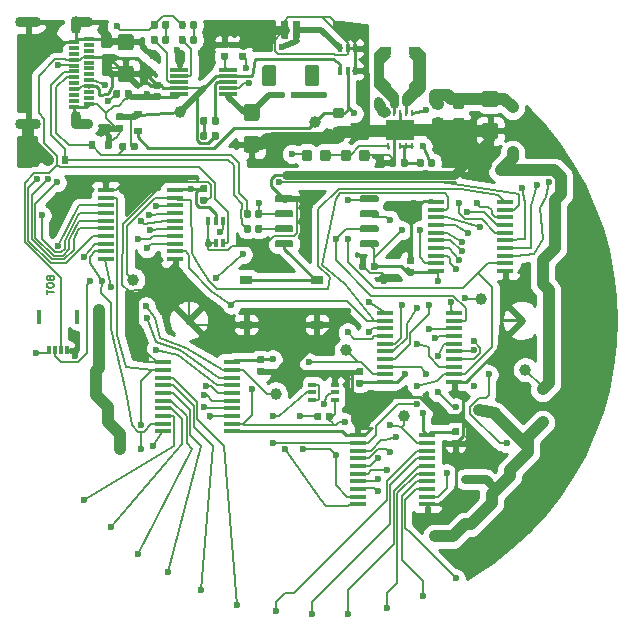
<source format=gbr>
G04 #@! TF.GenerationSoftware,KiCad,Pcbnew,5.1.5-52549c5~84~ubuntu18.04.1*
G04 #@! TF.CreationDate,2020-02-13T00:00:33+01:00*
G04 #@! TF.ProjectId,chase,63686173-652e-46b6-9963-61645f706362,rev?*
G04 #@! TF.SameCoordinates,Original*
G04 #@! TF.FileFunction,Copper,L2,Bot*
G04 #@! TF.FilePolarity,Positive*
%FSLAX46Y46*%
G04 Gerber Fmt 4.6, Leading zero omitted, Abs format (unit mm)*
G04 Created by KiCad (PCBNEW 5.1.5-52549c5~84~ubuntu18.04.1) date 2020-02-13 00:00:33*
%MOMM*%
%LPD*%
G04 APERTURE LIST*
%ADD10C,0.150000*%
%ADD11C,1.000000*%
%ADD12R,0.300000X0.650000*%
%ADD13R,0.300000X1.150000*%
%ADD14R,0.400000X0.650000*%
%ADD15C,0.100000*%
%ADD16R,0.600000X0.700000*%
%ADD17R,0.650000X0.400000*%
%ADD18R,1.000000X0.750000*%
%ADD19R,1.475000X0.450000*%
%ADD20R,0.950000X0.300000*%
%ADD21O,2.200000X0.900000*%
%ADD22O,1.900000X0.900000*%
%ADD23O,0.900000X1.500000*%
%ADD24C,0.500000*%
%ADD25R,0.240000X0.600000*%
%ADD26R,0.870000X2.790000*%
%ADD27R,0.890000X0.775000*%
%ADD28R,0.700000X0.600000*%
%ADD29R,1.498600X0.330200*%
%ADD30C,0.600000*%
%ADD31C,0.250000*%
%ADD32C,0.750000*%
%ADD33C,1.000000*%
%ADD34C,0.500000*%
%ADD35C,0.200000*%
%ADD36C,0.254000*%
G04 APERTURE END LIST*
D10*
X104136142Y-123237000D02*
X104164714Y-123322714D01*
X104193285Y-123351285D01*
X104250428Y-123379857D01*
X104336142Y-123379857D01*
X104393285Y-123351285D01*
X104421857Y-123322714D01*
X104450428Y-123265571D01*
X104450428Y-123037000D01*
X103850428Y-123037000D01*
X103850428Y-123237000D01*
X103879000Y-123294142D01*
X103907571Y-123322714D01*
X103964714Y-123351285D01*
X104021857Y-123351285D01*
X104079000Y-123322714D01*
X104107571Y-123294142D01*
X104136142Y-123237000D01*
X104136142Y-123037000D01*
X103850428Y-123751285D02*
X103850428Y-123865571D01*
X103879000Y-123922714D01*
X103936142Y-123979857D01*
X104050428Y-124008428D01*
X104250428Y-124008428D01*
X104364714Y-123979857D01*
X104421857Y-123922714D01*
X104450428Y-123865571D01*
X104450428Y-123751285D01*
X104421857Y-123694142D01*
X104364714Y-123637000D01*
X104250428Y-123608428D01*
X104050428Y-123608428D01*
X103936142Y-123637000D01*
X103879000Y-123694142D01*
X103850428Y-123751285D01*
X103850428Y-124179857D02*
X103850428Y-124522714D01*
X104450428Y-124351285D02*
X103850428Y-124351285D01*
D11*
X144374500Y-130976000D03*
D12*
X104064000Y-129331000D03*
X104564000Y-129331000D03*
X105064000Y-129331000D03*
X105564000Y-129331000D03*
D13*
X103179000Y-126521000D03*
X106449000Y-126521000D03*
D14*
X118799000Y-118342000D03*
X117499000Y-118342000D03*
X118149000Y-120242000D03*
X118149000Y-118342000D03*
X117499000Y-120242000D03*
X118799000Y-120242000D03*
G04 #@! TA.AperFunction,SMDPad,CuDef*
D15*
G36*
X128840691Y-110372053D02*
G01*
X128861926Y-110375203D01*
X128882750Y-110380419D01*
X128902962Y-110387651D01*
X128922368Y-110396830D01*
X128940781Y-110407866D01*
X128958024Y-110420654D01*
X128973930Y-110435070D01*
X128988346Y-110450976D01*
X129001134Y-110468219D01*
X129012170Y-110486632D01*
X129021349Y-110506038D01*
X129028581Y-110526250D01*
X129033797Y-110547074D01*
X129036947Y-110568309D01*
X129038000Y-110589750D01*
X129038000Y-111027250D01*
X129036947Y-111048691D01*
X129033797Y-111069926D01*
X129028581Y-111090750D01*
X129021349Y-111110962D01*
X129012170Y-111130368D01*
X129001134Y-111148781D01*
X128988346Y-111166024D01*
X128973930Y-111181930D01*
X128958024Y-111196346D01*
X128940781Y-111209134D01*
X128922368Y-111220170D01*
X128902962Y-111229349D01*
X128882750Y-111236581D01*
X128861926Y-111241797D01*
X128840691Y-111244947D01*
X128819250Y-111246000D01*
X128306750Y-111246000D01*
X128285309Y-111244947D01*
X128264074Y-111241797D01*
X128243250Y-111236581D01*
X128223038Y-111229349D01*
X128203632Y-111220170D01*
X128185219Y-111209134D01*
X128167976Y-111196346D01*
X128152070Y-111181930D01*
X128137654Y-111166024D01*
X128124866Y-111148781D01*
X128113830Y-111130368D01*
X128104651Y-111110962D01*
X128097419Y-111090750D01*
X128092203Y-111069926D01*
X128089053Y-111048691D01*
X128088000Y-111027250D01*
X128088000Y-110589750D01*
X128089053Y-110568309D01*
X128092203Y-110547074D01*
X128097419Y-110526250D01*
X128104651Y-110506038D01*
X128113830Y-110486632D01*
X128124866Y-110468219D01*
X128137654Y-110450976D01*
X128152070Y-110435070D01*
X128167976Y-110420654D01*
X128185219Y-110407866D01*
X128203632Y-110396830D01*
X128223038Y-110387651D01*
X128243250Y-110380419D01*
X128264074Y-110375203D01*
X128285309Y-110372053D01*
X128306750Y-110371000D01*
X128819250Y-110371000D01*
X128840691Y-110372053D01*
G37*
G04 #@! TD.AperFunction*
G04 #@! TA.AperFunction,SMDPad,CuDef*
G36*
X128840691Y-108797053D02*
G01*
X128861926Y-108800203D01*
X128882750Y-108805419D01*
X128902962Y-108812651D01*
X128922368Y-108821830D01*
X128940781Y-108832866D01*
X128958024Y-108845654D01*
X128973930Y-108860070D01*
X128988346Y-108875976D01*
X129001134Y-108893219D01*
X129012170Y-108911632D01*
X129021349Y-108931038D01*
X129028581Y-108951250D01*
X129033797Y-108972074D01*
X129036947Y-108993309D01*
X129038000Y-109014750D01*
X129038000Y-109452250D01*
X129036947Y-109473691D01*
X129033797Y-109494926D01*
X129028581Y-109515750D01*
X129021349Y-109535962D01*
X129012170Y-109555368D01*
X129001134Y-109573781D01*
X128988346Y-109591024D01*
X128973930Y-109606930D01*
X128958024Y-109621346D01*
X128940781Y-109634134D01*
X128922368Y-109645170D01*
X128902962Y-109654349D01*
X128882750Y-109661581D01*
X128861926Y-109666797D01*
X128840691Y-109669947D01*
X128819250Y-109671000D01*
X128306750Y-109671000D01*
X128285309Y-109669947D01*
X128264074Y-109666797D01*
X128243250Y-109661581D01*
X128223038Y-109654349D01*
X128203632Y-109645170D01*
X128185219Y-109634134D01*
X128167976Y-109621346D01*
X128152070Y-109606930D01*
X128137654Y-109591024D01*
X128124866Y-109573781D01*
X128113830Y-109555368D01*
X128104651Y-109535962D01*
X128097419Y-109515750D01*
X128092203Y-109494926D01*
X128089053Y-109473691D01*
X128088000Y-109452250D01*
X128088000Y-109014750D01*
X128089053Y-108993309D01*
X128092203Y-108972074D01*
X128097419Y-108951250D01*
X128104651Y-108931038D01*
X128113830Y-108911632D01*
X128124866Y-108893219D01*
X128137654Y-108875976D01*
X128152070Y-108860070D01*
X128167976Y-108845654D01*
X128185219Y-108832866D01*
X128203632Y-108821830D01*
X128223038Y-108812651D01*
X128243250Y-108805419D01*
X128264074Y-108800203D01*
X128285309Y-108797053D01*
X128306750Y-108796000D01*
X128819250Y-108796000D01*
X128840691Y-108797053D01*
G37*
G04 #@! TD.AperFunction*
G04 #@! TA.AperFunction,SMDPad,CuDef*
G36*
X129412691Y-112341053D02*
G01*
X129433926Y-112344203D01*
X129454750Y-112349419D01*
X129474962Y-112356651D01*
X129494368Y-112365830D01*
X129512781Y-112376866D01*
X129530024Y-112389654D01*
X129545930Y-112404070D01*
X129560346Y-112419976D01*
X129573134Y-112437219D01*
X129584170Y-112455632D01*
X129593349Y-112475038D01*
X129600581Y-112495250D01*
X129605797Y-112516074D01*
X129608947Y-112537309D01*
X129610000Y-112558750D01*
X129610000Y-113071250D01*
X129608947Y-113092691D01*
X129605797Y-113113926D01*
X129600581Y-113134750D01*
X129593349Y-113154962D01*
X129584170Y-113174368D01*
X129573134Y-113192781D01*
X129560346Y-113210024D01*
X129545930Y-113225930D01*
X129530024Y-113240346D01*
X129512781Y-113253134D01*
X129494368Y-113264170D01*
X129474962Y-113273349D01*
X129454750Y-113280581D01*
X129433926Y-113285797D01*
X129412691Y-113288947D01*
X129391250Y-113290000D01*
X128953750Y-113290000D01*
X128932309Y-113288947D01*
X128911074Y-113285797D01*
X128890250Y-113280581D01*
X128870038Y-113273349D01*
X128850632Y-113264170D01*
X128832219Y-113253134D01*
X128814976Y-113240346D01*
X128799070Y-113225930D01*
X128784654Y-113210024D01*
X128771866Y-113192781D01*
X128760830Y-113174368D01*
X128751651Y-113154962D01*
X128744419Y-113134750D01*
X128739203Y-113113926D01*
X128736053Y-113092691D01*
X128735000Y-113071250D01*
X128735000Y-112558750D01*
X128736053Y-112537309D01*
X128739203Y-112516074D01*
X128744419Y-112495250D01*
X128751651Y-112475038D01*
X128760830Y-112455632D01*
X128771866Y-112437219D01*
X128784654Y-112419976D01*
X128799070Y-112404070D01*
X128814976Y-112389654D01*
X128832219Y-112376866D01*
X128850632Y-112365830D01*
X128870038Y-112356651D01*
X128890250Y-112349419D01*
X128911074Y-112344203D01*
X128932309Y-112341053D01*
X128953750Y-112340000D01*
X129391250Y-112340000D01*
X129412691Y-112341053D01*
G37*
G04 #@! TD.AperFunction*
G04 #@! TA.AperFunction,SMDPad,CuDef*
G36*
X130987691Y-112341053D02*
G01*
X131008926Y-112344203D01*
X131029750Y-112349419D01*
X131049962Y-112356651D01*
X131069368Y-112365830D01*
X131087781Y-112376866D01*
X131105024Y-112389654D01*
X131120930Y-112404070D01*
X131135346Y-112419976D01*
X131148134Y-112437219D01*
X131159170Y-112455632D01*
X131168349Y-112475038D01*
X131175581Y-112495250D01*
X131180797Y-112516074D01*
X131183947Y-112537309D01*
X131185000Y-112558750D01*
X131185000Y-113071250D01*
X131183947Y-113092691D01*
X131180797Y-113113926D01*
X131175581Y-113134750D01*
X131168349Y-113154962D01*
X131159170Y-113174368D01*
X131148134Y-113192781D01*
X131135346Y-113210024D01*
X131120930Y-113225930D01*
X131105024Y-113240346D01*
X131087781Y-113253134D01*
X131069368Y-113264170D01*
X131049962Y-113273349D01*
X131029750Y-113280581D01*
X131008926Y-113285797D01*
X130987691Y-113288947D01*
X130966250Y-113290000D01*
X130528750Y-113290000D01*
X130507309Y-113288947D01*
X130486074Y-113285797D01*
X130465250Y-113280581D01*
X130445038Y-113273349D01*
X130425632Y-113264170D01*
X130407219Y-113253134D01*
X130389976Y-113240346D01*
X130374070Y-113225930D01*
X130359654Y-113210024D01*
X130346866Y-113192781D01*
X130335830Y-113174368D01*
X130326651Y-113154962D01*
X130319419Y-113134750D01*
X130314203Y-113113926D01*
X130311053Y-113092691D01*
X130310000Y-113071250D01*
X130310000Y-112558750D01*
X130311053Y-112537309D01*
X130314203Y-112516074D01*
X130319419Y-112495250D01*
X130326651Y-112475038D01*
X130335830Y-112455632D01*
X130346866Y-112437219D01*
X130359654Y-112419976D01*
X130374070Y-112404070D01*
X130389976Y-112389654D01*
X130407219Y-112376866D01*
X130425632Y-112365830D01*
X130445038Y-112356651D01*
X130465250Y-112349419D01*
X130486074Y-112344203D01*
X130507309Y-112341053D01*
X130528750Y-112340000D01*
X130966250Y-112340000D01*
X130987691Y-112341053D01*
G37*
G04 #@! TD.AperFunction*
G04 #@! TA.AperFunction,SMDPad,CuDef*
G36*
X126110691Y-112341053D02*
G01*
X126131926Y-112344203D01*
X126152750Y-112349419D01*
X126172962Y-112356651D01*
X126192368Y-112365830D01*
X126210781Y-112376866D01*
X126228024Y-112389654D01*
X126243930Y-112404070D01*
X126258346Y-112419976D01*
X126271134Y-112437219D01*
X126282170Y-112455632D01*
X126291349Y-112475038D01*
X126298581Y-112495250D01*
X126303797Y-112516074D01*
X126306947Y-112537309D01*
X126308000Y-112558750D01*
X126308000Y-113071250D01*
X126306947Y-113092691D01*
X126303797Y-113113926D01*
X126298581Y-113134750D01*
X126291349Y-113154962D01*
X126282170Y-113174368D01*
X126271134Y-113192781D01*
X126258346Y-113210024D01*
X126243930Y-113225930D01*
X126228024Y-113240346D01*
X126210781Y-113253134D01*
X126192368Y-113264170D01*
X126172962Y-113273349D01*
X126152750Y-113280581D01*
X126131926Y-113285797D01*
X126110691Y-113288947D01*
X126089250Y-113290000D01*
X125651750Y-113290000D01*
X125630309Y-113288947D01*
X125609074Y-113285797D01*
X125588250Y-113280581D01*
X125568038Y-113273349D01*
X125548632Y-113264170D01*
X125530219Y-113253134D01*
X125512976Y-113240346D01*
X125497070Y-113225930D01*
X125482654Y-113210024D01*
X125469866Y-113192781D01*
X125458830Y-113174368D01*
X125449651Y-113154962D01*
X125442419Y-113134750D01*
X125437203Y-113113926D01*
X125434053Y-113092691D01*
X125433000Y-113071250D01*
X125433000Y-112558750D01*
X125434053Y-112537309D01*
X125437203Y-112516074D01*
X125442419Y-112495250D01*
X125449651Y-112475038D01*
X125458830Y-112455632D01*
X125469866Y-112437219D01*
X125482654Y-112419976D01*
X125497070Y-112404070D01*
X125512976Y-112389654D01*
X125530219Y-112376866D01*
X125548632Y-112365830D01*
X125568038Y-112356651D01*
X125588250Y-112349419D01*
X125609074Y-112344203D01*
X125630309Y-112341053D01*
X125651750Y-112340000D01*
X126089250Y-112340000D01*
X126110691Y-112341053D01*
G37*
G04 #@! TD.AperFunction*
G04 #@! TA.AperFunction,SMDPad,CuDef*
G36*
X127685691Y-112341053D02*
G01*
X127706926Y-112344203D01*
X127727750Y-112349419D01*
X127747962Y-112356651D01*
X127767368Y-112365830D01*
X127785781Y-112376866D01*
X127803024Y-112389654D01*
X127818930Y-112404070D01*
X127833346Y-112419976D01*
X127846134Y-112437219D01*
X127857170Y-112455632D01*
X127866349Y-112475038D01*
X127873581Y-112495250D01*
X127878797Y-112516074D01*
X127881947Y-112537309D01*
X127883000Y-112558750D01*
X127883000Y-113071250D01*
X127881947Y-113092691D01*
X127878797Y-113113926D01*
X127873581Y-113134750D01*
X127866349Y-113154962D01*
X127857170Y-113174368D01*
X127846134Y-113192781D01*
X127833346Y-113210024D01*
X127818930Y-113225930D01*
X127803024Y-113240346D01*
X127785781Y-113253134D01*
X127767368Y-113264170D01*
X127747962Y-113273349D01*
X127727750Y-113280581D01*
X127706926Y-113285797D01*
X127685691Y-113288947D01*
X127664250Y-113290000D01*
X127226750Y-113290000D01*
X127205309Y-113288947D01*
X127184074Y-113285797D01*
X127163250Y-113280581D01*
X127143038Y-113273349D01*
X127123632Y-113264170D01*
X127105219Y-113253134D01*
X127087976Y-113240346D01*
X127072070Y-113225930D01*
X127057654Y-113210024D01*
X127044866Y-113192781D01*
X127033830Y-113174368D01*
X127024651Y-113154962D01*
X127017419Y-113134750D01*
X127012203Y-113113926D01*
X127009053Y-113092691D01*
X127008000Y-113071250D01*
X127008000Y-112558750D01*
X127009053Y-112537309D01*
X127012203Y-112516074D01*
X127017419Y-112495250D01*
X127024651Y-112475038D01*
X127033830Y-112455632D01*
X127044866Y-112437219D01*
X127057654Y-112419976D01*
X127072070Y-112404070D01*
X127087976Y-112389654D01*
X127105219Y-112376866D01*
X127123632Y-112365830D01*
X127143038Y-112356651D01*
X127163250Y-112349419D01*
X127184074Y-112344203D01*
X127205309Y-112341053D01*
X127226750Y-112340000D01*
X127664250Y-112340000D01*
X127685691Y-112341053D01*
G37*
G04 #@! TD.AperFunction*
D14*
X129975000Y-103737000D03*
X128675000Y-103737000D03*
X129325000Y-105637000D03*
X129325000Y-103737000D03*
X128675000Y-105637000D03*
X129975000Y-105637000D03*
G04 #@! TA.AperFunction,SMDPad,CuDef*
D15*
G36*
X139000691Y-109610053D02*
G01*
X139021926Y-109613203D01*
X139042750Y-109618419D01*
X139062962Y-109625651D01*
X139082368Y-109634830D01*
X139100781Y-109645866D01*
X139118024Y-109658654D01*
X139133930Y-109673070D01*
X139148346Y-109688976D01*
X139161134Y-109706219D01*
X139172170Y-109724632D01*
X139181349Y-109744038D01*
X139188581Y-109764250D01*
X139193797Y-109785074D01*
X139196947Y-109806309D01*
X139198000Y-109827750D01*
X139198000Y-110265250D01*
X139196947Y-110286691D01*
X139193797Y-110307926D01*
X139188581Y-110328750D01*
X139181349Y-110348962D01*
X139172170Y-110368368D01*
X139161134Y-110386781D01*
X139148346Y-110404024D01*
X139133930Y-110419930D01*
X139118024Y-110434346D01*
X139100781Y-110447134D01*
X139082368Y-110458170D01*
X139062962Y-110467349D01*
X139042750Y-110474581D01*
X139021926Y-110479797D01*
X139000691Y-110482947D01*
X138979250Y-110484000D01*
X138466750Y-110484000D01*
X138445309Y-110482947D01*
X138424074Y-110479797D01*
X138403250Y-110474581D01*
X138383038Y-110467349D01*
X138363632Y-110458170D01*
X138345219Y-110447134D01*
X138327976Y-110434346D01*
X138312070Y-110419930D01*
X138297654Y-110404024D01*
X138284866Y-110386781D01*
X138273830Y-110368368D01*
X138264651Y-110348962D01*
X138257419Y-110328750D01*
X138252203Y-110307926D01*
X138249053Y-110286691D01*
X138248000Y-110265250D01*
X138248000Y-109827750D01*
X138249053Y-109806309D01*
X138252203Y-109785074D01*
X138257419Y-109764250D01*
X138264651Y-109744038D01*
X138273830Y-109724632D01*
X138284866Y-109706219D01*
X138297654Y-109688976D01*
X138312070Y-109673070D01*
X138327976Y-109658654D01*
X138345219Y-109645866D01*
X138363632Y-109634830D01*
X138383038Y-109625651D01*
X138403250Y-109618419D01*
X138424074Y-109613203D01*
X138445309Y-109610053D01*
X138466750Y-109609000D01*
X138979250Y-109609000D01*
X139000691Y-109610053D01*
G37*
G04 #@! TD.AperFunction*
G04 #@! TA.AperFunction,SMDPad,CuDef*
G36*
X139000691Y-108035053D02*
G01*
X139021926Y-108038203D01*
X139042750Y-108043419D01*
X139062962Y-108050651D01*
X139082368Y-108059830D01*
X139100781Y-108070866D01*
X139118024Y-108083654D01*
X139133930Y-108098070D01*
X139148346Y-108113976D01*
X139161134Y-108131219D01*
X139172170Y-108149632D01*
X139181349Y-108169038D01*
X139188581Y-108189250D01*
X139193797Y-108210074D01*
X139196947Y-108231309D01*
X139198000Y-108252750D01*
X139198000Y-108690250D01*
X139196947Y-108711691D01*
X139193797Y-108732926D01*
X139188581Y-108753750D01*
X139181349Y-108773962D01*
X139172170Y-108793368D01*
X139161134Y-108811781D01*
X139148346Y-108829024D01*
X139133930Y-108844930D01*
X139118024Y-108859346D01*
X139100781Y-108872134D01*
X139082368Y-108883170D01*
X139062962Y-108892349D01*
X139042750Y-108899581D01*
X139021926Y-108904797D01*
X139000691Y-108907947D01*
X138979250Y-108909000D01*
X138466750Y-108909000D01*
X138445309Y-108907947D01*
X138424074Y-108904797D01*
X138403250Y-108899581D01*
X138383038Y-108892349D01*
X138363632Y-108883170D01*
X138345219Y-108872134D01*
X138327976Y-108859346D01*
X138312070Y-108844930D01*
X138297654Y-108829024D01*
X138284866Y-108811781D01*
X138273830Y-108793368D01*
X138264651Y-108773962D01*
X138257419Y-108753750D01*
X138252203Y-108732926D01*
X138249053Y-108711691D01*
X138248000Y-108690250D01*
X138248000Y-108252750D01*
X138249053Y-108231309D01*
X138252203Y-108210074D01*
X138257419Y-108189250D01*
X138264651Y-108169038D01*
X138273830Y-108149632D01*
X138284866Y-108131219D01*
X138297654Y-108113976D01*
X138312070Y-108098070D01*
X138327976Y-108083654D01*
X138345219Y-108070866D01*
X138363632Y-108059830D01*
X138383038Y-108050651D01*
X138403250Y-108043419D01*
X138424074Y-108038203D01*
X138445309Y-108035053D01*
X138466750Y-108034000D01*
X138979250Y-108034000D01*
X139000691Y-108035053D01*
G37*
G04 #@! TD.AperFunction*
G04 #@! TA.AperFunction,SMDPad,CuDef*
G36*
X137222691Y-109610053D02*
G01*
X137243926Y-109613203D01*
X137264750Y-109618419D01*
X137284962Y-109625651D01*
X137304368Y-109634830D01*
X137322781Y-109645866D01*
X137340024Y-109658654D01*
X137355930Y-109673070D01*
X137370346Y-109688976D01*
X137383134Y-109706219D01*
X137394170Y-109724632D01*
X137403349Y-109744038D01*
X137410581Y-109764250D01*
X137415797Y-109785074D01*
X137418947Y-109806309D01*
X137420000Y-109827750D01*
X137420000Y-110265250D01*
X137418947Y-110286691D01*
X137415797Y-110307926D01*
X137410581Y-110328750D01*
X137403349Y-110348962D01*
X137394170Y-110368368D01*
X137383134Y-110386781D01*
X137370346Y-110404024D01*
X137355930Y-110419930D01*
X137340024Y-110434346D01*
X137322781Y-110447134D01*
X137304368Y-110458170D01*
X137284962Y-110467349D01*
X137264750Y-110474581D01*
X137243926Y-110479797D01*
X137222691Y-110482947D01*
X137201250Y-110484000D01*
X136688750Y-110484000D01*
X136667309Y-110482947D01*
X136646074Y-110479797D01*
X136625250Y-110474581D01*
X136605038Y-110467349D01*
X136585632Y-110458170D01*
X136567219Y-110447134D01*
X136549976Y-110434346D01*
X136534070Y-110419930D01*
X136519654Y-110404024D01*
X136506866Y-110386781D01*
X136495830Y-110368368D01*
X136486651Y-110348962D01*
X136479419Y-110328750D01*
X136474203Y-110307926D01*
X136471053Y-110286691D01*
X136470000Y-110265250D01*
X136470000Y-109827750D01*
X136471053Y-109806309D01*
X136474203Y-109785074D01*
X136479419Y-109764250D01*
X136486651Y-109744038D01*
X136495830Y-109724632D01*
X136506866Y-109706219D01*
X136519654Y-109688976D01*
X136534070Y-109673070D01*
X136549976Y-109658654D01*
X136567219Y-109645866D01*
X136585632Y-109634830D01*
X136605038Y-109625651D01*
X136625250Y-109618419D01*
X136646074Y-109613203D01*
X136667309Y-109610053D01*
X136688750Y-109609000D01*
X137201250Y-109609000D01*
X137222691Y-109610053D01*
G37*
G04 #@! TD.AperFunction*
G04 #@! TA.AperFunction,SMDPad,CuDef*
G36*
X137222691Y-108035053D02*
G01*
X137243926Y-108038203D01*
X137264750Y-108043419D01*
X137284962Y-108050651D01*
X137304368Y-108059830D01*
X137322781Y-108070866D01*
X137340024Y-108083654D01*
X137355930Y-108098070D01*
X137370346Y-108113976D01*
X137383134Y-108131219D01*
X137394170Y-108149632D01*
X137403349Y-108169038D01*
X137410581Y-108189250D01*
X137415797Y-108210074D01*
X137418947Y-108231309D01*
X137420000Y-108252750D01*
X137420000Y-108690250D01*
X137418947Y-108711691D01*
X137415797Y-108732926D01*
X137410581Y-108753750D01*
X137403349Y-108773962D01*
X137394170Y-108793368D01*
X137383134Y-108811781D01*
X137370346Y-108829024D01*
X137355930Y-108844930D01*
X137340024Y-108859346D01*
X137322781Y-108872134D01*
X137304368Y-108883170D01*
X137284962Y-108892349D01*
X137264750Y-108899581D01*
X137243926Y-108904797D01*
X137222691Y-108907947D01*
X137201250Y-108909000D01*
X136688750Y-108909000D01*
X136667309Y-108907947D01*
X136646074Y-108904797D01*
X136625250Y-108899581D01*
X136605038Y-108892349D01*
X136585632Y-108883170D01*
X136567219Y-108872134D01*
X136549976Y-108859346D01*
X136534070Y-108844930D01*
X136519654Y-108829024D01*
X136506866Y-108811781D01*
X136495830Y-108793368D01*
X136486651Y-108773962D01*
X136479419Y-108753750D01*
X136474203Y-108732926D01*
X136471053Y-108711691D01*
X136470000Y-108690250D01*
X136470000Y-108252750D01*
X136471053Y-108231309D01*
X136474203Y-108210074D01*
X136479419Y-108189250D01*
X136486651Y-108169038D01*
X136495830Y-108149632D01*
X136506866Y-108131219D01*
X136519654Y-108113976D01*
X136534070Y-108098070D01*
X136549976Y-108083654D01*
X136567219Y-108070866D01*
X136585632Y-108059830D01*
X136605038Y-108050651D01*
X136625250Y-108043419D01*
X136646074Y-108038203D01*
X136667309Y-108035053D01*
X136688750Y-108034000D01*
X137201250Y-108034000D01*
X137222691Y-108035053D01*
G37*
G04 #@! TD.AperFunction*
D11*
X111164000Y-123356000D03*
G04 #@! TA.AperFunction,SMDPad,CuDef*
D15*
G36*
X123073505Y-105155204D02*
G01*
X123097773Y-105158804D01*
X123121572Y-105164765D01*
X123144671Y-105173030D01*
X123166850Y-105183520D01*
X123187893Y-105196132D01*
X123207599Y-105210747D01*
X123225777Y-105227223D01*
X123242253Y-105245401D01*
X123256868Y-105265107D01*
X123269480Y-105286150D01*
X123279970Y-105308329D01*
X123288235Y-105331428D01*
X123294196Y-105355227D01*
X123297796Y-105379495D01*
X123299000Y-105403999D01*
X123299000Y-106704001D01*
X123297796Y-106728505D01*
X123294196Y-106752773D01*
X123288235Y-106776572D01*
X123279970Y-106799671D01*
X123269480Y-106821850D01*
X123256868Y-106842893D01*
X123242253Y-106862599D01*
X123225777Y-106880777D01*
X123207599Y-106897253D01*
X123187893Y-106911868D01*
X123166850Y-106924480D01*
X123144671Y-106934970D01*
X123121572Y-106943235D01*
X123097773Y-106949196D01*
X123073505Y-106952796D01*
X123049001Y-106954000D01*
X122348999Y-106954000D01*
X122324495Y-106952796D01*
X122300227Y-106949196D01*
X122276428Y-106943235D01*
X122253329Y-106934970D01*
X122231150Y-106924480D01*
X122210107Y-106911868D01*
X122190401Y-106897253D01*
X122172223Y-106880777D01*
X122155747Y-106862599D01*
X122141132Y-106842893D01*
X122128520Y-106821850D01*
X122118030Y-106799671D01*
X122109765Y-106776572D01*
X122103804Y-106752773D01*
X122100204Y-106728505D01*
X122099000Y-106704001D01*
X122099000Y-105403999D01*
X122100204Y-105379495D01*
X122103804Y-105355227D01*
X122109765Y-105331428D01*
X122118030Y-105308329D01*
X122128520Y-105286150D01*
X122141132Y-105265107D01*
X122155747Y-105245401D01*
X122172223Y-105227223D01*
X122190401Y-105210747D01*
X122210107Y-105196132D01*
X122231150Y-105183520D01*
X122253329Y-105173030D01*
X122276428Y-105164765D01*
X122300227Y-105158804D01*
X122324495Y-105155204D01*
X122348999Y-105154000D01*
X123049001Y-105154000D01*
X123073505Y-105155204D01*
G37*
G04 #@! TD.AperFunction*
G04 #@! TA.AperFunction,SMDPad,CuDef*
G36*
X126673505Y-105155204D02*
G01*
X126697773Y-105158804D01*
X126721572Y-105164765D01*
X126744671Y-105173030D01*
X126766850Y-105183520D01*
X126787893Y-105196132D01*
X126807599Y-105210747D01*
X126825777Y-105227223D01*
X126842253Y-105245401D01*
X126856868Y-105265107D01*
X126869480Y-105286150D01*
X126879970Y-105308329D01*
X126888235Y-105331428D01*
X126894196Y-105355227D01*
X126897796Y-105379495D01*
X126899000Y-105403999D01*
X126899000Y-106704001D01*
X126897796Y-106728505D01*
X126894196Y-106752773D01*
X126888235Y-106776572D01*
X126879970Y-106799671D01*
X126869480Y-106821850D01*
X126856868Y-106842893D01*
X126842253Y-106862599D01*
X126825777Y-106880777D01*
X126807599Y-106897253D01*
X126787893Y-106911868D01*
X126766850Y-106924480D01*
X126744671Y-106934970D01*
X126721572Y-106943235D01*
X126697773Y-106949196D01*
X126673505Y-106952796D01*
X126649001Y-106954000D01*
X125948999Y-106954000D01*
X125924495Y-106952796D01*
X125900227Y-106949196D01*
X125876428Y-106943235D01*
X125853329Y-106934970D01*
X125831150Y-106924480D01*
X125810107Y-106911868D01*
X125790401Y-106897253D01*
X125772223Y-106880777D01*
X125755747Y-106862599D01*
X125741132Y-106842893D01*
X125728520Y-106821850D01*
X125718030Y-106799671D01*
X125709765Y-106776572D01*
X125703804Y-106752773D01*
X125700204Y-106728505D01*
X125699000Y-106704001D01*
X125699000Y-105403999D01*
X125700204Y-105379495D01*
X125703804Y-105355227D01*
X125709765Y-105331428D01*
X125718030Y-105308329D01*
X125728520Y-105286150D01*
X125741132Y-105265107D01*
X125755747Y-105245401D01*
X125772223Y-105227223D01*
X125790401Y-105210747D01*
X125810107Y-105196132D01*
X125831150Y-105183520D01*
X125853329Y-105173030D01*
X125876428Y-105164765D01*
X125900227Y-105158804D01*
X125924495Y-105155204D01*
X125948999Y-105154000D01*
X126649001Y-105154000D01*
X126673505Y-105155204D01*
G37*
G04 #@! TD.AperFunction*
G04 #@! TA.AperFunction,SMDPad,CuDef*
G36*
X124163703Y-101404722D02*
G01*
X124178264Y-101406882D01*
X124192543Y-101410459D01*
X124206403Y-101415418D01*
X124219710Y-101421712D01*
X124232336Y-101429280D01*
X124244159Y-101438048D01*
X124255066Y-101447934D01*
X124264952Y-101458841D01*
X124273720Y-101470664D01*
X124281288Y-101483290D01*
X124287582Y-101496597D01*
X124292541Y-101510457D01*
X124296118Y-101524736D01*
X124298278Y-101539297D01*
X124299000Y-101554000D01*
X124299000Y-102804000D01*
X124298278Y-102818703D01*
X124296118Y-102833264D01*
X124292541Y-102847543D01*
X124287582Y-102861403D01*
X124281288Y-102874710D01*
X124273720Y-102887336D01*
X124264952Y-102899159D01*
X124255066Y-102910066D01*
X124244159Y-102919952D01*
X124232336Y-102928720D01*
X124219710Y-102936288D01*
X124206403Y-102942582D01*
X124192543Y-102947541D01*
X124178264Y-102951118D01*
X124163703Y-102953278D01*
X124149000Y-102954000D01*
X123849000Y-102954000D01*
X123834297Y-102953278D01*
X123819736Y-102951118D01*
X123805457Y-102947541D01*
X123791597Y-102942582D01*
X123778290Y-102936288D01*
X123765664Y-102928720D01*
X123753841Y-102919952D01*
X123742934Y-102910066D01*
X123733048Y-102899159D01*
X123724280Y-102887336D01*
X123716712Y-102874710D01*
X123710418Y-102861403D01*
X123705459Y-102847543D01*
X123701882Y-102833264D01*
X123699722Y-102818703D01*
X123699000Y-102804000D01*
X123699000Y-101554000D01*
X123699722Y-101539297D01*
X123701882Y-101524736D01*
X123705459Y-101510457D01*
X123710418Y-101496597D01*
X123716712Y-101483290D01*
X123724280Y-101470664D01*
X123733048Y-101458841D01*
X123742934Y-101447934D01*
X123753841Y-101438048D01*
X123765664Y-101429280D01*
X123778290Y-101421712D01*
X123791597Y-101415418D01*
X123805457Y-101410459D01*
X123819736Y-101406882D01*
X123834297Y-101404722D01*
X123849000Y-101404000D01*
X124149000Y-101404000D01*
X124163703Y-101404722D01*
G37*
G04 #@! TD.AperFunction*
G04 #@! TA.AperFunction,SMDPad,CuDef*
G36*
X125163703Y-101404722D02*
G01*
X125178264Y-101406882D01*
X125192543Y-101410459D01*
X125206403Y-101415418D01*
X125219710Y-101421712D01*
X125232336Y-101429280D01*
X125244159Y-101438048D01*
X125255066Y-101447934D01*
X125264952Y-101458841D01*
X125273720Y-101470664D01*
X125281288Y-101483290D01*
X125287582Y-101496597D01*
X125292541Y-101510457D01*
X125296118Y-101524736D01*
X125298278Y-101539297D01*
X125299000Y-101554000D01*
X125299000Y-102804000D01*
X125298278Y-102818703D01*
X125296118Y-102833264D01*
X125292541Y-102847543D01*
X125287582Y-102861403D01*
X125281288Y-102874710D01*
X125273720Y-102887336D01*
X125264952Y-102899159D01*
X125255066Y-102910066D01*
X125244159Y-102919952D01*
X125232336Y-102928720D01*
X125219710Y-102936288D01*
X125206403Y-102942582D01*
X125192543Y-102947541D01*
X125178264Y-102951118D01*
X125163703Y-102953278D01*
X125149000Y-102954000D01*
X124849000Y-102954000D01*
X124834297Y-102953278D01*
X124819736Y-102951118D01*
X124805457Y-102947541D01*
X124791597Y-102942582D01*
X124778290Y-102936288D01*
X124765664Y-102928720D01*
X124753841Y-102919952D01*
X124742934Y-102910066D01*
X124733048Y-102899159D01*
X124724280Y-102887336D01*
X124716712Y-102874710D01*
X124710418Y-102861403D01*
X124705459Y-102847543D01*
X124701882Y-102833264D01*
X124699722Y-102818703D01*
X124699000Y-102804000D01*
X124699000Y-101554000D01*
X124699722Y-101539297D01*
X124701882Y-101524736D01*
X124705459Y-101510457D01*
X124710418Y-101496597D01*
X124716712Y-101483290D01*
X124724280Y-101470664D01*
X124733048Y-101458841D01*
X124742934Y-101447934D01*
X124753841Y-101438048D01*
X124765664Y-101429280D01*
X124778290Y-101421712D01*
X124791597Y-101415418D01*
X124805457Y-101410459D01*
X124819736Y-101406882D01*
X124834297Y-101404722D01*
X124849000Y-101404000D01*
X125149000Y-101404000D01*
X125163703Y-101404722D01*
G37*
G04 #@! TD.AperFunction*
G04 #@! TA.AperFunction,SMDPad,CuDef*
G36*
X121646505Y-111180204D02*
G01*
X121670773Y-111183804D01*
X121694572Y-111189765D01*
X121717671Y-111198030D01*
X121739850Y-111208520D01*
X121760893Y-111221132D01*
X121780599Y-111235747D01*
X121798777Y-111252223D01*
X121815253Y-111270401D01*
X121829868Y-111290107D01*
X121842480Y-111311150D01*
X121852970Y-111333329D01*
X121861235Y-111356428D01*
X121867196Y-111380227D01*
X121870796Y-111404495D01*
X121872000Y-111428999D01*
X121872000Y-112329001D01*
X121870796Y-112353505D01*
X121867196Y-112377773D01*
X121861235Y-112401572D01*
X121852970Y-112424671D01*
X121842480Y-112446850D01*
X121829868Y-112467893D01*
X121815253Y-112487599D01*
X121798777Y-112505777D01*
X121780599Y-112522253D01*
X121760893Y-112536868D01*
X121739850Y-112549480D01*
X121717671Y-112559970D01*
X121694572Y-112568235D01*
X121670773Y-112574196D01*
X121646505Y-112577796D01*
X121622001Y-112579000D01*
X120771999Y-112579000D01*
X120747495Y-112577796D01*
X120723227Y-112574196D01*
X120699428Y-112568235D01*
X120676329Y-112559970D01*
X120654150Y-112549480D01*
X120633107Y-112536868D01*
X120613401Y-112522253D01*
X120595223Y-112505777D01*
X120578747Y-112487599D01*
X120564132Y-112467893D01*
X120551520Y-112446850D01*
X120541030Y-112424671D01*
X120532765Y-112401572D01*
X120526804Y-112377773D01*
X120523204Y-112353505D01*
X120522000Y-112329001D01*
X120522000Y-111428999D01*
X120523204Y-111404495D01*
X120526804Y-111380227D01*
X120532765Y-111356428D01*
X120541030Y-111333329D01*
X120551520Y-111311150D01*
X120564132Y-111290107D01*
X120578747Y-111270401D01*
X120595223Y-111252223D01*
X120613401Y-111235747D01*
X120633107Y-111221132D01*
X120654150Y-111208520D01*
X120676329Y-111198030D01*
X120699428Y-111189765D01*
X120723227Y-111183804D01*
X120747495Y-111180204D01*
X120771999Y-111179000D01*
X121622001Y-111179000D01*
X121646505Y-111180204D01*
G37*
G04 #@! TD.AperFunction*
G04 #@! TA.AperFunction,SMDPad,CuDef*
G36*
X121646505Y-108480204D02*
G01*
X121670773Y-108483804D01*
X121694572Y-108489765D01*
X121717671Y-108498030D01*
X121739850Y-108508520D01*
X121760893Y-108521132D01*
X121780599Y-108535747D01*
X121798777Y-108552223D01*
X121815253Y-108570401D01*
X121829868Y-108590107D01*
X121842480Y-108611150D01*
X121852970Y-108633329D01*
X121861235Y-108656428D01*
X121867196Y-108680227D01*
X121870796Y-108704495D01*
X121872000Y-108728999D01*
X121872000Y-109629001D01*
X121870796Y-109653505D01*
X121867196Y-109677773D01*
X121861235Y-109701572D01*
X121852970Y-109724671D01*
X121842480Y-109746850D01*
X121829868Y-109767893D01*
X121815253Y-109787599D01*
X121798777Y-109805777D01*
X121780599Y-109822253D01*
X121760893Y-109836868D01*
X121739850Y-109849480D01*
X121717671Y-109859970D01*
X121694572Y-109868235D01*
X121670773Y-109874196D01*
X121646505Y-109877796D01*
X121622001Y-109879000D01*
X120771999Y-109879000D01*
X120747495Y-109877796D01*
X120723227Y-109874196D01*
X120699428Y-109868235D01*
X120676329Y-109859970D01*
X120654150Y-109849480D01*
X120633107Y-109836868D01*
X120613401Y-109822253D01*
X120595223Y-109805777D01*
X120578747Y-109787599D01*
X120564132Y-109767893D01*
X120551520Y-109746850D01*
X120541030Y-109724671D01*
X120532765Y-109701572D01*
X120526804Y-109677773D01*
X120523204Y-109653505D01*
X120522000Y-109629001D01*
X120522000Y-108728999D01*
X120523204Y-108704495D01*
X120526804Y-108680227D01*
X120532765Y-108656428D01*
X120541030Y-108633329D01*
X120551520Y-108611150D01*
X120564132Y-108590107D01*
X120578747Y-108570401D01*
X120595223Y-108552223D01*
X120613401Y-108535747D01*
X120633107Y-108521132D01*
X120654150Y-108508520D01*
X120676329Y-108498030D01*
X120699428Y-108489765D01*
X120723227Y-108483804D01*
X120747495Y-108480204D01*
X120771999Y-108479000D01*
X121622001Y-108479000D01*
X121646505Y-108480204D01*
G37*
G04 #@! TD.AperFunction*
D16*
X107670000Y-111926000D03*
X109070000Y-111926000D03*
X105387000Y-113196000D03*
X103987000Y-113196000D03*
G04 #@! TA.AperFunction,SMDPad,CuDef*
D15*
G36*
X121000958Y-117448710D02*
G01*
X121015276Y-117450834D01*
X121029317Y-117454351D01*
X121042946Y-117459228D01*
X121056031Y-117465417D01*
X121068447Y-117472858D01*
X121080073Y-117481481D01*
X121090798Y-117491202D01*
X121100519Y-117501927D01*
X121109142Y-117513553D01*
X121116583Y-117525969D01*
X121122772Y-117539054D01*
X121127649Y-117552683D01*
X121131166Y-117566724D01*
X121133290Y-117581042D01*
X121134000Y-117595500D01*
X121134000Y-117940500D01*
X121133290Y-117954958D01*
X121131166Y-117969276D01*
X121127649Y-117983317D01*
X121122772Y-117996946D01*
X121116583Y-118010031D01*
X121109142Y-118022447D01*
X121100519Y-118034073D01*
X121090798Y-118044798D01*
X121080073Y-118054519D01*
X121068447Y-118063142D01*
X121056031Y-118070583D01*
X121042946Y-118076772D01*
X121029317Y-118081649D01*
X121015276Y-118085166D01*
X121000958Y-118087290D01*
X120986500Y-118088000D01*
X120691500Y-118088000D01*
X120677042Y-118087290D01*
X120662724Y-118085166D01*
X120648683Y-118081649D01*
X120635054Y-118076772D01*
X120621969Y-118070583D01*
X120609553Y-118063142D01*
X120597927Y-118054519D01*
X120587202Y-118044798D01*
X120577481Y-118034073D01*
X120568858Y-118022447D01*
X120561417Y-118010031D01*
X120555228Y-117996946D01*
X120550351Y-117983317D01*
X120546834Y-117969276D01*
X120544710Y-117954958D01*
X120544000Y-117940500D01*
X120544000Y-117595500D01*
X120544710Y-117581042D01*
X120546834Y-117566724D01*
X120550351Y-117552683D01*
X120555228Y-117539054D01*
X120561417Y-117525969D01*
X120568858Y-117513553D01*
X120577481Y-117501927D01*
X120587202Y-117491202D01*
X120597927Y-117481481D01*
X120609553Y-117472858D01*
X120621969Y-117465417D01*
X120635054Y-117459228D01*
X120648683Y-117454351D01*
X120662724Y-117450834D01*
X120677042Y-117448710D01*
X120691500Y-117448000D01*
X120986500Y-117448000D01*
X121000958Y-117448710D01*
G37*
G04 #@! TD.AperFunction*
G04 #@! TA.AperFunction,SMDPad,CuDef*
G36*
X121970958Y-117448710D02*
G01*
X121985276Y-117450834D01*
X121999317Y-117454351D01*
X122012946Y-117459228D01*
X122026031Y-117465417D01*
X122038447Y-117472858D01*
X122050073Y-117481481D01*
X122060798Y-117491202D01*
X122070519Y-117501927D01*
X122079142Y-117513553D01*
X122086583Y-117525969D01*
X122092772Y-117539054D01*
X122097649Y-117552683D01*
X122101166Y-117566724D01*
X122103290Y-117581042D01*
X122104000Y-117595500D01*
X122104000Y-117940500D01*
X122103290Y-117954958D01*
X122101166Y-117969276D01*
X122097649Y-117983317D01*
X122092772Y-117996946D01*
X122086583Y-118010031D01*
X122079142Y-118022447D01*
X122070519Y-118034073D01*
X122060798Y-118044798D01*
X122050073Y-118054519D01*
X122038447Y-118063142D01*
X122026031Y-118070583D01*
X122012946Y-118076772D01*
X121999317Y-118081649D01*
X121985276Y-118085166D01*
X121970958Y-118087290D01*
X121956500Y-118088000D01*
X121661500Y-118088000D01*
X121647042Y-118087290D01*
X121632724Y-118085166D01*
X121618683Y-118081649D01*
X121605054Y-118076772D01*
X121591969Y-118070583D01*
X121579553Y-118063142D01*
X121567927Y-118054519D01*
X121557202Y-118044798D01*
X121547481Y-118034073D01*
X121538858Y-118022447D01*
X121531417Y-118010031D01*
X121525228Y-117996946D01*
X121520351Y-117983317D01*
X121516834Y-117969276D01*
X121514710Y-117954958D01*
X121514000Y-117940500D01*
X121514000Y-117595500D01*
X121514710Y-117581042D01*
X121516834Y-117566724D01*
X121520351Y-117552683D01*
X121525228Y-117539054D01*
X121531417Y-117525969D01*
X121538858Y-117513553D01*
X121547481Y-117501927D01*
X121557202Y-117491202D01*
X121567927Y-117481481D01*
X121579553Y-117472858D01*
X121591969Y-117465417D01*
X121605054Y-117459228D01*
X121618683Y-117454351D01*
X121632724Y-117450834D01*
X121647042Y-117448710D01*
X121661500Y-117448000D01*
X121956500Y-117448000D01*
X121970958Y-117448710D01*
G37*
G04 #@! TD.AperFunction*
G04 #@! TA.AperFunction,SMDPad,CuDef*
G36*
X121000958Y-118718710D02*
G01*
X121015276Y-118720834D01*
X121029317Y-118724351D01*
X121042946Y-118729228D01*
X121056031Y-118735417D01*
X121068447Y-118742858D01*
X121080073Y-118751481D01*
X121090798Y-118761202D01*
X121100519Y-118771927D01*
X121109142Y-118783553D01*
X121116583Y-118795969D01*
X121122772Y-118809054D01*
X121127649Y-118822683D01*
X121131166Y-118836724D01*
X121133290Y-118851042D01*
X121134000Y-118865500D01*
X121134000Y-119210500D01*
X121133290Y-119224958D01*
X121131166Y-119239276D01*
X121127649Y-119253317D01*
X121122772Y-119266946D01*
X121116583Y-119280031D01*
X121109142Y-119292447D01*
X121100519Y-119304073D01*
X121090798Y-119314798D01*
X121080073Y-119324519D01*
X121068447Y-119333142D01*
X121056031Y-119340583D01*
X121042946Y-119346772D01*
X121029317Y-119351649D01*
X121015276Y-119355166D01*
X121000958Y-119357290D01*
X120986500Y-119358000D01*
X120691500Y-119358000D01*
X120677042Y-119357290D01*
X120662724Y-119355166D01*
X120648683Y-119351649D01*
X120635054Y-119346772D01*
X120621969Y-119340583D01*
X120609553Y-119333142D01*
X120597927Y-119324519D01*
X120587202Y-119314798D01*
X120577481Y-119304073D01*
X120568858Y-119292447D01*
X120561417Y-119280031D01*
X120555228Y-119266946D01*
X120550351Y-119253317D01*
X120546834Y-119239276D01*
X120544710Y-119224958D01*
X120544000Y-119210500D01*
X120544000Y-118865500D01*
X120544710Y-118851042D01*
X120546834Y-118836724D01*
X120550351Y-118822683D01*
X120555228Y-118809054D01*
X120561417Y-118795969D01*
X120568858Y-118783553D01*
X120577481Y-118771927D01*
X120587202Y-118761202D01*
X120597927Y-118751481D01*
X120609553Y-118742858D01*
X120621969Y-118735417D01*
X120635054Y-118729228D01*
X120648683Y-118724351D01*
X120662724Y-118720834D01*
X120677042Y-118718710D01*
X120691500Y-118718000D01*
X120986500Y-118718000D01*
X121000958Y-118718710D01*
G37*
G04 #@! TD.AperFunction*
G04 #@! TA.AperFunction,SMDPad,CuDef*
G36*
X121970958Y-118718710D02*
G01*
X121985276Y-118720834D01*
X121999317Y-118724351D01*
X122012946Y-118729228D01*
X122026031Y-118735417D01*
X122038447Y-118742858D01*
X122050073Y-118751481D01*
X122060798Y-118761202D01*
X122070519Y-118771927D01*
X122079142Y-118783553D01*
X122086583Y-118795969D01*
X122092772Y-118809054D01*
X122097649Y-118822683D01*
X122101166Y-118836724D01*
X122103290Y-118851042D01*
X122104000Y-118865500D01*
X122104000Y-119210500D01*
X122103290Y-119224958D01*
X122101166Y-119239276D01*
X122097649Y-119253317D01*
X122092772Y-119266946D01*
X122086583Y-119280031D01*
X122079142Y-119292447D01*
X122070519Y-119304073D01*
X122060798Y-119314798D01*
X122050073Y-119324519D01*
X122038447Y-119333142D01*
X122026031Y-119340583D01*
X122012946Y-119346772D01*
X121999317Y-119351649D01*
X121985276Y-119355166D01*
X121970958Y-119357290D01*
X121956500Y-119358000D01*
X121661500Y-119358000D01*
X121647042Y-119357290D01*
X121632724Y-119355166D01*
X121618683Y-119351649D01*
X121605054Y-119346772D01*
X121591969Y-119340583D01*
X121579553Y-119333142D01*
X121567927Y-119324519D01*
X121557202Y-119314798D01*
X121547481Y-119304073D01*
X121538858Y-119292447D01*
X121531417Y-119280031D01*
X121525228Y-119266946D01*
X121520351Y-119253317D01*
X121516834Y-119239276D01*
X121514710Y-119224958D01*
X121514000Y-119210500D01*
X121514000Y-118865500D01*
X121514710Y-118851042D01*
X121516834Y-118836724D01*
X121520351Y-118822683D01*
X121525228Y-118809054D01*
X121531417Y-118795969D01*
X121538858Y-118783553D01*
X121547481Y-118771927D01*
X121557202Y-118761202D01*
X121567927Y-118751481D01*
X121579553Y-118742858D01*
X121591969Y-118735417D01*
X121605054Y-118729228D01*
X121618683Y-118724351D01*
X121632724Y-118720834D01*
X121647042Y-118718710D01*
X121661500Y-118718000D01*
X121956500Y-118718000D01*
X121970958Y-118718710D01*
G37*
G04 #@! TD.AperFunction*
G04 #@! TA.AperFunction,SMDPad,CuDef*
G36*
X111429958Y-111733710D02*
G01*
X111444276Y-111735834D01*
X111458317Y-111739351D01*
X111471946Y-111744228D01*
X111485031Y-111750417D01*
X111497447Y-111757858D01*
X111509073Y-111766481D01*
X111519798Y-111776202D01*
X111529519Y-111786927D01*
X111538142Y-111798553D01*
X111545583Y-111810969D01*
X111551772Y-111824054D01*
X111556649Y-111837683D01*
X111560166Y-111851724D01*
X111562290Y-111866042D01*
X111563000Y-111880500D01*
X111563000Y-112225500D01*
X111562290Y-112239958D01*
X111560166Y-112254276D01*
X111556649Y-112268317D01*
X111551772Y-112281946D01*
X111545583Y-112295031D01*
X111538142Y-112307447D01*
X111529519Y-112319073D01*
X111519798Y-112329798D01*
X111509073Y-112339519D01*
X111497447Y-112348142D01*
X111485031Y-112355583D01*
X111471946Y-112361772D01*
X111458317Y-112366649D01*
X111444276Y-112370166D01*
X111429958Y-112372290D01*
X111415500Y-112373000D01*
X111120500Y-112373000D01*
X111106042Y-112372290D01*
X111091724Y-112370166D01*
X111077683Y-112366649D01*
X111064054Y-112361772D01*
X111050969Y-112355583D01*
X111038553Y-112348142D01*
X111026927Y-112339519D01*
X111016202Y-112329798D01*
X111006481Y-112319073D01*
X110997858Y-112307447D01*
X110990417Y-112295031D01*
X110984228Y-112281946D01*
X110979351Y-112268317D01*
X110975834Y-112254276D01*
X110973710Y-112239958D01*
X110973000Y-112225500D01*
X110973000Y-111880500D01*
X110973710Y-111866042D01*
X110975834Y-111851724D01*
X110979351Y-111837683D01*
X110984228Y-111824054D01*
X110990417Y-111810969D01*
X110997858Y-111798553D01*
X111006481Y-111786927D01*
X111016202Y-111776202D01*
X111026927Y-111766481D01*
X111038553Y-111757858D01*
X111050969Y-111750417D01*
X111064054Y-111744228D01*
X111077683Y-111739351D01*
X111091724Y-111735834D01*
X111106042Y-111733710D01*
X111120500Y-111733000D01*
X111415500Y-111733000D01*
X111429958Y-111733710D01*
G37*
G04 #@! TD.AperFunction*
G04 #@! TA.AperFunction,SMDPad,CuDef*
G36*
X110459958Y-111733710D02*
G01*
X110474276Y-111735834D01*
X110488317Y-111739351D01*
X110501946Y-111744228D01*
X110515031Y-111750417D01*
X110527447Y-111757858D01*
X110539073Y-111766481D01*
X110549798Y-111776202D01*
X110559519Y-111786927D01*
X110568142Y-111798553D01*
X110575583Y-111810969D01*
X110581772Y-111824054D01*
X110586649Y-111837683D01*
X110590166Y-111851724D01*
X110592290Y-111866042D01*
X110593000Y-111880500D01*
X110593000Y-112225500D01*
X110592290Y-112239958D01*
X110590166Y-112254276D01*
X110586649Y-112268317D01*
X110581772Y-112281946D01*
X110575583Y-112295031D01*
X110568142Y-112307447D01*
X110559519Y-112319073D01*
X110549798Y-112329798D01*
X110539073Y-112339519D01*
X110527447Y-112348142D01*
X110515031Y-112355583D01*
X110501946Y-112361772D01*
X110488317Y-112366649D01*
X110474276Y-112370166D01*
X110459958Y-112372290D01*
X110445500Y-112373000D01*
X110150500Y-112373000D01*
X110136042Y-112372290D01*
X110121724Y-112370166D01*
X110107683Y-112366649D01*
X110094054Y-112361772D01*
X110080969Y-112355583D01*
X110068553Y-112348142D01*
X110056927Y-112339519D01*
X110046202Y-112329798D01*
X110036481Y-112319073D01*
X110027858Y-112307447D01*
X110020417Y-112295031D01*
X110014228Y-112281946D01*
X110009351Y-112268317D01*
X110005834Y-112254276D01*
X110003710Y-112239958D01*
X110003000Y-112225500D01*
X110003000Y-111880500D01*
X110003710Y-111866042D01*
X110005834Y-111851724D01*
X110009351Y-111837683D01*
X110014228Y-111824054D01*
X110020417Y-111810969D01*
X110027858Y-111798553D01*
X110036481Y-111786927D01*
X110046202Y-111776202D01*
X110056927Y-111766481D01*
X110068553Y-111757858D01*
X110080969Y-111750417D01*
X110094054Y-111744228D01*
X110107683Y-111739351D01*
X110121724Y-111735834D01*
X110136042Y-111733710D01*
X110150500Y-111733000D01*
X110445500Y-111733000D01*
X110459958Y-111733710D01*
G37*
G04 #@! TD.AperFunction*
G04 #@! TA.AperFunction,SMDPad,CuDef*
G36*
X126969958Y-134593710D02*
G01*
X126984276Y-134595834D01*
X126998317Y-134599351D01*
X127011946Y-134604228D01*
X127025031Y-134610417D01*
X127037447Y-134617858D01*
X127049073Y-134626481D01*
X127059798Y-134636202D01*
X127069519Y-134646927D01*
X127078142Y-134658553D01*
X127085583Y-134670969D01*
X127091772Y-134684054D01*
X127096649Y-134697683D01*
X127100166Y-134711724D01*
X127102290Y-134726042D01*
X127103000Y-134740500D01*
X127103000Y-135085500D01*
X127102290Y-135099958D01*
X127100166Y-135114276D01*
X127096649Y-135128317D01*
X127091772Y-135141946D01*
X127085583Y-135155031D01*
X127078142Y-135167447D01*
X127069519Y-135179073D01*
X127059798Y-135189798D01*
X127049073Y-135199519D01*
X127037447Y-135208142D01*
X127025031Y-135215583D01*
X127011946Y-135221772D01*
X126998317Y-135226649D01*
X126984276Y-135230166D01*
X126969958Y-135232290D01*
X126955500Y-135233000D01*
X126660500Y-135233000D01*
X126646042Y-135232290D01*
X126631724Y-135230166D01*
X126617683Y-135226649D01*
X126604054Y-135221772D01*
X126590969Y-135215583D01*
X126578553Y-135208142D01*
X126566927Y-135199519D01*
X126556202Y-135189798D01*
X126546481Y-135179073D01*
X126537858Y-135167447D01*
X126530417Y-135155031D01*
X126524228Y-135141946D01*
X126519351Y-135128317D01*
X126515834Y-135114276D01*
X126513710Y-135099958D01*
X126513000Y-135085500D01*
X126513000Y-134740500D01*
X126513710Y-134726042D01*
X126515834Y-134711724D01*
X126519351Y-134697683D01*
X126524228Y-134684054D01*
X126530417Y-134670969D01*
X126537858Y-134658553D01*
X126546481Y-134646927D01*
X126556202Y-134636202D01*
X126566927Y-134626481D01*
X126578553Y-134617858D01*
X126590969Y-134610417D01*
X126604054Y-134604228D01*
X126617683Y-134599351D01*
X126631724Y-134595834D01*
X126646042Y-134593710D01*
X126660500Y-134593000D01*
X126955500Y-134593000D01*
X126969958Y-134593710D01*
G37*
G04 #@! TD.AperFunction*
G04 #@! TA.AperFunction,SMDPad,CuDef*
G36*
X127939958Y-134593710D02*
G01*
X127954276Y-134595834D01*
X127968317Y-134599351D01*
X127981946Y-134604228D01*
X127995031Y-134610417D01*
X128007447Y-134617858D01*
X128019073Y-134626481D01*
X128029798Y-134636202D01*
X128039519Y-134646927D01*
X128048142Y-134658553D01*
X128055583Y-134670969D01*
X128061772Y-134684054D01*
X128066649Y-134697683D01*
X128070166Y-134711724D01*
X128072290Y-134726042D01*
X128073000Y-134740500D01*
X128073000Y-135085500D01*
X128072290Y-135099958D01*
X128070166Y-135114276D01*
X128066649Y-135128317D01*
X128061772Y-135141946D01*
X128055583Y-135155031D01*
X128048142Y-135167447D01*
X128039519Y-135179073D01*
X128029798Y-135189798D01*
X128019073Y-135199519D01*
X128007447Y-135208142D01*
X127995031Y-135215583D01*
X127981946Y-135221772D01*
X127968317Y-135226649D01*
X127954276Y-135230166D01*
X127939958Y-135232290D01*
X127925500Y-135233000D01*
X127630500Y-135233000D01*
X127616042Y-135232290D01*
X127601724Y-135230166D01*
X127587683Y-135226649D01*
X127574054Y-135221772D01*
X127560969Y-135215583D01*
X127548553Y-135208142D01*
X127536927Y-135199519D01*
X127526202Y-135189798D01*
X127516481Y-135179073D01*
X127507858Y-135167447D01*
X127500417Y-135155031D01*
X127494228Y-135141946D01*
X127489351Y-135128317D01*
X127485834Y-135114276D01*
X127483710Y-135099958D01*
X127483000Y-135085500D01*
X127483000Y-134740500D01*
X127483710Y-134726042D01*
X127485834Y-134711724D01*
X127489351Y-134697683D01*
X127494228Y-134684054D01*
X127500417Y-134670969D01*
X127507858Y-134658553D01*
X127516481Y-134646927D01*
X127526202Y-134636202D01*
X127536927Y-134626481D01*
X127548553Y-134617858D01*
X127560969Y-134610417D01*
X127574054Y-134604228D01*
X127587683Y-134599351D01*
X127601724Y-134595834D01*
X127616042Y-134593710D01*
X127630500Y-134593000D01*
X127925500Y-134593000D01*
X127939958Y-134593710D01*
G37*
G04 #@! TD.AperFunction*
D17*
X128243000Y-133531000D03*
X128243000Y-132231000D03*
X126343000Y-132881000D03*
X128243000Y-132881000D03*
X126343000Y-132231000D03*
X126343000Y-133531000D03*
G04 #@! TA.AperFunction,SMDPad,CuDef*
D15*
G36*
X110921958Y-107288710D02*
G01*
X110936276Y-107290834D01*
X110950317Y-107294351D01*
X110963946Y-107299228D01*
X110977031Y-107305417D01*
X110989447Y-107312858D01*
X111001073Y-107321481D01*
X111011798Y-107331202D01*
X111021519Y-107341927D01*
X111030142Y-107353553D01*
X111037583Y-107365969D01*
X111043772Y-107379054D01*
X111048649Y-107392683D01*
X111052166Y-107406724D01*
X111054290Y-107421042D01*
X111055000Y-107435500D01*
X111055000Y-107780500D01*
X111054290Y-107794958D01*
X111052166Y-107809276D01*
X111048649Y-107823317D01*
X111043772Y-107836946D01*
X111037583Y-107850031D01*
X111030142Y-107862447D01*
X111021519Y-107874073D01*
X111011798Y-107884798D01*
X111001073Y-107894519D01*
X110989447Y-107903142D01*
X110977031Y-107910583D01*
X110963946Y-107916772D01*
X110950317Y-107921649D01*
X110936276Y-107925166D01*
X110921958Y-107927290D01*
X110907500Y-107928000D01*
X110612500Y-107928000D01*
X110598042Y-107927290D01*
X110583724Y-107925166D01*
X110569683Y-107921649D01*
X110556054Y-107916772D01*
X110542969Y-107910583D01*
X110530553Y-107903142D01*
X110518927Y-107894519D01*
X110508202Y-107884798D01*
X110498481Y-107874073D01*
X110489858Y-107862447D01*
X110482417Y-107850031D01*
X110476228Y-107836946D01*
X110471351Y-107823317D01*
X110467834Y-107809276D01*
X110465710Y-107794958D01*
X110465000Y-107780500D01*
X110465000Y-107435500D01*
X110465710Y-107421042D01*
X110467834Y-107406724D01*
X110471351Y-107392683D01*
X110476228Y-107379054D01*
X110482417Y-107365969D01*
X110489858Y-107353553D01*
X110498481Y-107341927D01*
X110508202Y-107331202D01*
X110518927Y-107321481D01*
X110530553Y-107312858D01*
X110542969Y-107305417D01*
X110556054Y-107299228D01*
X110569683Y-107294351D01*
X110583724Y-107290834D01*
X110598042Y-107288710D01*
X110612500Y-107288000D01*
X110907500Y-107288000D01*
X110921958Y-107288710D01*
G37*
G04 #@! TD.AperFunction*
G04 #@! TA.AperFunction,SMDPad,CuDef*
G36*
X109951958Y-107288710D02*
G01*
X109966276Y-107290834D01*
X109980317Y-107294351D01*
X109993946Y-107299228D01*
X110007031Y-107305417D01*
X110019447Y-107312858D01*
X110031073Y-107321481D01*
X110041798Y-107331202D01*
X110051519Y-107341927D01*
X110060142Y-107353553D01*
X110067583Y-107365969D01*
X110073772Y-107379054D01*
X110078649Y-107392683D01*
X110082166Y-107406724D01*
X110084290Y-107421042D01*
X110085000Y-107435500D01*
X110085000Y-107780500D01*
X110084290Y-107794958D01*
X110082166Y-107809276D01*
X110078649Y-107823317D01*
X110073772Y-107836946D01*
X110067583Y-107850031D01*
X110060142Y-107862447D01*
X110051519Y-107874073D01*
X110041798Y-107884798D01*
X110031073Y-107894519D01*
X110019447Y-107903142D01*
X110007031Y-107910583D01*
X109993946Y-107916772D01*
X109980317Y-107921649D01*
X109966276Y-107925166D01*
X109951958Y-107927290D01*
X109937500Y-107928000D01*
X109642500Y-107928000D01*
X109628042Y-107927290D01*
X109613724Y-107925166D01*
X109599683Y-107921649D01*
X109586054Y-107916772D01*
X109572969Y-107910583D01*
X109560553Y-107903142D01*
X109548927Y-107894519D01*
X109538202Y-107884798D01*
X109528481Y-107874073D01*
X109519858Y-107862447D01*
X109512417Y-107850031D01*
X109506228Y-107836946D01*
X109501351Y-107823317D01*
X109497834Y-107809276D01*
X109495710Y-107794958D01*
X109495000Y-107780500D01*
X109495000Y-107435500D01*
X109495710Y-107421042D01*
X109497834Y-107406724D01*
X109501351Y-107392683D01*
X109506228Y-107379054D01*
X109512417Y-107365969D01*
X109519858Y-107353553D01*
X109528481Y-107341927D01*
X109538202Y-107331202D01*
X109548927Y-107321481D01*
X109560553Y-107312858D01*
X109572969Y-107305417D01*
X109586054Y-107299228D01*
X109599683Y-107294351D01*
X109613724Y-107290834D01*
X109628042Y-107288710D01*
X109642500Y-107288000D01*
X109937500Y-107288000D01*
X109951958Y-107288710D01*
G37*
G04 #@! TD.AperFunction*
D11*
X126531000Y-110021000D03*
X115101000Y-109132000D03*
X140628000Y-125007000D03*
X129198000Y-129325000D03*
X134087500Y-134849500D03*
X123229000Y-133008000D03*
G04 #@! TA.AperFunction,SMDPad,CuDef*
D15*
G36*
X124611703Y-120008722D02*
G01*
X124626264Y-120010882D01*
X124640543Y-120014459D01*
X124654403Y-120019418D01*
X124667710Y-120025712D01*
X124680336Y-120033280D01*
X124692159Y-120042048D01*
X124703066Y-120051934D01*
X124712952Y-120062841D01*
X124721720Y-120074664D01*
X124729288Y-120087290D01*
X124735582Y-120100597D01*
X124740541Y-120114457D01*
X124744118Y-120128736D01*
X124746278Y-120143297D01*
X124747000Y-120158000D01*
X124747000Y-120458000D01*
X124746278Y-120472703D01*
X124744118Y-120487264D01*
X124740541Y-120501543D01*
X124735582Y-120515403D01*
X124729288Y-120528710D01*
X124721720Y-120541336D01*
X124712952Y-120553159D01*
X124703066Y-120564066D01*
X124692159Y-120573952D01*
X124680336Y-120582720D01*
X124667710Y-120590288D01*
X124654403Y-120596582D01*
X124640543Y-120601541D01*
X124626264Y-120605118D01*
X124611703Y-120607278D01*
X124597000Y-120608000D01*
X123297000Y-120608000D01*
X123282297Y-120607278D01*
X123267736Y-120605118D01*
X123253457Y-120601541D01*
X123239597Y-120596582D01*
X123226290Y-120590288D01*
X123213664Y-120582720D01*
X123201841Y-120573952D01*
X123190934Y-120564066D01*
X123181048Y-120553159D01*
X123172280Y-120541336D01*
X123164712Y-120528710D01*
X123158418Y-120515403D01*
X123153459Y-120501543D01*
X123149882Y-120487264D01*
X123147722Y-120472703D01*
X123147000Y-120458000D01*
X123147000Y-120158000D01*
X123147722Y-120143297D01*
X123149882Y-120128736D01*
X123153459Y-120114457D01*
X123158418Y-120100597D01*
X123164712Y-120087290D01*
X123172280Y-120074664D01*
X123181048Y-120062841D01*
X123190934Y-120051934D01*
X123201841Y-120042048D01*
X123213664Y-120033280D01*
X123226290Y-120025712D01*
X123239597Y-120019418D01*
X123253457Y-120014459D01*
X123267736Y-120010882D01*
X123282297Y-120008722D01*
X123297000Y-120008000D01*
X124597000Y-120008000D01*
X124611703Y-120008722D01*
G37*
G04 #@! TD.AperFunction*
G04 #@! TA.AperFunction,SMDPad,CuDef*
G36*
X124611703Y-118738722D02*
G01*
X124626264Y-118740882D01*
X124640543Y-118744459D01*
X124654403Y-118749418D01*
X124667710Y-118755712D01*
X124680336Y-118763280D01*
X124692159Y-118772048D01*
X124703066Y-118781934D01*
X124712952Y-118792841D01*
X124721720Y-118804664D01*
X124729288Y-118817290D01*
X124735582Y-118830597D01*
X124740541Y-118844457D01*
X124744118Y-118858736D01*
X124746278Y-118873297D01*
X124747000Y-118888000D01*
X124747000Y-119188000D01*
X124746278Y-119202703D01*
X124744118Y-119217264D01*
X124740541Y-119231543D01*
X124735582Y-119245403D01*
X124729288Y-119258710D01*
X124721720Y-119271336D01*
X124712952Y-119283159D01*
X124703066Y-119294066D01*
X124692159Y-119303952D01*
X124680336Y-119312720D01*
X124667710Y-119320288D01*
X124654403Y-119326582D01*
X124640543Y-119331541D01*
X124626264Y-119335118D01*
X124611703Y-119337278D01*
X124597000Y-119338000D01*
X123297000Y-119338000D01*
X123282297Y-119337278D01*
X123267736Y-119335118D01*
X123253457Y-119331541D01*
X123239597Y-119326582D01*
X123226290Y-119320288D01*
X123213664Y-119312720D01*
X123201841Y-119303952D01*
X123190934Y-119294066D01*
X123181048Y-119283159D01*
X123172280Y-119271336D01*
X123164712Y-119258710D01*
X123158418Y-119245403D01*
X123153459Y-119231543D01*
X123149882Y-119217264D01*
X123147722Y-119202703D01*
X123147000Y-119188000D01*
X123147000Y-118888000D01*
X123147722Y-118873297D01*
X123149882Y-118858736D01*
X123153459Y-118844457D01*
X123158418Y-118830597D01*
X123164712Y-118817290D01*
X123172280Y-118804664D01*
X123181048Y-118792841D01*
X123190934Y-118781934D01*
X123201841Y-118772048D01*
X123213664Y-118763280D01*
X123226290Y-118755712D01*
X123239597Y-118749418D01*
X123253457Y-118744459D01*
X123267736Y-118740882D01*
X123282297Y-118738722D01*
X123297000Y-118738000D01*
X124597000Y-118738000D01*
X124611703Y-118738722D01*
G37*
G04 #@! TD.AperFunction*
G04 #@! TA.AperFunction,SMDPad,CuDef*
G36*
X124611703Y-117468722D02*
G01*
X124626264Y-117470882D01*
X124640543Y-117474459D01*
X124654403Y-117479418D01*
X124667710Y-117485712D01*
X124680336Y-117493280D01*
X124692159Y-117502048D01*
X124703066Y-117511934D01*
X124712952Y-117522841D01*
X124721720Y-117534664D01*
X124729288Y-117547290D01*
X124735582Y-117560597D01*
X124740541Y-117574457D01*
X124744118Y-117588736D01*
X124746278Y-117603297D01*
X124747000Y-117618000D01*
X124747000Y-117918000D01*
X124746278Y-117932703D01*
X124744118Y-117947264D01*
X124740541Y-117961543D01*
X124735582Y-117975403D01*
X124729288Y-117988710D01*
X124721720Y-118001336D01*
X124712952Y-118013159D01*
X124703066Y-118024066D01*
X124692159Y-118033952D01*
X124680336Y-118042720D01*
X124667710Y-118050288D01*
X124654403Y-118056582D01*
X124640543Y-118061541D01*
X124626264Y-118065118D01*
X124611703Y-118067278D01*
X124597000Y-118068000D01*
X123297000Y-118068000D01*
X123282297Y-118067278D01*
X123267736Y-118065118D01*
X123253457Y-118061541D01*
X123239597Y-118056582D01*
X123226290Y-118050288D01*
X123213664Y-118042720D01*
X123201841Y-118033952D01*
X123190934Y-118024066D01*
X123181048Y-118013159D01*
X123172280Y-118001336D01*
X123164712Y-117988710D01*
X123158418Y-117975403D01*
X123153459Y-117961543D01*
X123149882Y-117947264D01*
X123147722Y-117932703D01*
X123147000Y-117918000D01*
X123147000Y-117618000D01*
X123147722Y-117603297D01*
X123149882Y-117588736D01*
X123153459Y-117574457D01*
X123158418Y-117560597D01*
X123164712Y-117547290D01*
X123172280Y-117534664D01*
X123181048Y-117522841D01*
X123190934Y-117511934D01*
X123201841Y-117502048D01*
X123213664Y-117493280D01*
X123226290Y-117485712D01*
X123239597Y-117479418D01*
X123253457Y-117474459D01*
X123267736Y-117470882D01*
X123282297Y-117468722D01*
X123297000Y-117468000D01*
X124597000Y-117468000D01*
X124611703Y-117468722D01*
G37*
G04 #@! TD.AperFunction*
G04 #@! TA.AperFunction,SMDPad,CuDef*
G36*
X124611703Y-116198722D02*
G01*
X124626264Y-116200882D01*
X124640543Y-116204459D01*
X124654403Y-116209418D01*
X124667710Y-116215712D01*
X124680336Y-116223280D01*
X124692159Y-116232048D01*
X124703066Y-116241934D01*
X124712952Y-116252841D01*
X124721720Y-116264664D01*
X124729288Y-116277290D01*
X124735582Y-116290597D01*
X124740541Y-116304457D01*
X124744118Y-116318736D01*
X124746278Y-116333297D01*
X124747000Y-116348000D01*
X124747000Y-116648000D01*
X124746278Y-116662703D01*
X124744118Y-116677264D01*
X124740541Y-116691543D01*
X124735582Y-116705403D01*
X124729288Y-116718710D01*
X124721720Y-116731336D01*
X124712952Y-116743159D01*
X124703066Y-116754066D01*
X124692159Y-116763952D01*
X124680336Y-116772720D01*
X124667710Y-116780288D01*
X124654403Y-116786582D01*
X124640543Y-116791541D01*
X124626264Y-116795118D01*
X124611703Y-116797278D01*
X124597000Y-116798000D01*
X123297000Y-116798000D01*
X123282297Y-116797278D01*
X123267736Y-116795118D01*
X123253457Y-116791541D01*
X123239597Y-116786582D01*
X123226290Y-116780288D01*
X123213664Y-116772720D01*
X123201841Y-116763952D01*
X123190934Y-116754066D01*
X123181048Y-116743159D01*
X123172280Y-116731336D01*
X123164712Y-116718710D01*
X123158418Y-116705403D01*
X123153459Y-116691543D01*
X123149882Y-116677264D01*
X123147722Y-116662703D01*
X123147000Y-116648000D01*
X123147000Y-116348000D01*
X123147722Y-116333297D01*
X123149882Y-116318736D01*
X123153459Y-116304457D01*
X123158418Y-116290597D01*
X123164712Y-116277290D01*
X123172280Y-116264664D01*
X123181048Y-116252841D01*
X123190934Y-116241934D01*
X123201841Y-116232048D01*
X123213664Y-116223280D01*
X123226290Y-116215712D01*
X123239597Y-116209418D01*
X123253457Y-116204459D01*
X123267736Y-116200882D01*
X123282297Y-116198722D01*
X123297000Y-116198000D01*
X124597000Y-116198000D01*
X124611703Y-116198722D01*
G37*
G04 #@! TD.AperFunction*
G04 #@! TA.AperFunction,SMDPad,CuDef*
G36*
X131811703Y-116198722D02*
G01*
X131826264Y-116200882D01*
X131840543Y-116204459D01*
X131854403Y-116209418D01*
X131867710Y-116215712D01*
X131880336Y-116223280D01*
X131892159Y-116232048D01*
X131903066Y-116241934D01*
X131912952Y-116252841D01*
X131921720Y-116264664D01*
X131929288Y-116277290D01*
X131935582Y-116290597D01*
X131940541Y-116304457D01*
X131944118Y-116318736D01*
X131946278Y-116333297D01*
X131947000Y-116348000D01*
X131947000Y-116648000D01*
X131946278Y-116662703D01*
X131944118Y-116677264D01*
X131940541Y-116691543D01*
X131935582Y-116705403D01*
X131929288Y-116718710D01*
X131921720Y-116731336D01*
X131912952Y-116743159D01*
X131903066Y-116754066D01*
X131892159Y-116763952D01*
X131880336Y-116772720D01*
X131867710Y-116780288D01*
X131854403Y-116786582D01*
X131840543Y-116791541D01*
X131826264Y-116795118D01*
X131811703Y-116797278D01*
X131797000Y-116798000D01*
X130497000Y-116798000D01*
X130482297Y-116797278D01*
X130467736Y-116795118D01*
X130453457Y-116791541D01*
X130439597Y-116786582D01*
X130426290Y-116780288D01*
X130413664Y-116772720D01*
X130401841Y-116763952D01*
X130390934Y-116754066D01*
X130381048Y-116743159D01*
X130372280Y-116731336D01*
X130364712Y-116718710D01*
X130358418Y-116705403D01*
X130353459Y-116691543D01*
X130349882Y-116677264D01*
X130347722Y-116662703D01*
X130347000Y-116648000D01*
X130347000Y-116348000D01*
X130347722Y-116333297D01*
X130349882Y-116318736D01*
X130353459Y-116304457D01*
X130358418Y-116290597D01*
X130364712Y-116277290D01*
X130372280Y-116264664D01*
X130381048Y-116252841D01*
X130390934Y-116241934D01*
X130401841Y-116232048D01*
X130413664Y-116223280D01*
X130426290Y-116215712D01*
X130439597Y-116209418D01*
X130453457Y-116204459D01*
X130467736Y-116200882D01*
X130482297Y-116198722D01*
X130497000Y-116198000D01*
X131797000Y-116198000D01*
X131811703Y-116198722D01*
G37*
G04 #@! TD.AperFunction*
G04 #@! TA.AperFunction,SMDPad,CuDef*
G36*
X131811703Y-117468722D02*
G01*
X131826264Y-117470882D01*
X131840543Y-117474459D01*
X131854403Y-117479418D01*
X131867710Y-117485712D01*
X131880336Y-117493280D01*
X131892159Y-117502048D01*
X131903066Y-117511934D01*
X131912952Y-117522841D01*
X131921720Y-117534664D01*
X131929288Y-117547290D01*
X131935582Y-117560597D01*
X131940541Y-117574457D01*
X131944118Y-117588736D01*
X131946278Y-117603297D01*
X131947000Y-117618000D01*
X131947000Y-117918000D01*
X131946278Y-117932703D01*
X131944118Y-117947264D01*
X131940541Y-117961543D01*
X131935582Y-117975403D01*
X131929288Y-117988710D01*
X131921720Y-118001336D01*
X131912952Y-118013159D01*
X131903066Y-118024066D01*
X131892159Y-118033952D01*
X131880336Y-118042720D01*
X131867710Y-118050288D01*
X131854403Y-118056582D01*
X131840543Y-118061541D01*
X131826264Y-118065118D01*
X131811703Y-118067278D01*
X131797000Y-118068000D01*
X130497000Y-118068000D01*
X130482297Y-118067278D01*
X130467736Y-118065118D01*
X130453457Y-118061541D01*
X130439597Y-118056582D01*
X130426290Y-118050288D01*
X130413664Y-118042720D01*
X130401841Y-118033952D01*
X130390934Y-118024066D01*
X130381048Y-118013159D01*
X130372280Y-118001336D01*
X130364712Y-117988710D01*
X130358418Y-117975403D01*
X130353459Y-117961543D01*
X130349882Y-117947264D01*
X130347722Y-117932703D01*
X130347000Y-117918000D01*
X130347000Y-117618000D01*
X130347722Y-117603297D01*
X130349882Y-117588736D01*
X130353459Y-117574457D01*
X130358418Y-117560597D01*
X130364712Y-117547290D01*
X130372280Y-117534664D01*
X130381048Y-117522841D01*
X130390934Y-117511934D01*
X130401841Y-117502048D01*
X130413664Y-117493280D01*
X130426290Y-117485712D01*
X130439597Y-117479418D01*
X130453457Y-117474459D01*
X130467736Y-117470882D01*
X130482297Y-117468722D01*
X130497000Y-117468000D01*
X131797000Y-117468000D01*
X131811703Y-117468722D01*
G37*
G04 #@! TD.AperFunction*
G04 #@! TA.AperFunction,SMDPad,CuDef*
G36*
X131811703Y-118738722D02*
G01*
X131826264Y-118740882D01*
X131840543Y-118744459D01*
X131854403Y-118749418D01*
X131867710Y-118755712D01*
X131880336Y-118763280D01*
X131892159Y-118772048D01*
X131903066Y-118781934D01*
X131912952Y-118792841D01*
X131921720Y-118804664D01*
X131929288Y-118817290D01*
X131935582Y-118830597D01*
X131940541Y-118844457D01*
X131944118Y-118858736D01*
X131946278Y-118873297D01*
X131947000Y-118888000D01*
X131947000Y-119188000D01*
X131946278Y-119202703D01*
X131944118Y-119217264D01*
X131940541Y-119231543D01*
X131935582Y-119245403D01*
X131929288Y-119258710D01*
X131921720Y-119271336D01*
X131912952Y-119283159D01*
X131903066Y-119294066D01*
X131892159Y-119303952D01*
X131880336Y-119312720D01*
X131867710Y-119320288D01*
X131854403Y-119326582D01*
X131840543Y-119331541D01*
X131826264Y-119335118D01*
X131811703Y-119337278D01*
X131797000Y-119338000D01*
X130497000Y-119338000D01*
X130482297Y-119337278D01*
X130467736Y-119335118D01*
X130453457Y-119331541D01*
X130439597Y-119326582D01*
X130426290Y-119320288D01*
X130413664Y-119312720D01*
X130401841Y-119303952D01*
X130390934Y-119294066D01*
X130381048Y-119283159D01*
X130372280Y-119271336D01*
X130364712Y-119258710D01*
X130358418Y-119245403D01*
X130353459Y-119231543D01*
X130349882Y-119217264D01*
X130347722Y-119202703D01*
X130347000Y-119188000D01*
X130347000Y-118888000D01*
X130347722Y-118873297D01*
X130349882Y-118858736D01*
X130353459Y-118844457D01*
X130358418Y-118830597D01*
X130364712Y-118817290D01*
X130372280Y-118804664D01*
X130381048Y-118792841D01*
X130390934Y-118781934D01*
X130401841Y-118772048D01*
X130413664Y-118763280D01*
X130426290Y-118755712D01*
X130439597Y-118749418D01*
X130453457Y-118744459D01*
X130467736Y-118740882D01*
X130482297Y-118738722D01*
X130497000Y-118738000D01*
X131797000Y-118738000D01*
X131811703Y-118738722D01*
G37*
G04 #@! TD.AperFunction*
G04 #@! TA.AperFunction,SMDPad,CuDef*
G36*
X131811703Y-120008722D02*
G01*
X131826264Y-120010882D01*
X131840543Y-120014459D01*
X131854403Y-120019418D01*
X131867710Y-120025712D01*
X131880336Y-120033280D01*
X131892159Y-120042048D01*
X131903066Y-120051934D01*
X131912952Y-120062841D01*
X131921720Y-120074664D01*
X131929288Y-120087290D01*
X131935582Y-120100597D01*
X131940541Y-120114457D01*
X131944118Y-120128736D01*
X131946278Y-120143297D01*
X131947000Y-120158000D01*
X131947000Y-120458000D01*
X131946278Y-120472703D01*
X131944118Y-120487264D01*
X131940541Y-120501543D01*
X131935582Y-120515403D01*
X131929288Y-120528710D01*
X131921720Y-120541336D01*
X131912952Y-120553159D01*
X131903066Y-120564066D01*
X131892159Y-120573952D01*
X131880336Y-120582720D01*
X131867710Y-120590288D01*
X131854403Y-120596582D01*
X131840543Y-120601541D01*
X131826264Y-120605118D01*
X131811703Y-120607278D01*
X131797000Y-120608000D01*
X130497000Y-120608000D01*
X130482297Y-120607278D01*
X130467736Y-120605118D01*
X130453457Y-120601541D01*
X130439597Y-120596582D01*
X130426290Y-120590288D01*
X130413664Y-120582720D01*
X130401841Y-120573952D01*
X130390934Y-120564066D01*
X130381048Y-120553159D01*
X130372280Y-120541336D01*
X130364712Y-120528710D01*
X130358418Y-120515403D01*
X130353459Y-120501543D01*
X130349882Y-120487264D01*
X130347722Y-120472703D01*
X130347000Y-120458000D01*
X130347000Y-120158000D01*
X130347722Y-120143297D01*
X130349882Y-120128736D01*
X130353459Y-120114457D01*
X130358418Y-120100597D01*
X130364712Y-120087290D01*
X130372280Y-120074664D01*
X130381048Y-120062841D01*
X130390934Y-120051934D01*
X130401841Y-120042048D01*
X130413664Y-120033280D01*
X130426290Y-120025712D01*
X130439597Y-120019418D01*
X130453457Y-120014459D01*
X130467736Y-120010882D01*
X130482297Y-120008722D01*
X130497000Y-120008000D01*
X131797000Y-120008000D01*
X131811703Y-120008722D01*
G37*
G04 #@! TD.AperFunction*
D18*
X120737000Y-127136000D03*
X126737000Y-127136000D03*
X120737000Y-123386000D03*
X126737000Y-123386000D03*
D19*
X132483000Y-131996000D03*
X132483000Y-131346000D03*
X132483000Y-130696000D03*
X132483000Y-130046000D03*
X132483000Y-129396000D03*
X132483000Y-128746000D03*
X132483000Y-128096000D03*
X132483000Y-127446000D03*
X132483000Y-126796000D03*
X132483000Y-126146000D03*
X138359000Y-126146000D03*
X138359000Y-126796000D03*
X138359000Y-127446000D03*
X138359000Y-128096000D03*
X138359000Y-128746000D03*
X138359000Y-129396000D03*
X138359000Y-130046000D03*
X138359000Y-130696000D03*
X138359000Y-131346000D03*
X138359000Y-131996000D03*
X136072000Y-136503000D03*
X136072000Y-137153000D03*
X136072000Y-137803000D03*
X136072000Y-138453000D03*
X136072000Y-139103000D03*
X136072000Y-139753000D03*
X136072000Y-140403000D03*
X136072000Y-141053000D03*
X136072000Y-141703000D03*
X136072000Y-142353000D03*
X130196000Y-142353000D03*
X130196000Y-141703000D03*
X130196000Y-141053000D03*
X130196000Y-140403000D03*
X130196000Y-139753000D03*
X130196000Y-139103000D03*
X130196000Y-138453000D03*
X130196000Y-137803000D03*
X130196000Y-137153000D03*
X130196000Y-136503000D03*
X119544000Y-130327000D03*
X119544000Y-130977000D03*
X119544000Y-131627000D03*
X119544000Y-132277000D03*
X119544000Y-132927000D03*
X119544000Y-133577000D03*
X119544000Y-134227000D03*
X119544000Y-134877000D03*
X119544000Y-135527000D03*
X119544000Y-136177000D03*
X113668000Y-136177000D03*
X113668000Y-135527000D03*
X113668000Y-134877000D03*
X113668000Y-134227000D03*
X113668000Y-133577000D03*
X113668000Y-132927000D03*
X113668000Y-132277000D03*
X113668000Y-131627000D03*
X113668000Y-130977000D03*
X113668000Y-130327000D03*
X114737000Y-115732000D03*
X114737000Y-116382000D03*
X114737000Y-117032000D03*
X114737000Y-117682000D03*
X114737000Y-118332000D03*
X114737000Y-118982000D03*
X114737000Y-119632000D03*
X114737000Y-120282000D03*
X114737000Y-120932000D03*
X114737000Y-121582000D03*
X108861000Y-121582000D03*
X108861000Y-120932000D03*
X108861000Y-120282000D03*
X108861000Y-119632000D03*
X108861000Y-118982000D03*
X108861000Y-118332000D03*
X108861000Y-117682000D03*
X108861000Y-117032000D03*
X108861000Y-116382000D03*
X108861000Y-115732000D03*
X136801000Y-122598000D03*
X136801000Y-121948000D03*
X136801000Y-121298000D03*
X136801000Y-120648000D03*
X136801000Y-119998000D03*
X136801000Y-119348000D03*
X136801000Y-118698000D03*
X136801000Y-118048000D03*
X136801000Y-117398000D03*
X136801000Y-116748000D03*
X142677000Y-116748000D03*
X142677000Y-117398000D03*
X142677000Y-118048000D03*
X142677000Y-118698000D03*
X142677000Y-119348000D03*
X142677000Y-119998000D03*
X142677000Y-120648000D03*
X142677000Y-121298000D03*
X142677000Y-121948000D03*
X142677000Y-122598000D03*
G04 #@! TA.AperFunction,SMDPad,CuDef*
D15*
G36*
X130527958Y-130831710D02*
G01*
X130542276Y-130833834D01*
X130556317Y-130837351D01*
X130569946Y-130842228D01*
X130583031Y-130848417D01*
X130595447Y-130855858D01*
X130607073Y-130864481D01*
X130617798Y-130874202D01*
X130627519Y-130884927D01*
X130636142Y-130896553D01*
X130643583Y-130908969D01*
X130649772Y-130922054D01*
X130654649Y-130935683D01*
X130658166Y-130949724D01*
X130660290Y-130964042D01*
X130661000Y-130978500D01*
X130661000Y-131273500D01*
X130660290Y-131287958D01*
X130658166Y-131302276D01*
X130654649Y-131316317D01*
X130649772Y-131329946D01*
X130643583Y-131343031D01*
X130636142Y-131355447D01*
X130627519Y-131367073D01*
X130617798Y-131377798D01*
X130607073Y-131387519D01*
X130595447Y-131396142D01*
X130583031Y-131403583D01*
X130569946Y-131409772D01*
X130556317Y-131414649D01*
X130542276Y-131418166D01*
X130527958Y-131420290D01*
X130513500Y-131421000D01*
X130168500Y-131421000D01*
X130154042Y-131420290D01*
X130139724Y-131418166D01*
X130125683Y-131414649D01*
X130112054Y-131409772D01*
X130098969Y-131403583D01*
X130086553Y-131396142D01*
X130074927Y-131387519D01*
X130064202Y-131377798D01*
X130054481Y-131367073D01*
X130045858Y-131355447D01*
X130038417Y-131343031D01*
X130032228Y-131329946D01*
X130027351Y-131316317D01*
X130023834Y-131302276D01*
X130021710Y-131287958D01*
X130021000Y-131273500D01*
X130021000Y-130978500D01*
X130021710Y-130964042D01*
X130023834Y-130949724D01*
X130027351Y-130935683D01*
X130032228Y-130922054D01*
X130038417Y-130908969D01*
X130045858Y-130896553D01*
X130054481Y-130884927D01*
X130064202Y-130874202D01*
X130074927Y-130864481D01*
X130086553Y-130855858D01*
X130098969Y-130848417D01*
X130112054Y-130842228D01*
X130125683Y-130837351D01*
X130139724Y-130833834D01*
X130154042Y-130831710D01*
X130168500Y-130831000D01*
X130513500Y-130831000D01*
X130527958Y-130831710D01*
G37*
G04 #@! TD.AperFunction*
G04 #@! TA.AperFunction,SMDPad,CuDef*
G36*
X130527958Y-131801710D02*
G01*
X130542276Y-131803834D01*
X130556317Y-131807351D01*
X130569946Y-131812228D01*
X130583031Y-131818417D01*
X130595447Y-131825858D01*
X130607073Y-131834481D01*
X130617798Y-131844202D01*
X130627519Y-131854927D01*
X130636142Y-131866553D01*
X130643583Y-131878969D01*
X130649772Y-131892054D01*
X130654649Y-131905683D01*
X130658166Y-131919724D01*
X130660290Y-131934042D01*
X130661000Y-131948500D01*
X130661000Y-132243500D01*
X130660290Y-132257958D01*
X130658166Y-132272276D01*
X130654649Y-132286317D01*
X130649772Y-132299946D01*
X130643583Y-132313031D01*
X130636142Y-132325447D01*
X130627519Y-132337073D01*
X130617798Y-132347798D01*
X130607073Y-132357519D01*
X130595447Y-132366142D01*
X130583031Y-132373583D01*
X130569946Y-132379772D01*
X130556317Y-132384649D01*
X130542276Y-132388166D01*
X130527958Y-132390290D01*
X130513500Y-132391000D01*
X130168500Y-132391000D01*
X130154042Y-132390290D01*
X130139724Y-132388166D01*
X130125683Y-132384649D01*
X130112054Y-132379772D01*
X130098969Y-132373583D01*
X130086553Y-132366142D01*
X130074927Y-132357519D01*
X130064202Y-132347798D01*
X130054481Y-132337073D01*
X130045858Y-132325447D01*
X130038417Y-132313031D01*
X130032228Y-132299946D01*
X130027351Y-132286317D01*
X130023834Y-132272276D01*
X130021710Y-132257958D01*
X130021000Y-132243500D01*
X130021000Y-131948500D01*
X130021710Y-131934042D01*
X130023834Y-131919724D01*
X130027351Y-131905683D01*
X130032228Y-131892054D01*
X130038417Y-131878969D01*
X130045858Y-131866553D01*
X130054481Y-131854927D01*
X130064202Y-131844202D01*
X130074927Y-131834481D01*
X130086553Y-131825858D01*
X130098969Y-131818417D01*
X130112054Y-131812228D01*
X130125683Y-131807351D01*
X130139724Y-131803834D01*
X130154042Y-131801710D01*
X130168500Y-131801000D01*
X130513500Y-131801000D01*
X130527958Y-131801710D01*
G37*
G04 #@! TD.AperFunction*
G04 #@! TA.AperFunction,SMDPad,CuDef*
G36*
X138655958Y-136881710D02*
G01*
X138670276Y-136883834D01*
X138684317Y-136887351D01*
X138697946Y-136892228D01*
X138711031Y-136898417D01*
X138723447Y-136905858D01*
X138735073Y-136914481D01*
X138745798Y-136924202D01*
X138755519Y-136934927D01*
X138764142Y-136946553D01*
X138771583Y-136958969D01*
X138777772Y-136972054D01*
X138782649Y-136985683D01*
X138786166Y-136999724D01*
X138788290Y-137014042D01*
X138789000Y-137028500D01*
X138789000Y-137323500D01*
X138788290Y-137337958D01*
X138786166Y-137352276D01*
X138782649Y-137366317D01*
X138777772Y-137379946D01*
X138771583Y-137393031D01*
X138764142Y-137405447D01*
X138755519Y-137417073D01*
X138745798Y-137427798D01*
X138735073Y-137437519D01*
X138723447Y-137446142D01*
X138711031Y-137453583D01*
X138697946Y-137459772D01*
X138684317Y-137464649D01*
X138670276Y-137468166D01*
X138655958Y-137470290D01*
X138641500Y-137471000D01*
X138296500Y-137471000D01*
X138282042Y-137470290D01*
X138267724Y-137468166D01*
X138253683Y-137464649D01*
X138240054Y-137459772D01*
X138226969Y-137453583D01*
X138214553Y-137446142D01*
X138202927Y-137437519D01*
X138192202Y-137427798D01*
X138182481Y-137417073D01*
X138173858Y-137405447D01*
X138166417Y-137393031D01*
X138160228Y-137379946D01*
X138155351Y-137366317D01*
X138151834Y-137352276D01*
X138149710Y-137337958D01*
X138149000Y-137323500D01*
X138149000Y-137028500D01*
X138149710Y-137014042D01*
X138151834Y-136999724D01*
X138155351Y-136985683D01*
X138160228Y-136972054D01*
X138166417Y-136958969D01*
X138173858Y-136946553D01*
X138182481Y-136934927D01*
X138192202Y-136924202D01*
X138202927Y-136914481D01*
X138214553Y-136905858D01*
X138226969Y-136898417D01*
X138240054Y-136892228D01*
X138253683Y-136887351D01*
X138267724Y-136883834D01*
X138282042Y-136881710D01*
X138296500Y-136881000D01*
X138641500Y-136881000D01*
X138655958Y-136881710D01*
G37*
G04 #@! TD.AperFunction*
G04 #@! TA.AperFunction,SMDPad,CuDef*
G36*
X138655958Y-135911710D02*
G01*
X138670276Y-135913834D01*
X138684317Y-135917351D01*
X138697946Y-135922228D01*
X138711031Y-135928417D01*
X138723447Y-135935858D01*
X138735073Y-135944481D01*
X138745798Y-135954202D01*
X138755519Y-135964927D01*
X138764142Y-135976553D01*
X138771583Y-135988969D01*
X138777772Y-136002054D01*
X138782649Y-136015683D01*
X138786166Y-136029724D01*
X138788290Y-136044042D01*
X138789000Y-136058500D01*
X138789000Y-136353500D01*
X138788290Y-136367958D01*
X138786166Y-136382276D01*
X138782649Y-136396317D01*
X138777772Y-136409946D01*
X138771583Y-136423031D01*
X138764142Y-136435447D01*
X138755519Y-136447073D01*
X138745798Y-136457798D01*
X138735073Y-136467519D01*
X138723447Y-136476142D01*
X138711031Y-136483583D01*
X138697946Y-136489772D01*
X138684317Y-136494649D01*
X138670276Y-136498166D01*
X138655958Y-136500290D01*
X138641500Y-136501000D01*
X138296500Y-136501000D01*
X138282042Y-136500290D01*
X138267724Y-136498166D01*
X138253683Y-136494649D01*
X138240054Y-136489772D01*
X138226969Y-136483583D01*
X138214553Y-136476142D01*
X138202927Y-136467519D01*
X138192202Y-136457798D01*
X138182481Y-136447073D01*
X138173858Y-136435447D01*
X138166417Y-136423031D01*
X138160228Y-136409946D01*
X138155351Y-136396317D01*
X138151834Y-136382276D01*
X138149710Y-136367958D01*
X138149000Y-136353500D01*
X138149000Y-136058500D01*
X138149710Y-136044042D01*
X138151834Y-136029724D01*
X138155351Y-136015683D01*
X138160228Y-136002054D01*
X138166417Y-135988969D01*
X138173858Y-135976553D01*
X138182481Y-135964927D01*
X138192202Y-135954202D01*
X138202927Y-135944481D01*
X138214553Y-135935858D01*
X138226969Y-135928417D01*
X138240054Y-135922228D01*
X138253683Y-135917351D01*
X138267724Y-135913834D01*
X138282042Y-135911710D01*
X138296500Y-135911000D01*
X138641500Y-135911000D01*
X138655958Y-135911710D01*
G37*
G04 #@! TD.AperFunction*
G04 #@! TA.AperFunction,SMDPad,CuDef*
G36*
X122145958Y-130785710D02*
G01*
X122160276Y-130787834D01*
X122174317Y-130791351D01*
X122187946Y-130796228D01*
X122201031Y-130802417D01*
X122213447Y-130809858D01*
X122225073Y-130818481D01*
X122235798Y-130828202D01*
X122245519Y-130838927D01*
X122254142Y-130850553D01*
X122261583Y-130862969D01*
X122267772Y-130876054D01*
X122272649Y-130889683D01*
X122276166Y-130903724D01*
X122278290Y-130918042D01*
X122279000Y-130932500D01*
X122279000Y-131227500D01*
X122278290Y-131241958D01*
X122276166Y-131256276D01*
X122272649Y-131270317D01*
X122267772Y-131283946D01*
X122261583Y-131297031D01*
X122254142Y-131309447D01*
X122245519Y-131321073D01*
X122235798Y-131331798D01*
X122225073Y-131341519D01*
X122213447Y-131350142D01*
X122201031Y-131357583D01*
X122187946Y-131363772D01*
X122174317Y-131368649D01*
X122160276Y-131372166D01*
X122145958Y-131374290D01*
X122131500Y-131375000D01*
X121786500Y-131375000D01*
X121772042Y-131374290D01*
X121757724Y-131372166D01*
X121743683Y-131368649D01*
X121730054Y-131363772D01*
X121716969Y-131357583D01*
X121704553Y-131350142D01*
X121692927Y-131341519D01*
X121682202Y-131331798D01*
X121672481Y-131321073D01*
X121663858Y-131309447D01*
X121656417Y-131297031D01*
X121650228Y-131283946D01*
X121645351Y-131270317D01*
X121641834Y-131256276D01*
X121639710Y-131241958D01*
X121639000Y-131227500D01*
X121639000Y-130932500D01*
X121639710Y-130918042D01*
X121641834Y-130903724D01*
X121645351Y-130889683D01*
X121650228Y-130876054D01*
X121656417Y-130862969D01*
X121663858Y-130850553D01*
X121672481Y-130838927D01*
X121682202Y-130828202D01*
X121692927Y-130818481D01*
X121704553Y-130809858D01*
X121716969Y-130802417D01*
X121730054Y-130796228D01*
X121743683Y-130791351D01*
X121757724Y-130787834D01*
X121772042Y-130785710D01*
X121786500Y-130785000D01*
X122131500Y-130785000D01*
X122145958Y-130785710D01*
G37*
G04 #@! TD.AperFunction*
G04 #@! TA.AperFunction,SMDPad,CuDef*
G36*
X122145958Y-129815710D02*
G01*
X122160276Y-129817834D01*
X122174317Y-129821351D01*
X122187946Y-129826228D01*
X122201031Y-129832417D01*
X122213447Y-129839858D01*
X122225073Y-129848481D01*
X122235798Y-129858202D01*
X122245519Y-129868927D01*
X122254142Y-129880553D01*
X122261583Y-129892969D01*
X122267772Y-129906054D01*
X122272649Y-129919683D01*
X122276166Y-129933724D01*
X122278290Y-129948042D01*
X122279000Y-129962500D01*
X122279000Y-130257500D01*
X122278290Y-130271958D01*
X122276166Y-130286276D01*
X122272649Y-130300317D01*
X122267772Y-130313946D01*
X122261583Y-130327031D01*
X122254142Y-130339447D01*
X122245519Y-130351073D01*
X122235798Y-130361798D01*
X122225073Y-130371519D01*
X122213447Y-130380142D01*
X122201031Y-130387583D01*
X122187946Y-130393772D01*
X122174317Y-130398649D01*
X122160276Y-130402166D01*
X122145958Y-130404290D01*
X122131500Y-130405000D01*
X121786500Y-130405000D01*
X121772042Y-130404290D01*
X121757724Y-130402166D01*
X121743683Y-130398649D01*
X121730054Y-130393772D01*
X121716969Y-130387583D01*
X121704553Y-130380142D01*
X121692927Y-130371519D01*
X121682202Y-130361798D01*
X121672481Y-130351073D01*
X121663858Y-130339447D01*
X121656417Y-130327031D01*
X121650228Y-130313946D01*
X121645351Y-130300317D01*
X121641834Y-130286276D01*
X121639710Y-130271958D01*
X121639000Y-130257500D01*
X121639000Y-129962500D01*
X121639710Y-129948042D01*
X121641834Y-129933724D01*
X121645351Y-129919683D01*
X121650228Y-129906054D01*
X121656417Y-129892969D01*
X121663858Y-129880553D01*
X121672481Y-129868927D01*
X121682202Y-129858202D01*
X121692927Y-129848481D01*
X121704553Y-129839858D01*
X121716969Y-129832417D01*
X121730054Y-129826228D01*
X121743683Y-129821351D01*
X121757724Y-129817834D01*
X121772042Y-129815710D01*
X121786500Y-129815000D01*
X122131500Y-129815000D01*
X122145958Y-129815710D01*
G37*
G04 #@! TD.AperFunction*
G04 #@! TA.AperFunction,SMDPad,CuDef*
G36*
X117319958Y-116307710D02*
G01*
X117334276Y-116309834D01*
X117348317Y-116313351D01*
X117361946Y-116318228D01*
X117375031Y-116324417D01*
X117387447Y-116331858D01*
X117399073Y-116340481D01*
X117409798Y-116350202D01*
X117419519Y-116360927D01*
X117428142Y-116372553D01*
X117435583Y-116384969D01*
X117441772Y-116398054D01*
X117446649Y-116411683D01*
X117450166Y-116425724D01*
X117452290Y-116440042D01*
X117453000Y-116454500D01*
X117453000Y-116749500D01*
X117452290Y-116763958D01*
X117450166Y-116778276D01*
X117446649Y-116792317D01*
X117441772Y-116805946D01*
X117435583Y-116819031D01*
X117428142Y-116831447D01*
X117419519Y-116843073D01*
X117409798Y-116853798D01*
X117399073Y-116863519D01*
X117387447Y-116872142D01*
X117375031Y-116879583D01*
X117361946Y-116885772D01*
X117348317Y-116890649D01*
X117334276Y-116894166D01*
X117319958Y-116896290D01*
X117305500Y-116897000D01*
X116960500Y-116897000D01*
X116946042Y-116896290D01*
X116931724Y-116894166D01*
X116917683Y-116890649D01*
X116904054Y-116885772D01*
X116890969Y-116879583D01*
X116878553Y-116872142D01*
X116866927Y-116863519D01*
X116856202Y-116853798D01*
X116846481Y-116843073D01*
X116837858Y-116831447D01*
X116830417Y-116819031D01*
X116824228Y-116805946D01*
X116819351Y-116792317D01*
X116815834Y-116778276D01*
X116813710Y-116763958D01*
X116813000Y-116749500D01*
X116813000Y-116454500D01*
X116813710Y-116440042D01*
X116815834Y-116425724D01*
X116819351Y-116411683D01*
X116824228Y-116398054D01*
X116830417Y-116384969D01*
X116837858Y-116372553D01*
X116846481Y-116360927D01*
X116856202Y-116350202D01*
X116866927Y-116340481D01*
X116878553Y-116331858D01*
X116890969Y-116324417D01*
X116904054Y-116318228D01*
X116917683Y-116313351D01*
X116931724Y-116309834D01*
X116946042Y-116307710D01*
X116960500Y-116307000D01*
X117305500Y-116307000D01*
X117319958Y-116307710D01*
G37*
G04 #@! TD.AperFunction*
G04 #@! TA.AperFunction,SMDPad,CuDef*
G36*
X117319958Y-115337710D02*
G01*
X117334276Y-115339834D01*
X117348317Y-115343351D01*
X117361946Y-115348228D01*
X117375031Y-115354417D01*
X117387447Y-115361858D01*
X117399073Y-115370481D01*
X117409798Y-115380202D01*
X117419519Y-115390927D01*
X117428142Y-115402553D01*
X117435583Y-115414969D01*
X117441772Y-115428054D01*
X117446649Y-115441683D01*
X117450166Y-115455724D01*
X117452290Y-115470042D01*
X117453000Y-115484500D01*
X117453000Y-115779500D01*
X117452290Y-115793958D01*
X117450166Y-115808276D01*
X117446649Y-115822317D01*
X117441772Y-115835946D01*
X117435583Y-115849031D01*
X117428142Y-115861447D01*
X117419519Y-115873073D01*
X117409798Y-115883798D01*
X117399073Y-115893519D01*
X117387447Y-115902142D01*
X117375031Y-115909583D01*
X117361946Y-115915772D01*
X117348317Y-115920649D01*
X117334276Y-115924166D01*
X117319958Y-115926290D01*
X117305500Y-115927000D01*
X116960500Y-115927000D01*
X116946042Y-115926290D01*
X116931724Y-115924166D01*
X116917683Y-115920649D01*
X116904054Y-115915772D01*
X116890969Y-115909583D01*
X116878553Y-115902142D01*
X116866927Y-115893519D01*
X116856202Y-115883798D01*
X116846481Y-115873073D01*
X116837858Y-115861447D01*
X116830417Y-115849031D01*
X116824228Y-115835946D01*
X116819351Y-115822317D01*
X116815834Y-115808276D01*
X116813710Y-115793958D01*
X116813000Y-115779500D01*
X116813000Y-115484500D01*
X116813710Y-115470042D01*
X116815834Y-115455724D01*
X116819351Y-115441683D01*
X116824228Y-115428054D01*
X116830417Y-115414969D01*
X116837858Y-115402553D01*
X116846481Y-115390927D01*
X116856202Y-115380202D01*
X116866927Y-115370481D01*
X116878553Y-115361858D01*
X116890969Y-115354417D01*
X116904054Y-115348228D01*
X116917683Y-115343351D01*
X116931724Y-115339834D01*
X116946042Y-115337710D01*
X116960500Y-115337000D01*
X117305500Y-115337000D01*
X117319958Y-115337710D01*
G37*
G04 #@! TD.AperFunction*
G04 #@! TA.AperFunction,SMDPad,CuDef*
G36*
X134845958Y-121433710D02*
G01*
X134860276Y-121435834D01*
X134874317Y-121439351D01*
X134887946Y-121444228D01*
X134901031Y-121450417D01*
X134913447Y-121457858D01*
X134925073Y-121466481D01*
X134935798Y-121476202D01*
X134945519Y-121486927D01*
X134954142Y-121498553D01*
X134961583Y-121510969D01*
X134967772Y-121524054D01*
X134972649Y-121537683D01*
X134976166Y-121551724D01*
X134978290Y-121566042D01*
X134979000Y-121580500D01*
X134979000Y-121875500D01*
X134978290Y-121889958D01*
X134976166Y-121904276D01*
X134972649Y-121918317D01*
X134967772Y-121931946D01*
X134961583Y-121945031D01*
X134954142Y-121957447D01*
X134945519Y-121969073D01*
X134935798Y-121979798D01*
X134925073Y-121989519D01*
X134913447Y-121998142D01*
X134901031Y-122005583D01*
X134887946Y-122011772D01*
X134874317Y-122016649D01*
X134860276Y-122020166D01*
X134845958Y-122022290D01*
X134831500Y-122023000D01*
X134486500Y-122023000D01*
X134472042Y-122022290D01*
X134457724Y-122020166D01*
X134443683Y-122016649D01*
X134430054Y-122011772D01*
X134416969Y-122005583D01*
X134404553Y-121998142D01*
X134392927Y-121989519D01*
X134382202Y-121979798D01*
X134372481Y-121969073D01*
X134363858Y-121957447D01*
X134356417Y-121945031D01*
X134350228Y-121931946D01*
X134345351Y-121918317D01*
X134341834Y-121904276D01*
X134339710Y-121889958D01*
X134339000Y-121875500D01*
X134339000Y-121580500D01*
X134339710Y-121566042D01*
X134341834Y-121551724D01*
X134345351Y-121537683D01*
X134350228Y-121524054D01*
X134356417Y-121510969D01*
X134363858Y-121498553D01*
X134372481Y-121486927D01*
X134382202Y-121476202D01*
X134392927Y-121466481D01*
X134404553Y-121457858D01*
X134416969Y-121450417D01*
X134430054Y-121444228D01*
X134443683Y-121439351D01*
X134457724Y-121435834D01*
X134472042Y-121433710D01*
X134486500Y-121433000D01*
X134831500Y-121433000D01*
X134845958Y-121433710D01*
G37*
G04 #@! TD.AperFunction*
G04 #@! TA.AperFunction,SMDPad,CuDef*
G36*
X134845958Y-122403710D02*
G01*
X134860276Y-122405834D01*
X134874317Y-122409351D01*
X134887946Y-122414228D01*
X134901031Y-122420417D01*
X134913447Y-122427858D01*
X134925073Y-122436481D01*
X134935798Y-122446202D01*
X134945519Y-122456927D01*
X134954142Y-122468553D01*
X134961583Y-122480969D01*
X134967772Y-122494054D01*
X134972649Y-122507683D01*
X134976166Y-122521724D01*
X134978290Y-122536042D01*
X134979000Y-122550500D01*
X134979000Y-122845500D01*
X134978290Y-122859958D01*
X134976166Y-122874276D01*
X134972649Y-122888317D01*
X134967772Y-122901946D01*
X134961583Y-122915031D01*
X134954142Y-122927447D01*
X134945519Y-122939073D01*
X134935798Y-122949798D01*
X134925073Y-122959519D01*
X134913447Y-122968142D01*
X134901031Y-122975583D01*
X134887946Y-122981772D01*
X134874317Y-122986649D01*
X134860276Y-122990166D01*
X134845958Y-122992290D01*
X134831500Y-122993000D01*
X134486500Y-122993000D01*
X134472042Y-122992290D01*
X134457724Y-122990166D01*
X134443683Y-122986649D01*
X134430054Y-122981772D01*
X134416969Y-122975583D01*
X134404553Y-122968142D01*
X134392927Y-122959519D01*
X134382202Y-122949798D01*
X134372481Y-122939073D01*
X134363858Y-122927447D01*
X134356417Y-122915031D01*
X134350228Y-122901946D01*
X134345351Y-122888317D01*
X134341834Y-122874276D01*
X134339710Y-122859958D01*
X134339000Y-122845500D01*
X134339000Y-122550500D01*
X134339710Y-122536042D01*
X134341834Y-122521724D01*
X134345351Y-122507683D01*
X134350228Y-122494054D01*
X134356417Y-122480969D01*
X134363858Y-122468553D01*
X134372481Y-122456927D01*
X134382202Y-122446202D01*
X134392927Y-122436481D01*
X134404553Y-122427858D01*
X134416969Y-122420417D01*
X134430054Y-122414228D01*
X134443683Y-122409351D01*
X134457724Y-122405834D01*
X134472042Y-122403710D01*
X134486500Y-122403000D01*
X134831500Y-122403000D01*
X134845958Y-122403710D01*
G37*
G04 #@! TD.AperFunction*
G04 #@! TA.AperFunction,SMDPad,CuDef*
G36*
X130779958Y-121893710D02*
G01*
X130794276Y-121895834D01*
X130808317Y-121899351D01*
X130821946Y-121904228D01*
X130835031Y-121910417D01*
X130847447Y-121917858D01*
X130859073Y-121926481D01*
X130869798Y-121936202D01*
X130879519Y-121946927D01*
X130888142Y-121958553D01*
X130895583Y-121970969D01*
X130901772Y-121984054D01*
X130906649Y-121997683D01*
X130910166Y-122011724D01*
X130912290Y-122026042D01*
X130913000Y-122040500D01*
X130913000Y-122385500D01*
X130912290Y-122399958D01*
X130910166Y-122414276D01*
X130906649Y-122428317D01*
X130901772Y-122441946D01*
X130895583Y-122455031D01*
X130888142Y-122467447D01*
X130879519Y-122479073D01*
X130869798Y-122489798D01*
X130859073Y-122499519D01*
X130847447Y-122508142D01*
X130835031Y-122515583D01*
X130821946Y-122521772D01*
X130808317Y-122526649D01*
X130794276Y-122530166D01*
X130779958Y-122532290D01*
X130765500Y-122533000D01*
X130470500Y-122533000D01*
X130456042Y-122532290D01*
X130441724Y-122530166D01*
X130427683Y-122526649D01*
X130414054Y-122521772D01*
X130400969Y-122515583D01*
X130388553Y-122508142D01*
X130376927Y-122499519D01*
X130366202Y-122489798D01*
X130356481Y-122479073D01*
X130347858Y-122467447D01*
X130340417Y-122455031D01*
X130334228Y-122441946D01*
X130329351Y-122428317D01*
X130325834Y-122414276D01*
X130323710Y-122399958D01*
X130323000Y-122385500D01*
X130323000Y-122040500D01*
X130323710Y-122026042D01*
X130325834Y-122011724D01*
X130329351Y-121997683D01*
X130334228Y-121984054D01*
X130340417Y-121970969D01*
X130347858Y-121958553D01*
X130356481Y-121946927D01*
X130366202Y-121936202D01*
X130376927Y-121926481D01*
X130388553Y-121917858D01*
X130400969Y-121910417D01*
X130414054Y-121904228D01*
X130427683Y-121899351D01*
X130441724Y-121895834D01*
X130456042Y-121893710D01*
X130470500Y-121893000D01*
X130765500Y-121893000D01*
X130779958Y-121893710D01*
G37*
G04 #@! TD.AperFunction*
G04 #@! TA.AperFunction,SMDPad,CuDef*
G36*
X131749958Y-121893710D02*
G01*
X131764276Y-121895834D01*
X131778317Y-121899351D01*
X131791946Y-121904228D01*
X131805031Y-121910417D01*
X131817447Y-121917858D01*
X131829073Y-121926481D01*
X131839798Y-121936202D01*
X131849519Y-121946927D01*
X131858142Y-121958553D01*
X131865583Y-121970969D01*
X131871772Y-121984054D01*
X131876649Y-121997683D01*
X131880166Y-122011724D01*
X131882290Y-122026042D01*
X131883000Y-122040500D01*
X131883000Y-122385500D01*
X131882290Y-122399958D01*
X131880166Y-122414276D01*
X131876649Y-122428317D01*
X131871772Y-122441946D01*
X131865583Y-122455031D01*
X131858142Y-122467447D01*
X131849519Y-122479073D01*
X131839798Y-122489798D01*
X131829073Y-122499519D01*
X131817447Y-122508142D01*
X131805031Y-122515583D01*
X131791946Y-122521772D01*
X131778317Y-122526649D01*
X131764276Y-122530166D01*
X131749958Y-122532290D01*
X131735500Y-122533000D01*
X131440500Y-122533000D01*
X131426042Y-122532290D01*
X131411724Y-122530166D01*
X131397683Y-122526649D01*
X131384054Y-122521772D01*
X131370969Y-122515583D01*
X131358553Y-122508142D01*
X131346927Y-122499519D01*
X131336202Y-122489798D01*
X131326481Y-122479073D01*
X131317858Y-122467447D01*
X131310417Y-122455031D01*
X131304228Y-122441946D01*
X131299351Y-122428317D01*
X131295834Y-122414276D01*
X131293710Y-122399958D01*
X131293000Y-122385500D01*
X131293000Y-122040500D01*
X131293710Y-122026042D01*
X131295834Y-122011724D01*
X131299351Y-121997683D01*
X131304228Y-121984054D01*
X131310417Y-121970969D01*
X131317858Y-121958553D01*
X131326481Y-121946927D01*
X131336202Y-121936202D01*
X131346927Y-121926481D01*
X131358553Y-121917858D01*
X131370969Y-121910417D01*
X131384054Y-121904228D01*
X131397683Y-121899351D01*
X131411724Y-121895834D01*
X131426042Y-121893710D01*
X131440500Y-121893000D01*
X131735500Y-121893000D01*
X131749958Y-121893710D01*
G37*
G04 #@! TD.AperFunction*
D20*
X106149000Y-103205000D03*
X107449000Y-102955000D03*
X106149000Y-103705000D03*
X107449000Y-103455000D03*
X106149000Y-104205000D03*
X107449000Y-103955000D03*
X106149000Y-104705000D03*
X107449000Y-104455000D03*
X106149000Y-105205000D03*
X107449000Y-104955000D03*
X106149000Y-105705000D03*
X107449000Y-105455000D03*
X106149000Y-106205000D03*
X107449000Y-105955000D03*
X106149000Y-106705000D03*
X107449000Y-106455000D03*
X106149000Y-107205000D03*
X107449000Y-106955000D03*
X106149000Y-107705000D03*
X107449000Y-107455000D03*
X106149000Y-108205000D03*
X107449000Y-107955000D03*
X106149000Y-108705000D03*
D21*
X102274000Y-110150000D03*
X102274000Y-101510000D03*
D22*
X106824000Y-101510000D03*
D20*
X107449000Y-108455000D03*
D22*
X106824000Y-110150000D03*
D23*
X106324000Y-109850000D03*
X106324000Y-101810000D03*
D24*
X132820000Y-110656000D03*
X133770000Y-111231000D03*
X133770000Y-110081000D03*
X134720000Y-110656000D03*
G04 #@! TA.AperFunction,SMDPad,CuDef*
D15*
G36*
X134970000Y-110531000D02*
G01*
X134970000Y-110781000D01*
X135470000Y-110781000D01*
X135470000Y-111031000D01*
X134970000Y-111031000D01*
X134970000Y-111481000D01*
X132570000Y-111481000D01*
X132570000Y-111031000D01*
X132070000Y-111031000D01*
X132070000Y-110781000D01*
X132570000Y-110781000D01*
X132570000Y-110531000D01*
X132070000Y-110531000D01*
X132070000Y-110281000D01*
X132570000Y-110281000D01*
X132570000Y-109831000D01*
X134970000Y-109831000D01*
X134970000Y-110281000D01*
X135470000Y-110281000D01*
X135470000Y-110531000D01*
X134970000Y-110531000D01*
G37*
G04 #@! TD.AperFunction*
D25*
X132770000Y-112056000D03*
X133270000Y-112056000D03*
X133770000Y-112056000D03*
X134270000Y-112056000D03*
X134770000Y-112056000D03*
X134770000Y-109256000D03*
X134270000Y-109256000D03*
X133770000Y-109256000D03*
X133270000Y-109256000D03*
X132770000Y-109256000D03*
G04 #@! TA.AperFunction,SMDPad,CuDef*
D15*
G36*
X135628958Y-113130710D02*
G01*
X135643276Y-113132834D01*
X135657317Y-113136351D01*
X135670946Y-113141228D01*
X135684031Y-113147417D01*
X135696447Y-113154858D01*
X135708073Y-113163481D01*
X135718798Y-113173202D01*
X135728519Y-113183927D01*
X135737142Y-113195553D01*
X135744583Y-113207969D01*
X135750772Y-113221054D01*
X135755649Y-113234683D01*
X135759166Y-113248724D01*
X135761290Y-113263042D01*
X135762000Y-113277500D01*
X135762000Y-113622500D01*
X135761290Y-113636958D01*
X135759166Y-113651276D01*
X135755649Y-113665317D01*
X135750772Y-113678946D01*
X135744583Y-113692031D01*
X135737142Y-113704447D01*
X135728519Y-113716073D01*
X135718798Y-113726798D01*
X135708073Y-113736519D01*
X135696447Y-113745142D01*
X135684031Y-113752583D01*
X135670946Y-113758772D01*
X135657317Y-113763649D01*
X135643276Y-113767166D01*
X135628958Y-113769290D01*
X135614500Y-113770000D01*
X135319500Y-113770000D01*
X135305042Y-113769290D01*
X135290724Y-113767166D01*
X135276683Y-113763649D01*
X135263054Y-113758772D01*
X135249969Y-113752583D01*
X135237553Y-113745142D01*
X135225927Y-113736519D01*
X135215202Y-113726798D01*
X135205481Y-113716073D01*
X135196858Y-113704447D01*
X135189417Y-113692031D01*
X135183228Y-113678946D01*
X135178351Y-113665317D01*
X135174834Y-113651276D01*
X135172710Y-113636958D01*
X135172000Y-113622500D01*
X135172000Y-113277500D01*
X135172710Y-113263042D01*
X135174834Y-113248724D01*
X135178351Y-113234683D01*
X135183228Y-113221054D01*
X135189417Y-113207969D01*
X135196858Y-113195553D01*
X135205481Y-113183927D01*
X135215202Y-113173202D01*
X135225927Y-113163481D01*
X135237553Y-113154858D01*
X135249969Y-113147417D01*
X135263054Y-113141228D01*
X135276683Y-113136351D01*
X135290724Y-113132834D01*
X135305042Y-113130710D01*
X135319500Y-113130000D01*
X135614500Y-113130000D01*
X135628958Y-113130710D01*
G37*
G04 #@! TD.AperFunction*
G04 #@! TA.AperFunction,SMDPad,CuDef*
G36*
X136598958Y-113130710D02*
G01*
X136613276Y-113132834D01*
X136627317Y-113136351D01*
X136640946Y-113141228D01*
X136654031Y-113147417D01*
X136666447Y-113154858D01*
X136678073Y-113163481D01*
X136688798Y-113173202D01*
X136698519Y-113183927D01*
X136707142Y-113195553D01*
X136714583Y-113207969D01*
X136720772Y-113221054D01*
X136725649Y-113234683D01*
X136729166Y-113248724D01*
X136731290Y-113263042D01*
X136732000Y-113277500D01*
X136732000Y-113622500D01*
X136731290Y-113636958D01*
X136729166Y-113651276D01*
X136725649Y-113665317D01*
X136720772Y-113678946D01*
X136714583Y-113692031D01*
X136707142Y-113704447D01*
X136698519Y-113716073D01*
X136688798Y-113726798D01*
X136678073Y-113736519D01*
X136666447Y-113745142D01*
X136654031Y-113752583D01*
X136640946Y-113758772D01*
X136627317Y-113763649D01*
X136613276Y-113767166D01*
X136598958Y-113769290D01*
X136584500Y-113770000D01*
X136289500Y-113770000D01*
X136275042Y-113769290D01*
X136260724Y-113767166D01*
X136246683Y-113763649D01*
X136233054Y-113758772D01*
X136219969Y-113752583D01*
X136207553Y-113745142D01*
X136195927Y-113736519D01*
X136185202Y-113726798D01*
X136175481Y-113716073D01*
X136166858Y-113704447D01*
X136159417Y-113692031D01*
X136153228Y-113678946D01*
X136148351Y-113665317D01*
X136144834Y-113651276D01*
X136142710Y-113636958D01*
X136142000Y-113622500D01*
X136142000Y-113277500D01*
X136142710Y-113263042D01*
X136144834Y-113248724D01*
X136148351Y-113234683D01*
X136153228Y-113221054D01*
X136159417Y-113207969D01*
X136166858Y-113195553D01*
X136175481Y-113183927D01*
X136185202Y-113173202D01*
X136195927Y-113163481D01*
X136207553Y-113154858D01*
X136219969Y-113147417D01*
X136233054Y-113141228D01*
X136246683Y-113136351D01*
X136260724Y-113132834D01*
X136275042Y-113130710D01*
X136289500Y-113130000D01*
X136584500Y-113130000D01*
X136598958Y-113130710D01*
G37*
G04 #@! TD.AperFunction*
G04 #@! TA.AperFunction,SMDPad,CuDef*
G36*
X119097958Y-104115710D02*
G01*
X119112276Y-104117834D01*
X119126317Y-104121351D01*
X119139946Y-104126228D01*
X119153031Y-104132417D01*
X119165447Y-104139858D01*
X119177073Y-104148481D01*
X119187798Y-104158202D01*
X119197519Y-104168927D01*
X119206142Y-104180553D01*
X119213583Y-104192969D01*
X119219772Y-104206054D01*
X119224649Y-104219683D01*
X119228166Y-104233724D01*
X119230290Y-104248042D01*
X119231000Y-104262500D01*
X119231000Y-104557500D01*
X119230290Y-104571958D01*
X119228166Y-104586276D01*
X119224649Y-104600317D01*
X119219772Y-104613946D01*
X119213583Y-104627031D01*
X119206142Y-104639447D01*
X119197519Y-104651073D01*
X119187798Y-104661798D01*
X119177073Y-104671519D01*
X119165447Y-104680142D01*
X119153031Y-104687583D01*
X119139946Y-104693772D01*
X119126317Y-104698649D01*
X119112276Y-104702166D01*
X119097958Y-104704290D01*
X119083500Y-104705000D01*
X118738500Y-104705000D01*
X118724042Y-104704290D01*
X118709724Y-104702166D01*
X118695683Y-104698649D01*
X118682054Y-104693772D01*
X118668969Y-104687583D01*
X118656553Y-104680142D01*
X118644927Y-104671519D01*
X118634202Y-104661798D01*
X118624481Y-104651073D01*
X118615858Y-104639447D01*
X118608417Y-104627031D01*
X118602228Y-104613946D01*
X118597351Y-104600317D01*
X118593834Y-104586276D01*
X118591710Y-104571958D01*
X118591000Y-104557500D01*
X118591000Y-104262500D01*
X118591710Y-104248042D01*
X118593834Y-104233724D01*
X118597351Y-104219683D01*
X118602228Y-104206054D01*
X118608417Y-104192969D01*
X118615858Y-104180553D01*
X118624481Y-104168927D01*
X118634202Y-104158202D01*
X118644927Y-104148481D01*
X118656553Y-104139858D01*
X118668969Y-104132417D01*
X118682054Y-104126228D01*
X118695683Y-104121351D01*
X118709724Y-104117834D01*
X118724042Y-104115710D01*
X118738500Y-104115000D01*
X119083500Y-104115000D01*
X119097958Y-104115710D01*
G37*
G04 #@! TD.AperFunction*
G04 #@! TA.AperFunction,SMDPad,CuDef*
G36*
X119097958Y-103145710D02*
G01*
X119112276Y-103147834D01*
X119126317Y-103151351D01*
X119139946Y-103156228D01*
X119153031Y-103162417D01*
X119165447Y-103169858D01*
X119177073Y-103178481D01*
X119187798Y-103188202D01*
X119197519Y-103198927D01*
X119206142Y-103210553D01*
X119213583Y-103222969D01*
X119219772Y-103236054D01*
X119224649Y-103249683D01*
X119228166Y-103263724D01*
X119230290Y-103278042D01*
X119231000Y-103292500D01*
X119231000Y-103587500D01*
X119230290Y-103601958D01*
X119228166Y-103616276D01*
X119224649Y-103630317D01*
X119219772Y-103643946D01*
X119213583Y-103657031D01*
X119206142Y-103669447D01*
X119197519Y-103681073D01*
X119187798Y-103691798D01*
X119177073Y-103701519D01*
X119165447Y-103710142D01*
X119153031Y-103717583D01*
X119139946Y-103723772D01*
X119126317Y-103728649D01*
X119112276Y-103732166D01*
X119097958Y-103734290D01*
X119083500Y-103735000D01*
X118738500Y-103735000D01*
X118724042Y-103734290D01*
X118709724Y-103732166D01*
X118695683Y-103728649D01*
X118682054Y-103723772D01*
X118668969Y-103717583D01*
X118656553Y-103710142D01*
X118644927Y-103701519D01*
X118634202Y-103691798D01*
X118624481Y-103681073D01*
X118615858Y-103669447D01*
X118608417Y-103657031D01*
X118602228Y-103643946D01*
X118597351Y-103630317D01*
X118593834Y-103616276D01*
X118591710Y-103601958D01*
X118591000Y-103587500D01*
X118591000Y-103292500D01*
X118591710Y-103278042D01*
X118593834Y-103263724D01*
X118597351Y-103249683D01*
X118602228Y-103236054D01*
X118608417Y-103222969D01*
X118615858Y-103210553D01*
X118624481Y-103198927D01*
X118634202Y-103188202D01*
X118644927Y-103178481D01*
X118656553Y-103169858D01*
X118668969Y-103162417D01*
X118682054Y-103156228D01*
X118695683Y-103151351D01*
X118709724Y-103147834D01*
X118724042Y-103145710D01*
X118738500Y-103145000D01*
X119083500Y-103145000D01*
X119097958Y-103145710D01*
G37*
G04 #@! TD.AperFunction*
D26*
X135535000Y-105576000D03*
D27*
X134965000Y-104018500D03*
G04 #@! TA.AperFunction,SMDPad,CuDef*
D15*
G36*
X135100268Y-105000474D02*
G01*
X134519885Y-104405733D01*
X134877732Y-104056526D01*
X135458115Y-104651267D01*
X135100268Y-105000474D01*
G37*
G04 #@! TD.AperFunction*
G04 #@! TA.AperFunction,SMDPad,CuDef*
G36*
X135619650Y-104537821D02*
G01*
X135056895Y-103984804D01*
X135407350Y-103628179D01*
X135970105Y-104181196D01*
X135619650Y-104537821D01*
G37*
G04 #@! TD.AperFunction*
G04 #@! TA.AperFunction,SMDPad,CuDef*
G36*
X135056895Y-107167196D02*
G01*
X135619650Y-106614179D01*
X135970105Y-106970804D01*
X135407350Y-107523821D01*
X135056895Y-107167196D01*
G37*
G04 #@! TD.AperFunction*
D27*
X134965000Y-107133500D03*
G04 #@! TA.AperFunction,SMDPad,CuDef*
D15*
G36*
X134519885Y-106746267D02*
G01*
X135100268Y-106151526D01*
X135458115Y-106500733D01*
X134877732Y-107095474D01*
X134519885Y-106746267D01*
G37*
G04 #@! TD.AperFunction*
D26*
X132005000Y-105576000D03*
D27*
X132575000Y-104018500D03*
G04 #@! TA.AperFunction,SMDPad,CuDef*
D15*
G36*
X132081885Y-104651267D02*
G01*
X132662268Y-104056526D01*
X133020115Y-104405733D01*
X132439732Y-105000474D01*
X132081885Y-104651267D01*
G37*
G04 #@! TD.AperFunction*
G04 #@! TA.AperFunction,SMDPad,CuDef*
G36*
X131569895Y-104181196D02*
G01*
X132132650Y-103628179D01*
X132483105Y-103984804D01*
X131920350Y-104537821D01*
X131569895Y-104181196D01*
G37*
G04 #@! TD.AperFunction*
D27*
X132575000Y-107133500D03*
G04 #@! TA.AperFunction,SMDPad,CuDef*
D15*
G36*
X132662268Y-107095474D02*
G01*
X132081885Y-106500733D01*
X132439732Y-106151526D01*
X133020115Y-106746267D01*
X132662268Y-107095474D01*
G37*
G04 #@! TD.AperFunction*
G04 #@! TA.AperFunction,SMDPad,CuDef*
G36*
X132132650Y-107523821D02*
G01*
X131569895Y-106970804D01*
X131920350Y-106614179D01*
X132483105Y-107167196D01*
X132132650Y-107523821D01*
G37*
G04 #@! TD.AperFunction*
G04 #@! TA.AperFunction,SMDPad,CuDef*
G36*
X133319958Y-113130710D02*
G01*
X133334276Y-113132834D01*
X133348317Y-113136351D01*
X133361946Y-113141228D01*
X133375031Y-113147417D01*
X133387447Y-113154858D01*
X133399073Y-113163481D01*
X133409798Y-113173202D01*
X133419519Y-113183927D01*
X133428142Y-113195553D01*
X133435583Y-113207969D01*
X133441772Y-113221054D01*
X133446649Y-113234683D01*
X133450166Y-113248724D01*
X133452290Y-113263042D01*
X133453000Y-113277500D01*
X133453000Y-113622500D01*
X133452290Y-113636958D01*
X133450166Y-113651276D01*
X133446649Y-113665317D01*
X133441772Y-113678946D01*
X133435583Y-113692031D01*
X133428142Y-113704447D01*
X133419519Y-113716073D01*
X133409798Y-113726798D01*
X133399073Y-113736519D01*
X133387447Y-113745142D01*
X133375031Y-113752583D01*
X133361946Y-113758772D01*
X133348317Y-113763649D01*
X133334276Y-113767166D01*
X133319958Y-113769290D01*
X133305500Y-113770000D01*
X133010500Y-113770000D01*
X132996042Y-113769290D01*
X132981724Y-113767166D01*
X132967683Y-113763649D01*
X132954054Y-113758772D01*
X132940969Y-113752583D01*
X132928553Y-113745142D01*
X132916927Y-113736519D01*
X132906202Y-113726798D01*
X132896481Y-113716073D01*
X132887858Y-113704447D01*
X132880417Y-113692031D01*
X132874228Y-113678946D01*
X132869351Y-113665317D01*
X132865834Y-113651276D01*
X132863710Y-113636958D01*
X132863000Y-113622500D01*
X132863000Y-113277500D01*
X132863710Y-113263042D01*
X132865834Y-113248724D01*
X132869351Y-113234683D01*
X132874228Y-113221054D01*
X132880417Y-113207969D01*
X132887858Y-113195553D01*
X132896481Y-113183927D01*
X132906202Y-113173202D01*
X132916927Y-113163481D01*
X132928553Y-113154858D01*
X132940969Y-113147417D01*
X132954054Y-113141228D01*
X132967683Y-113136351D01*
X132981724Y-113132834D01*
X132996042Y-113130710D01*
X133010500Y-113130000D01*
X133305500Y-113130000D01*
X133319958Y-113130710D01*
G37*
G04 #@! TD.AperFunction*
G04 #@! TA.AperFunction,SMDPad,CuDef*
G36*
X134289958Y-113130710D02*
G01*
X134304276Y-113132834D01*
X134318317Y-113136351D01*
X134331946Y-113141228D01*
X134345031Y-113147417D01*
X134357447Y-113154858D01*
X134369073Y-113163481D01*
X134379798Y-113173202D01*
X134389519Y-113183927D01*
X134398142Y-113195553D01*
X134405583Y-113207969D01*
X134411772Y-113221054D01*
X134416649Y-113234683D01*
X134420166Y-113248724D01*
X134422290Y-113263042D01*
X134423000Y-113277500D01*
X134423000Y-113622500D01*
X134422290Y-113636958D01*
X134420166Y-113651276D01*
X134416649Y-113665317D01*
X134411772Y-113678946D01*
X134405583Y-113692031D01*
X134398142Y-113704447D01*
X134389519Y-113716073D01*
X134379798Y-113726798D01*
X134369073Y-113736519D01*
X134357447Y-113745142D01*
X134345031Y-113752583D01*
X134331946Y-113758772D01*
X134318317Y-113763649D01*
X134304276Y-113767166D01*
X134289958Y-113769290D01*
X134275500Y-113770000D01*
X133980500Y-113770000D01*
X133966042Y-113769290D01*
X133951724Y-113767166D01*
X133937683Y-113763649D01*
X133924054Y-113758772D01*
X133910969Y-113752583D01*
X133898553Y-113745142D01*
X133886927Y-113736519D01*
X133876202Y-113726798D01*
X133866481Y-113716073D01*
X133857858Y-113704447D01*
X133850417Y-113692031D01*
X133844228Y-113678946D01*
X133839351Y-113665317D01*
X133835834Y-113651276D01*
X133833710Y-113636958D01*
X133833000Y-113622500D01*
X133833000Y-113277500D01*
X133833710Y-113263042D01*
X133835834Y-113248724D01*
X133839351Y-113234683D01*
X133844228Y-113221054D01*
X133850417Y-113207969D01*
X133857858Y-113195553D01*
X133866481Y-113183927D01*
X133876202Y-113173202D01*
X133886927Y-113163481D01*
X133898553Y-113154858D01*
X133910969Y-113147417D01*
X133924054Y-113141228D01*
X133937683Y-113136351D01*
X133951724Y-113132834D01*
X133966042Y-113130710D01*
X133980500Y-113130000D01*
X134275500Y-113130000D01*
X134289958Y-113130710D01*
G37*
G04 #@! TD.AperFunction*
G04 #@! TA.AperFunction,SMDPad,CuDef*
G36*
X141839505Y-107337204D02*
G01*
X141863773Y-107340804D01*
X141887572Y-107346765D01*
X141910671Y-107355030D01*
X141932850Y-107365520D01*
X141953893Y-107378132D01*
X141973599Y-107392747D01*
X141991777Y-107409223D01*
X142008253Y-107427401D01*
X142022868Y-107447107D01*
X142035480Y-107468150D01*
X142045970Y-107490329D01*
X142054235Y-107513428D01*
X142060196Y-107537227D01*
X142063796Y-107561495D01*
X142065000Y-107585999D01*
X142065000Y-108486001D01*
X142063796Y-108510505D01*
X142060196Y-108534773D01*
X142054235Y-108558572D01*
X142045970Y-108581671D01*
X142035480Y-108603850D01*
X142022868Y-108624893D01*
X142008253Y-108644599D01*
X141991777Y-108662777D01*
X141973599Y-108679253D01*
X141953893Y-108693868D01*
X141932850Y-108706480D01*
X141910671Y-108716970D01*
X141887572Y-108725235D01*
X141863773Y-108731196D01*
X141839505Y-108734796D01*
X141815001Y-108736000D01*
X140964999Y-108736000D01*
X140940495Y-108734796D01*
X140916227Y-108731196D01*
X140892428Y-108725235D01*
X140869329Y-108716970D01*
X140847150Y-108706480D01*
X140826107Y-108693868D01*
X140806401Y-108679253D01*
X140788223Y-108662777D01*
X140771747Y-108644599D01*
X140757132Y-108624893D01*
X140744520Y-108603850D01*
X140734030Y-108581671D01*
X140725765Y-108558572D01*
X140719804Y-108534773D01*
X140716204Y-108510505D01*
X140715000Y-108486001D01*
X140715000Y-107585999D01*
X140716204Y-107561495D01*
X140719804Y-107537227D01*
X140725765Y-107513428D01*
X140734030Y-107490329D01*
X140744520Y-107468150D01*
X140757132Y-107447107D01*
X140771747Y-107427401D01*
X140788223Y-107409223D01*
X140806401Y-107392747D01*
X140826107Y-107378132D01*
X140847150Y-107365520D01*
X140869329Y-107355030D01*
X140892428Y-107346765D01*
X140916227Y-107340804D01*
X140940495Y-107337204D01*
X140964999Y-107336000D01*
X141815001Y-107336000D01*
X141839505Y-107337204D01*
G37*
G04 #@! TD.AperFunction*
G04 #@! TA.AperFunction,SMDPad,CuDef*
G36*
X141839505Y-110037204D02*
G01*
X141863773Y-110040804D01*
X141887572Y-110046765D01*
X141910671Y-110055030D01*
X141932850Y-110065520D01*
X141953893Y-110078132D01*
X141973599Y-110092747D01*
X141991777Y-110109223D01*
X142008253Y-110127401D01*
X142022868Y-110147107D01*
X142035480Y-110168150D01*
X142045970Y-110190329D01*
X142054235Y-110213428D01*
X142060196Y-110237227D01*
X142063796Y-110261495D01*
X142065000Y-110285999D01*
X142065000Y-111186001D01*
X142063796Y-111210505D01*
X142060196Y-111234773D01*
X142054235Y-111258572D01*
X142045970Y-111281671D01*
X142035480Y-111303850D01*
X142022868Y-111324893D01*
X142008253Y-111344599D01*
X141991777Y-111362777D01*
X141973599Y-111379253D01*
X141953893Y-111393868D01*
X141932850Y-111406480D01*
X141910671Y-111416970D01*
X141887572Y-111425235D01*
X141863773Y-111431196D01*
X141839505Y-111434796D01*
X141815001Y-111436000D01*
X140964999Y-111436000D01*
X140940495Y-111434796D01*
X140916227Y-111431196D01*
X140892428Y-111425235D01*
X140869329Y-111416970D01*
X140847150Y-111406480D01*
X140826107Y-111393868D01*
X140806401Y-111379253D01*
X140788223Y-111362777D01*
X140771747Y-111344599D01*
X140757132Y-111324893D01*
X140744520Y-111303850D01*
X140734030Y-111281671D01*
X140725765Y-111258572D01*
X140719804Y-111234773D01*
X140716204Y-111210505D01*
X140715000Y-111186001D01*
X140715000Y-110285999D01*
X140716204Y-110261495D01*
X140719804Y-110237227D01*
X140725765Y-110213428D01*
X140734030Y-110190329D01*
X140744520Y-110168150D01*
X140757132Y-110147107D01*
X140771747Y-110127401D01*
X140788223Y-110109223D01*
X140806401Y-110092747D01*
X140826107Y-110078132D01*
X140847150Y-110065520D01*
X140869329Y-110055030D01*
X140892428Y-110046765D01*
X140916227Y-110040804D01*
X140940495Y-110037204D01*
X140964999Y-110036000D01*
X141815001Y-110036000D01*
X141839505Y-110037204D01*
G37*
G04 #@! TD.AperFunction*
G04 #@! TA.AperFunction,SMDPad,CuDef*
G36*
X118287958Y-109574710D02*
G01*
X118302276Y-109576834D01*
X118316317Y-109580351D01*
X118329946Y-109585228D01*
X118343031Y-109591417D01*
X118355447Y-109598858D01*
X118367073Y-109607481D01*
X118377798Y-109617202D01*
X118387519Y-109627927D01*
X118396142Y-109639553D01*
X118403583Y-109651969D01*
X118409772Y-109665054D01*
X118414649Y-109678683D01*
X118418166Y-109692724D01*
X118420290Y-109707042D01*
X118421000Y-109721500D01*
X118421000Y-110066500D01*
X118420290Y-110080958D01*
X118418166Y-110095276D01*
X118414649Y-110109317D01*
X118409772Y-110122946D01*
X118403583Y-110136031D01*
X118396142Y-110148447D01*
X118387519Y-110160073D01*
X118377798Y-110170798D01*
X118367073Y-110180519D01*
X118355447Y-110189142D01*
X118343031Y-110196583D01*
X118329946Y-110202772D01*
X118316317Y-110207649D01*
X118302276Y-110211166D01*
X118287958Y-110213290D01*
X118273500Y-110214000D01*
X117978500Y-110214000D01*
X117964042Y-110213290D01*
X117949724Y-110211166D01*
X117935683Y-110207649D01*
X117922054Y-110202772D01*
X117908969Y-110196583D01*
X117896553Y-110189142D01*
X117884927Y-110180519D01*
X117874202Y-110170798D01*
X117864481Y-110160073D01*
X117855858Y-110148447D01*
X117848417Y-110136031D01*
X117842228Y-110122946D01*
X117837351Y-110109317D01*
X117833834Y-110095276D01*
X117831710Y-110080958D01*
X117831000Y-110066500D01*
X117831000Y-109721500D01*
X117831710Y-109707042D01*
X117833834Y-109692724D01*
X117837351Y-109678683D01*
X117842228Y-109665054D01*
X117848417Y-109651969D01*
X117855858Y-109639553D01*
X117864481Y-109627927D01*
X117874202Y-109617202D01*
X117884927Y-109607481D01*
X117896553Y-109598858D01*
X117908969Y-109591417D01*
X117922054Y-109585228D01*
X117935683Y-109580351D01*
X117949724Y-109576834D01*
X117964042Y-109574710D01*
X117978500Y-109574000D01*
X118273500Y-109574000D01*
X118287958Y-109574710D01*
G37*
G04 #@! TD.AperFunction*
G04 #@! TA.AperFunction,SMDPad,CuDef*
G36*
X117317958Y-109574710D02*
G01*
X117332276Y-109576834D01*
X117346317Y-109580351D01*
X117359946Y-109585228D01*
X117373031Y-109591417D01*
X117385447Y-109598858D01*
X117397073Y-109607481D01*
X117407798Y-109617202D01*
X117417519Y-109627927D01*
X117426142Y-109639553D01*
X117433583Y-109651969D01*
X117439772Y-109665054D01*
X117444649Y-109678683D01*
X117448166Y-109692724D01*
X117450290Y-109707042D01*
X117451000Y-109721500D01*
X117451000Y-110066500D01*
X117450290Y-110080958D01*
X117448166Y-110095276D01*
X117444649Y-110109317D01*
X117439772Y-110122946D01*
X117433583Y-110136031D01*
X117426142Y-110148447D01*
X117417519Y-110160073D01*
X117407798Y-110170798D01*
X117397073Y-110180519D01*
X117385447Y-110189142D01*
X117373031Y-110196583D01*
X117359946Y-110202772D01*
X117346317Y-110207649D01*
X117332276Y-110211166D01*
X117317958Y-110213290D01*
X117303500Y-110214000D01*
X117008500Y-110214000D01*
X116994042Y-110213290D01*
X116979724Y-110211166D01*
X116965683Y-110207649D01*
X116952054Y-110202772D01*
X116938969Y-110196583D01*
X116926553Y-110189142D01*
X116914927Y-110180519D01*
X116904202Y-110170798D01*
X116894481Y-110160073D01*
X116885858Y-110148447D01*
X116878417Y-110136031D01*
X116872228Y-110122946D01*
X116867351Y-110109317D01*
X116863834Y-110095276D01*
X116861710Y-110080958D01*
X116861000Y-110066500D01*
X116861000Y-109721500D01*
X116861710Y-109707042D01*
X116863834Y-109692724D01*
X116867351Y-109678683D01*
X116872228Y-109665054D01*
X116878417Y-109651969D01*
X116885858Y-109639553D01*
X116894481Y-109627927D01*
X116904202Y-109617202D01*
X116914927Y-109607481D01*
X116926553Y-109598858D01*
X116938969Y-109591417D01*
X116952054Y-109585228D01*
X116965683Y-109580351D01*
X116979724Y-109576834D01*
X116994042Y-109574710D01*
X117008500Y-109574000D01*
X117303500Y-109574000D01*
X117317958Y-109574710D01*
G37*
G04 #@! TD.AperFunction*
G04 #@! TA.AperFunction,SMDPad,CuDef*
G36*
X115476458Y-102716710D02*
G01*
X115490776Y-102718834D01*
X115504817Y-102722351D01*
X115518446Y-102727228D01*
X115531531Y-102733417D01*
X115543947Y-102740858D01*
X115555573Y-102749481D01*
X115566298Y-102759202D01*
X115576019Y-102769927D01*
X115584642Y-102781553D01*
X115592083Y-102793969D01*
X115598272Y-102807054D01*
X115603149Y-102820683D01*
X115606666Y-102834724D01*
X115608790Y-102849042D01*
X115609500Y-102863500D01*
X115609500Y-103208500D01*
X115608790Y-103222958D01*
X115606666Y-103237276D01*
X115603149Y-103251317D01*
X115598272Y-103264946D01*
X115592083Y-103278031D01*
X115584642Y-103290447D01*
X115576019Y-103302073D01*
X115566298Y-103312798D01*
X115555573Y-103322519D01*
X115543947Y-103331142D01*
X115531531Y-103338583D01*
X115518446Y-103344772D01*
X115504817Y-103349649D01*
X115490776Y-103353166D01*
X115476458Y-103355290D01*
X115462000Y-103356000D01*
X115167000Y-103356000D01*
X115152542Y-103355290D01*
X115138224Y-103353166D01*
X115124183Y-103349649D01*
X115110554Y-103344772D01*
X115097469Y-103338583D01*
X115085053Y-103331142D01*
X115073427Y-103322519D01*
X115062702Y-103312798D01*
X115052981Y-103302073D01*
X115044358Y-103290447D01*
X115036917Y-103278031D01*
X115030728Y-103264946D01*
X115025851Y-103251317D01*
X115022334Y-103237276D01*
X115020210Y-103222958D01*
X115019500Y-103208500D01*
X115019500Y-102863500D01*
X115020210Y-102849042D01*
X115022334Y-102834724D01*
X115025851Y-102820683D01*
X115030728Y-102807054D01*
X115036917Y-102793969D01*
X115044358Y-102781553D01*
X115052981Y-102769927D01*
X115062702Y-102759202D01*
X115073427Y-102749481D01*
X115085053Y-102740858D01*
X115097469Y-102733417D01*
X115110554Y-102727228D01*
X115124183Y-102722351D01*
X115138224Y-102718834D01*
X115152542Y-102716710D01*
X115167000Y-102716000D01*
X115462000Y-102716000D01*
X115476458Y-102716710D01*
G37*
G04 #@! TD.AperFunction*
G04 #@! TA.AperFunction,SMDPad,CuDef*
G36*
X116446458Y-102716710D02*
G01*
X116460776Y-102718834D01*
X116474817Y-102722351D01*
X116488446Y-102727228D01*
X116501531Y-102733417D01*
X116513947Y-102740858D01*
X116525573Y-102749481D01*
X116536298Y-102759202D01*
X116546019Y-102769927D01*
X116554642Y-102781553D01*
X116562083Y-102793969D01*
X116568272Y-102807054D01*
X116573149Y-102820683D01*
X116576666Y-102834724D01*
X116578790Y-102849042D01*
X116579500Y-102863500D01*
X116579500Y-103208500D01*
X116578790Y-103222958D01*
X116576666Y-103237276D01*
X116573149Y-103251317D01*
X116568272Y-103264946D01*
X116562083Y-103278031D01*
X116554642Y-103290447D01*
X116546019Y-103302073D01*
X116536298Y-103312798D01*
X116525573Y-103322519D01*
X116513947Y-103331142D01*
X116501531Y-103338583D01*
X116488446Y-103344772D01*
X116474817Y-103349649D01*
X116460776Y-103353166D01*
X116446458Y-103355290D01*
X116432000Y-103356000D01*
X116137000Y-103356000D01*
X116122542Y-103355290D01*
X116108224Y-103353166D01*
X116094183Y-103349649D01*
X116080554Y-103344772D01*
X116067469Y-103338583D01*
X116055053Y-103331142D01*
X116043427Y-103322519D01*
X116032702Y-103312798D01*
X116022981Y-103302073D01*
X116014358Y-103290447D01*
X116006917Y-103278031D01*
X116000728Y-103264946D01*
X115995851Y-103251317D01*
X115992334Y-103237276D01*
X115990210Y-103222958D01*
X115989500Y-103208500D01*
X115989500Y-102863500D01*
X115990210Y-102849042D01*
X115992334Y-102834724D01*
X115995851Y-102820683D01*
X116000728Y-102807054D01*
X116006917Y-102793969D01*
X116014358Y-102781553D01*
X116022981Y-102769927D01*
X116032702Y-102759202D01*
X116043427Y-102749481D01*
X116055053Y-102740858D01*
X116067469Y-102733417D01*
X116080554Y-102727228D01*
X116094183Y-102722351D01*
X116108224Y-102718834D01*
X116122542Y-102716710D01*
X116137000Y-102716000D01*
X116432000Y-102716000D01*
X116446458Y-102716710D01*
G37*
G04 #@! TD.AperFunction*
G04 #@! TA.AperFunction,SMDPad,CuDef*
G36*
X113126958Y-102716710D02*
G01*
X113141276Y-102718834D01*
X113155317Y-102722351D01*
X113168946Y-102727228D01*
X113182031Y-102733417D01*
X113194447Y-102740858D01*
X113206073Y-102749481D01*
X113216798Y-102759202D01*
X113226519Y-102769927D01*
X113235142Y-102781553D01*
X113242583Y-102793969D01*
X113248772Y-102807054D01*
X113253649Y-102820683D01*
X113257166Y-102834724D01*
X113259290Y-102849042D01*
X113260000Y-102863500D01*
X113260000Y-103208500D01*
X113259290Y-103222958D01*
X113257166Y-103237276D01*
X113253649Y-103251317D01*
X113248772Y-103264946D01*
X113242583Y-103278031D01*
X113235142Y-103290447D01*
X113226519Y-103302073D01*
X113216798Y-103312798D01*
X113206073Y-103322519D01*
X113194447Y-103331142D01*
X113182031Y-103338583D01*
X113168946Y-103344772D01*
X113155317Y-103349649D01*
X113141276Y-103353166D01*
X113126958Y-103355290D01*
X113112500Y-103356000D01*
X112817500Y-103356000D01*
X112803042Y-103355290D01*
X112788724Y-103353166D01*
X112774683Y-103349649D01*
X112761054Y-103344772D01*
X112747969Y-103338583D01*
X112735553Y-103331142D01*
X112723927Y-103322519D01*
X112713202Y-103312798D01*
X112703481Y-103302073D01*
X112694858Y-103290447D01*
X112687417Y-103278031D01*
X112681228Y-103264946D01*
X112676351Y-103251317D01*
X112672834Y-103237276D01*
X112670710Y-103222958D01*
X112670000Y-103208500D01*
X112670000Y-102863500D01*
X112670710Y-102849042D01*
X112672834Y-102834724D01*
X112676351Y-102820683D01*
X112681228Y-102807054D01*
X112687417Y-102793969D01*
X112694858Y-102781553D01*
X112703481Y-102769927D01*
X112713202Y-102759202D01*
X112723927Y-102749481D01*
X112735553Y-102740858D01*
X112747969Y-102733417D01*
X112761054Y-102727228D01*
X112774683Y-102722351D01*
X112788724Y-102718834D01*
X112803042Y-102716710D01*
X112817500Y-102716000D01*
X113112500Y-102716000D01*
X113126958Y-102716710D01*
G37*
G04 #@! TD.AperFunction*
G04 #@! TA.AperFunction,SMDPad,CuDef*
G36*
X114096958Y-102716710D02*
G01*
X114111276Y-102718834D01*
X114125317Y-102722351D01*
X114138946Y-102727228D01*
X114152031Y-102733417D01*
X114164447Y-102740858D01*
X114176073Y-102749481D01*
X114186798Y-102759202D01*
X114196519Y-102769927D01*
X114205142Y-102781553D01*
X114212583Y-102793969D01*
X114218772Y-102807054D01*
X114223649Y-102820683D01*
X114227166Y-102834724D01*
X114229290Y-102849042D01*
X114230000Y-102863500D01*
X114230000Y-103208500D01*
X114229290Y-103222958D01*
X114227166Y-103237276D01*
X114223649Y-103251317D01*
X114218772Y-103264946D01*
X114212583Y-103278031D01*
X114205142Y-103290447D01*
X114196519Y-103302073D01*
X114186798Y-103312798D01*
X114176073Y-103322519D01*
X114164447Y-103331142D01*
X114152031Y-103338583D01*
X114138946Y-103344772D01*
X114125317Y-103349649D01*
X114111276Y-103353166D01*
X114096958Y-103355290D01*
X114082500Y-103356000D01*
X113787500Y-103356000D01*
X113773042Y-103355290D01*
X113758724Y-103353166D01*
X113744683Y-103349649D01*
X113731054Y-103344772D01*
X113717969Y-103338583D01*
X113705553Y-103331142D01*
X113693927Y-103322519D01*
X113683202Y-103312798D01*
X113673481Y-103302073D01*
X113664858Y-103290447D01*
X113657417Y-103278031D01*
X113651228Y-103264946D01*
X113646351Y-103251317D01*
X113642834Y-103237276D01*
X113640710Y-103222958D01*
X113640000Y-103208500D01*
X113640000Y-102863500D01*
X113640710Y-102849042D01*
X113642834Y-102834724D01*
X113646351Y-102820683D01*
X113651228Y-102807054D01*
X113657417Y-102793969D01*
X113664858Y-102781553D01*
X113673481Y-102769927D01*
X113683202Y-102759202D01*
X113693927Y-102749481D01*
X113705553Y-102740858D01*
X113717969Y-102733417D01*
X113731054Y-102727228D01*
X113744683Y-102722351D01*
X113758724Y-102718834D01*
X113773042Y-102716710D01*
X113787500Y-102716000D01*
X114082500Y-102716000D01*
X114096958Y-102716710D01*
G37*
G04 #@! TD.AperFunction*
G04 #@! TA.AperFunction,SMDPad,CuDef*
G36*
X110207958Y-110211710D02*
G01*
X110222276Y-110213834D01*
X110236317Y-110217351D01*
X110249946Y-110222228D01*
X110263031Y-110228417D01*
X110275447Y-110235858D01*
X110287073Y-110244481D01*
X110297798Y-110254202D01*
X110307519Y-110264927D01*
X110316142Y-110276553D01*
X110323583Y-110288969D01*
X110329772Y-110302054D01*
X110334649Y-110315683D01*
X110338166Y-110329724D01*
X110340290Y-110344042D01*
X110341000Y-110358500D01*
X110341000Y-110653500D01*
X110340290Y-110667958D01*
X110338166Y-110682276D01*
X110334649Y-110696317D01*
X110329772Y-110709946D01*
X110323583Y-110723031D01*
X110316142Y-110735447D01*
X110307519Y-110747073D01*
X110297798Y-110757798D01*
X110287073Y-110767519D01*
X110275447Y-110776142D01*
X110263031Y-110783583D01*
X110249946Y-110789772D01*
X110236317Y-110794649D01*
X110222276Y-110798166D01*
X110207958Y-110800290D01*
X110193500Y-110801000D01*
X109848500Y-110801000D01*
X109834042Y-110800290D01*
X109819724Y-110798166D01*
X109805683Y-110794649D01*
X109792054Y-110789772D01*
X109778969Y-110783583D01*
X109766553Y-110776142D01*
X109754927Y-110767519D01*
X109744202Y-110757798D01*
X109734481Y-110747073D01*
X109725858Y-110735447D01*
X109718417Y-110723031D01*
X109712228Y-110709946D01*
X109707351Y-110696317D01*
X109703834Y-110682276D01*
X109701710Y-110667958D01*
X109701000Y-110653500D01*
X109701000Y-110358500D01*
X109701710Y-110344042D01*
X109703834Y-110329724D01*
X109707351Y-110315683D01*
X109712228Y-110302054D01*
X109718417Y-110288969D01*
X109725858Y-110276553D01*
X109734481Y-110264927D01*
X109744202Y-110254202D01*
X109754927Y-110244481D01*
X109766553Y-110235858D01*
X109778969Y-110228417D01*
X109792054Y-110222228D01*
X109805683Y-110217351D01*
X109819724Y-110213834D01*
X109834042Y-110211710D01*
X109848500Y-110211000D01*
X110193500Y-110211000D01*
X110207958Y-110211710D01*
G37*
G04 #@! TD.AperFunction*
G04 #@! TA.AperFunction,SMDPad,CuDef*
G36*
X110207958Y-109241710D02*
G01*
X110222276Y-109243834D01*
X110236317Y-109247351D01*
X110249946Y-109252228D01*
X110263031Y-109258417D01*
X110275447Y-109265858D01*
X110287073Y-109274481D01*
X110297798Y-109284202D01*
X110307519Y-109294927D01*
X110316142Y-109306553D01*
X110323583Y-109318969D01*
X110329772Y-109332054D01*
X110334649Y-109345683D01*
X110338166Y-109359724D01*
X110340290Y-109374042D01*
X110341000Y-109388500D01*
X110341000Y-109683500D01*
X110340290Y-109697958D01*
X110338166Y-109712276D01*
X110334649Y-109726317D01*
X110329772Y-109739946D01*
X110323583Y-109753031D01*
X110316142Y-109765447D01*
X110307519Y-109777073D01*
X110297798Y-109787798D01*
X110287073Y-109797519D01*
X110275447Y-109806142D01*
X110263031Y-109813583D01*
X110249946Y-109819772D01*
X110236317Y-109824649D01*
X110222276Y-109828166D01*
X110207958Y-109830290D01*
X110193500Y-109831000D01*
X109848500Y-109831000D01*
X109834042Y-109830290D01*
X109819724Y-109828166D01*
X109805683Y-109824649D01*
X109792054Y-109819772D01*
X109778969Y-109813583D01*
X109766553Y-109806142D01*
X109754927Y-109797519D01*
X109744202Y-109787798D01*
X109734481Y-109777073D01*
X109725858Y-109765447D01*
X109718417Y-109753031D01*
X109712228Y-109739946D01*
X109707351Y-109726317D01*
X109703834Y-109712276D01*
X109701710Y-109697958D01*
X109701000Y-109683500D01*
X109701000Y-109388500D01*
X109701710Y-109374042D01*
X109703834Y-109359724D01*
X109707351Y-109345683D01*
X109712228Y-109332054D01*
X109718417Y-109318969D01*
X109725858Y-109306553D01*
X109734481Y-109294927D01*
X109744202Y-109284202D01*
X109754927Y-109274481D01*
X109766553Y-109265858D01*
X109778969Y-109258417D01*
X109792054Y-109252228D01*
X109805683Y-109247351D01*
X109819724Y-109243834D01*
X109834042Y-109241710D01*
X109848500Y-109241000D01*
X110193500Y-109241000D01*
X110207958Y-109241710D01*
G37*
G04 #@! TD.AperFunction*
G04 #@! TA.AperFunction,SMDPad,CuDef*
G36*
X120621958Y-103145710D02*
G01*
X120636276Y-103147834D01*
X120650317Y-103151351D01*
X120663946Y-103156228D01*
X120677031Y-103162417D01*
X120689447Y-103169858D01*
X120701073Y-103178481D01*
X120711798Y-103188202D01*
X120721519Y-103198927D01*
X120730142Y-103210553D01*
X120737583Y-103222969D01*
X120743772Y-103236054D01*
X120748649Y-103249683D01*
X120752166Y-103263724D01*
X120754290Y-103278042D01*
X120755000Y-103292500D01*
X120755000Y-103587500D01*
X120754290Y-103601958D01*
X120752166Y-103616276D01*
X120748649Y-103630317D01*
X120743772Y-103643946D01*
X120737583Y-103657031D01*
X120730142Y-103669447D01*
X120721519Y-103681073D01*
X120711798Y-103691798D01*
X120701073Y-103701519D01*
X120689447Y-103710142D01*
X120677031Y-103717583D01*
X120663946Y-103723772D01*
X120650317Y-103728649D01*
X120636276Y-103732166D01*
X120621958Y-103734290D01*
X120607500Y-103735000D01*
X120262500Y-103735000D01*
X120248042Y-103734290D01*
X120233724Y-103732166D01*
X120219683Y-103728649D01*
X120206054Y-103723772D01*
X120192969Y-103717583D01*
X120180553Y-103710142D01*
X120168927Y-103701519D01*
X120158202Y-103691798D01*
X120148481Y-103681073D01*
X120139858Y-103669447D01*
X120132417Y-103657031D01*
X120126228Y-103643946D01*
X120121351Y-103630317D01*
X120117834Y-103616276D01*
X120115710Y-103601958D01*
X120115000Y-103587500D01*
X120115000Y-103292500D01*
X120115710Y-103278042D01*
X120117834Y-103263724D01*
X120121351Y-103249683D01*
X120126228Y-103236054D01*
X120132417Y-103222969D01*
X120139858Y-103210553D01*
X120148481Y-103198927D01*
X120158202Y-103188202D01*
X120168927Y-103178481D01*
X120180553Y-103169858D01*
X120192969Y-103162417D01*
X120206054Y-103156228D01*
X120219683Y-103151351D01*
X120233724Y-103147834D01*
X120248042Y-103145710D01*
X120262500Y-103145000D01*
X120607500Y-103145000D01*
X120621958Y-103145710D01*
G37*
G04 #@! TD.AperFunction*
G04 #@! TA.AperFunction,SMDPad,CuDef*
G36*
X120621958Y-104115710D02*
G01*
X120636276Y-104117834D01*
X120650317Y-104121351D01*
X120663946Y-104126228D01*
X120677031Y-104132417D01*
X120689447Y-104139858D01*
X120701073Y-104148481D01*
X120711798Y-104158202D01*
X120721519Y-104168927D01*
X120730142Y-104180553D01*
X120737583Y-104192969D01*
X120743772Y-104206054D01*
X120748649Y-104219683D01*
X120752166Y-104233724D01*
X120754290Y-104248042D01*
X120755000Y-104262500D01*
X120755000Y-104557500D01*
X120754290Y-104571958D01*
X120752166Y-104586276D01*
X120748649Y-104600317D01*
X120743772Y-104613946D01*
X120737583Y-104627031D01*
X120730142Y-104639447D01*
X120721519Y-104651073D01*
X120711798Y-104661798D01*
X120701073Y-104671519D01*
X120689447Y-104680142D01*
X120677031Y-104687583D01*
X120663946Y-104693772D01*
X120650317Y-104698649D01*
X120636276Y-104702166D01*
X120621958Y-104704290D01*
X120607500Y-104705000D01*
X120262500Y-104705000D01*
X120248042Y-104704290D01*
X120233724Y-104702166D01*
X120219683Y-104698649D01*
X120206054Y-104693772D01*
X120192969Y-104687583D01*
X120180553Y-104680142D01*
X120168927Y-104671519D01*
X120158202Y-104661798D01*
X120148481Y-104651073D01*
X120139858Y-104639447D01*
X120132417Y-104627031D01*
X120126228Y-104613946D01*
X120121351Y-104600317D01*
X120117834Y-104586276D01*
X120115710Y-104571958D01*
X120115000Y-104557500D01*
X120115000Y-104262500D01*
X120115710Y-104248042D01*
X120117834Y-104233724D01*
X120121351Y-104219683D01*
X120126228Y-104206054D01*
X120132417Y-104192969D01*
X120139858Y-104180553D01*
X120148481Y-104168927D01*
X120158202Y-104158202D01*
X120168927Y-104148481D01*
X120180553Y-104139858D01*
X120192969Y-104132417D01*
X120206054Y-104126228D01*
X120219683Y-104121351D01*
X120233724Y-104117834D01*
X120248042Y-104115710D01*
X120262500Y-104115000D01*
X120607500Y-104115000D01*
X120621958Y-104115710D01*
G37*
G04 #@! TD.AperFunction*
G04 #@! TA.AperFunction,SMDPad,CuDef*
G36*
X117317958Y-110844710D02*
G01*
X117332276Y-110846834D01*
X117346317Y-110850351D01*
X117359946Y-110855228D01*
X117373031Y-110861417D01*
X117385447Y-110868858D01*
X117397073Y-110877481D01*
X117407798Y-110887202D01*
X117417519Y-110897927D01*
X117426142Y-110909553D01*
X117433583Y-110921969D01*
X117439772Y-110935054D01*
X117444649Y-110948683D01*
X117448166Y-110962724D01*
X117450290Y-110977042D01*
X117451000Y-110991500D01*
X117451000Y-111336500D01*
X117450290Y-111350958D01*
X117448166Y-111365276D01*
X117444649Y-111379317D01*
X117439772Y-111392946D01*
X117433583Y-111406031D01*
X117426142Y-111418447D01*
X117417519Y-111430073D01*
X117407798Y-111440798D01*
X117397073Y-111450519D01*
X117385447Y-111459142D01*
X117373031Y-111466583D01*
X117359946Y-111472772D01*
X117346317Y-111477649D01*
X117332276Y-111481166D01*
X117317958Y-111483290D01*
X117303500Y-111484000D01*
X117008500Y-111484000D01*
X116994042Y-111483290D01*
X116979724Y-111481166D01*
X116965683Y-111477649D01*
X116952054Y-111472772D01*
X116938969Y-111466583D01*
X116926553Y-111459142D01*
X116914927Y-111450519D01*
X116904202Y-111440798D01*
X116894481Y-111430073D01*
X116885858Y-111418447D01*
X116878417Y-111406031D01*
X116872228Y-111392946D01*
X116867351Y-111379317D01*
X116863834Y-111365276D01*
X116861710Y-111350958D01*
X116861000Y-111336500D01*
X116861000Y-110991500D01*
X116861710Y-110977042D01*
X116863834Y-110962724D01*
X116867351Y-110948683D01*
X116872228Y-110935054D01*
X116878417Y-110921969D01*
X116885858Y-110909553D01*
X116894481Y-110897927D01*
X116904202Y-110887202D01*
X116914927Y-110877481D01*
X116926553Y-110868858D01*
X116938969Y-110861417D01*
X116952054Y-110855228D01*
X116965683Y-110850351D01*
X116979724Y-110846834D01*
X116994042Y-110844710D01*
X117008500Y-110844000D01*
X117303500Y-110844000D01*
X117317958Y-110844710D01*
G37*
G04 #@! TD.AperFunction*
G04 #@! TA.AperFunction,SMDPad,CuDef*
G36*
X118287958Y-110844710D02*
G01*
X118302276Y-110846834D01*
X118316317Y-110850351D01*
X118329946Y-110855228D01*
X118343031Y-110861417D01*
X118355447Y-110868858D01*
X118367073Y-110877481D01*
X118377798Y-110887202D01*
X118387519Y-110897927D01*
X118396142Y-110909553D01*
X118403583Y-110921969D01*
X118409772Y-110935054D01*
X118414649Y-110948683D01*
X118418166Y-110962724D01*
X118420290Y-110977042D01*
X118421000Y-110991500D01*
X118421000Y-111336500D01*
X118420290Y-111350958D01*
X118418166Y-111365276D01*
X118414649Y-111379317D01*
X118409772Y-111392946D01*
X118403583Y-111406031D01*
X118396142Y-111418447D01*
X118387519Y-111430073D01*
X118377798Y-111440798D01*
X118367073Y-111450519D01*
X118355447Y-111459142D01*
X118343031Y-111466583D01*
X118329946Y-111472772D01*
X118316317Y-111477649D01*
X118302276Y-111481166D01*
X118287958Y-111483290D01*
X118273500Y-111484000D01*
X117978500Y-111484000D01*
X117964042Y-111483290D01*
X117949724Y-111481166D01*
X117935683Y-111477649D01*
X117922054Y-111472772D01*
X117908969Y-111466583D01*
X117896553Y-111459142D01*
X117884927Y-111450519D01*
X117874202Y-111440798D01*
X117864481Y-111430073D01*
X117855858Y-111418447D01*
X117848417Y-111406031D01*
X117842228Y-111392946D01*
X117837351Y-111379317D01*
X117833834Y-111365276D01*
X117831710Y-111350958D01*
X117831000Y-111336500D01*
X117831000Y-110991500D01*
X117831710Y-110977042D01*
X117833834Y-110962724D01*
X117837351Y-110948683D01*
X117842228Y-110935054D01*
X117848417Y-110921969D01*
X117855858Y-110909553D01*
X117864481Y-110897927D01*
X117874202Y-110887202D01*
X117884927Y-110877481D01*
X117896553Y-110868858D01*
X117908969Y-110861417D01*
X117922054Y-110855228D01*
X117935683Y-110850351D01*
X117949724Y-110846834D01*
X117964042Y-110844710D01*
X117978500Y-110844000D01*
X118273500Y-110844000D01*
X118287958Y-110844710D01*
G37*
G04 #@! TD.AperFunction*
G04 #@! TA.AperFunction,SMDPad,CuDef*
G36*
X116446458Y-101446710D02*
G01*
X116460776Y-101448834D01*
X116474817Y-101452351D01*
X116488446Y-101457228D01*
X116501531Y-101463417D01*
X116513947Y-101470858D01*
X116525573Y-101479481D01*
X116536298Y-101489202D01*
X116546019Y-101499927D01*
X116554642Y-101511553D01*
X116562083Y-101523969D01*
X116568272Y-101537054D01*
X116573149Y-101550683D01*
X116576666Y-101564724D01*
X116578790Y-101579042D01*
X116579500Y-101593500D01*
X116579500Y-101938500D01*
X116578790Y-101952958D01*
X116576666Y-101967276D01*
X116573149Y-101981317D01*
X116568272Y-101994946D01*
X116562083Y-102008031D01*
X116554642Y-102020447D01*
X116546019Y-102032073D01*
X116536298Y-102042798D01*
X116525573Y-102052519D01*
X116513947Y-102061142D01*
X116501531Y-102068583D01*
X116488446Y-102074772D01*
X116474817Y-102079649D01*
X116460776Y-102083166D01*
X116446458Y-102085290D01*
X116432000Y-102086000D01*
X116137000Y-102086000D01*
X116122542Y-102085290D01*
X116108224Y-102083166D01*
X116094183Y-102079649D01*
X116080554Y-102074772D01*
X116067469Y-102068583D01*
X116055053Y-102061142D01*
X116043427Y-102052519D01*
X116032702Y-102042798D01*
X116022981Y-102032073D01*
X116014358Y-102020447D01*
X116006917Y-102008031D01*
X116000728Y-101994946D01*
X115995851Y-101981317D01*
X115992334Y-101967276D01*
X115990210Y-101952958D01*
X115989500Y-101938500D01*
X115989500Y-101593500D01*
X115990210Y-101579042D01*
X115992334Y-101564724D01*
X115995851Y-101550683D01*
X116000728Y-101537054D01*
X116006917Y-101523969D01*
X116014358Y-101511553D01*
X116022981Y-101499927D01*
X116032702Y-101489202D01*
X116043427Y-101479481D01*
X116055053Y-101470858D01*
X116067469Y-101463417D01*
X116080554Y-101457228D01*
X116094183Y-101452351D01*
X116108224Y-101448834D01*
X116122542Y-101446710D01*
X116137000Y-101446000D01*
X116432000Y-101446000D01*
X116446458Y-101446710D01*
G37*
G04 #@! TD.AperFunction*
G04 #@! TA.AperFunction,SMDPad,CuDef*
G36*
X115476458Y-101446710D02*
G01*
X115490776Y-101448834D01*
X115504817Y-101452351D01*
X115518446Y-101457228D01*
X115531531Y-101463417D01*
X115543947Y-101470858D01*
X115555573Y-101479481D01*
X115566298Y-101489202D01*
X115576019Y-101499927D01*
X115584642Y-101511553D01*
X115592083Y-101523969D01*
X115598272Y-101537054D01*
X115603149Y-101550683D01*
X115606666Y-101564724D01*
X115608790Y-101579042D01*
X115609500Y-101593500D01*
X115609500Y-101938500D01*
X115608790Y-101952958D01*
X115606666Y-101967276D01*
X115603149Y-101981317D01*
X115598272Y-101994946D01*
X115592083Y-102008031D01*
X115584642Y-102020447D01*
X115576019Y-102032073D01*
X115566298Y-102042798D01*
X115555573Y-102052519D01*
X115543947Y-102061142D01*
X115531531Y-102068583D01*
X115518446Y-102074772D01*
X115504817Y-102079649D01*
X115490776Y-102083166D01*
X115476458Y-102085290D01*
X115462000Y-102086000D01*
X115167000Y-102086000D01*
X115152542Y-102085290D01*
X115138224Y-102083166D01*
X115124183Y-102079649D01*
X115110554Y-102074772D01*
X115097469Y-102068583D01*
X115085053Y-102061142D01*
X115073427Y-102052519D01*
X115062702Y-102042798D01*
X115052981Y-102032073D01*
X115044358Y-102020447D01*
X115036917Y-102008031D01*
X115030728Y-101994946D01*
X115025851Y-101981317D01*
X115022334Y-101967276D01*
X115020210Y-101952958D01*
X115019500Y-101938500D01*
X115019500Y-101593500D01*
X115020210Y-101579042D01*
X115022334Y-101564724D01*
X115025851Y-101550683D01*
X115030728Y-101537054D01*
X115036917Y-101523969D01*
X115044358Y-101511553D01*
X115052981Y-101499927D01*
X115062702Y-101489202D01*
X115073427Y-101479481D01*
X115085053Y-101470858D01*
X115097469Y-101463417D01*
X115110554Y-101457228D01*
X115124183Y-101452351D01*
X115138224Y-101448834D01*
X115152542Y-101446710D01*
X115167000Y-101446000D01*
X115462000Y-101446000D01*
X115476458Y-101446710D01*
G37*
G04 #@! TD.AperFunction*
G04 #@! TA.AperFunction,SMDPad,CuDef*
G36*
X114096958Y-101446710D02*
G01*
X114111276Y-101448834D01*
X114125317Y-101452351D01*
X114138946Y-101457228D01*
X114152031Y-101463417D01*
X114164447Y-101470858D01*
X114176073Y-101479481D01*
X114186798Y-101489202D01*
X114196519Y-101499927D01*
X114205142Y-101511553D01*
X114212583Y-101523969D01*
X114218772Y-101537054D01*
X114223649Y-101550683D01*
X114227166Y-101564724D01*
X114229290Y-101579042D01*
X114230000Y-101593500D01*
X114230000Y-101938500D01*
X114229290Y-101952958D01*
X114227166Y-101967276D01*
X114223649Y-101981317D01*
X114218772Y-101994946D01*
X114212583Y-102008031D01*
X114205142Y-102020447D01*
X114196519Y-102032073D01*
X114186798Y-102042798D01*
X114176073Y-102052519D01*
X114164447Y-102061142D01*
X114152031Y-102068583D01*
X114138946Y-102074772D01*
X114125317Y-102079649D01*
X114111276Y-102083166D01*
X114096958Y-102085290D01*
X114082500Y-102086000D01*
X113787500Y-102086000D01*
X113773042Y-102085290D01*
X113758724Y-102083166D01*
X113744683Y-102079649D01*
X113731054Y-102074772D01*
X113717969Y-102068583D01*
X113705553Y-102061142D01*
X113693927Y-102052519D01*
X113683202Y-102042798D01*
X113673481Y-102032073D01*
X113664858Y-102020447D01*
X113657417Y-102008031D01*
X113651228Y-101994946D01*
X113646351Y-101981317D01*
X113642834Y-101967276D01*
X113640710Y-101952958D01*
X113640000Y-101938500D01*
X113640000Y-101593500D01*
X113640710Y-101579042D01*
X113642834Y-101564724D01*
X113646351Y-101550683D01*
X113651228Y-101537054D01*
X113657417Y-101523969D01*
X113664858Y-101511553D01*
X113673481Y-101499927D01*
X113683202Y-101489202D01*
X113693927Y-101479481D01*
X113705553Y-101470858D01*
X113717969Y-101463417D01*
X113731054Y-101457228D01*
X113744683Y-101452351D01*
X113758724Y-101448834D01*
X113773042Y-101446710D01*
X113787500Y-101446000D01*
X114082500Y-101446000D01*
X114096958Y-101446710D01*
G37*
G04 #@! TD.AperFunction*
G04 #@! TA.AperFunction,SMDPad,CuDef*
G36*
X113126958Y-101446710D02*
G01*
X113141276Y-101448834D01*
X113155317Y-101452351D01*
X113168946Y-101457228D01*
X113182031Y-101463417D01*
X113194447Y-101470858D01*
X113206073Y-101479481D01*
X113216798Y-101489202D01*
X113226519Y-101499927D01*
X113235142Y-101511553D01*
X113242583Y-101523969D01*
X113248772Y-101537054D01*
X113253649Y-101550683D01*
X113257166Y-101564724D01*
X113259290Y-101579042D01*
X113260000Y-101593500D01*
X113260000Y-101938500D01*
X113259290Y-101952958D01*
X113257166Y-101967276D01*
X113253649Y-101981317D01*
X113248772Y-101994946D01*
X113242583Y-102008031D01*
X113235142Y-102020447D01*
X113226519Y-102032073D01*
X113216798Y-102042798D01*
X113206073Y-102052519D01*
X113194447Y-102061142D01*
X113182031Y-102068583D01*
X113168946Y-102074772D01*
X113155317Y-102079649D01*
X113141276Y-102083166D01*
X113126958Y-102085290D01*
X113112500Y-102086000D01*
X112817500Y-102086000D01*
X112803042Y-102085290D01*
X112788724Y-102083166D01*
X112774683Y-102079649D01*
X112761054Y-102074772D01*
X112747969Y-102068583D01*
X112735553Y-102061142D01*
X112723927Y-102052519D01*
X112713202Y-102042798D01*
X112703481Y-102032073D01*
X112694858Y-102020447D01*
X112687417Y-102008031D01*
X112681228Y-101994946D01*
X112676351Y-101981317D01*
X112672834Y-101967276D01*
X112670710Y-101952958D01*
X112670000Y-101938500D01*
X112670000Y-101593500D01*
X112670710Y-101579042D01*
X112672834Y-101564724D01*
X112676351Y-101550683D01*
X112681228Y-101537054D01*
X112687417Y-101523969D01*
X112694858Y-101511553D01*
X112703481Y-101499927D01*
X112713202Y-101489202D01*
X112723927Y-101479481D01*
X112735553Y-101470858D01*
X112747969Y-101463417D01*
X112761054Y-101457228D01*
X112774683Y-101452351D01*
X112788724Y-101448834D01*
X112803042Y-101446710D01*
X112817500Y-101446000D01*
X113112500Y-101446000D01*
X113126958Y-101446710D01*
G37*
G04 #@! TD.AperFunction*
D28*
X111545000Y-109321000D03*
X111545000Y-110721000D03*
D29*
X115075600Y-107582600D03*
X115075600Y-107100000D03*
X115075600Y-106592000D03*
X115075600Y-106084000D03*
X115075600Y-105601400D03*
X119190400Y-105601400D03*
X119190400Y-106084000D03*
X119190400Y-106592000D03*
X119190400Y-107100000D03*
X119190400Y-107582600D03*
G04 #@! TA.AperFunction,SMDPad,CuDef*
D15*
G36*
X113382958Y-107544710D02*
G01*
X113397276Y-107546834D01*
X113411317Y-107550351D01*
X113424946Y-107555228D01*
X113438031Y-107561417D01*
X113450447Y-107568858D01*
X113462073Y-107577481D01*
X113472798Y-107587202D01*
X113482519Y-107597927D01*
X113491142Y-107609553D01*
X113498583Y-107621969D01*
X113504772Y-107635054D01*
X113509649Y-107648683D01*
X113513166Y-107662724D01*
X113515290Y-107677042D01*
X113516000Y-107691500D01*
X113516000Y-107986500D01*
X113515290Y-108000958D01*
X113513166Y-108015276D01*
X113509649Y-108029317D01*
X113504772Y-108042946D01*
X113498583Y-108056031D01*
X113491142Y-108068447D01*
X113482519Y-108080073D01*
X113472798Y-108090798D01*
X113462073Y-108100519D01*
X113450447Y-108109142D01*
X113438031Y-108116583D01*
X113424946Y-108122772D01*
X113411317Y-108127649D01*
X113397276Y-108131166D01*
X113382958Y-108133290D01*
X113368500Y-108134000D01*
X113023500Y-108134000D01*
X113009042Y-108133290D01*
X112994724Y-108131166D01*
X112980683Y-108127649D01*
X112967054Y-108122772D01*
X112953969Y-108116583D01*
X112941553Y-108109142D01*
X112929927Y-108100519D01*
X112919202Y-108090798D01*
X112909481Y-108080073D01*
X112900858Y-108068447D01*
X112893417Y-108056031D01*
X112887228Y-108042946D01*
X112882351Y-108029317D01*
X112878834Y-108015276D01*
X112876710Y-108000958D01*
X112876000Y-107986500D01*
X112876000Y-107691500D01*
X112876710Y-107677042D01*
X112878834Y-107662724D01*
X112882351Y-107648683D01*
X112887228Y-107635054D01*
X112893417Y-107621969D01*
X112900858Y-107609553D01*
X112909481Y-107597927D01*
X112919202Y-107587202D01*
X112929927Y-107577481D01*
X112941553Y-107568858D01*
X112953969Y-107561417D01*
X112967054Y-107555228D01*
X112980683Y-107550351D01*
X112994724Y-107546834D01*
X113009042Y-107544710D01*
X113023500Y-107544000D01*
X113368500Y-107544000D01*
X113382958Y-107544710D01*
G37*
G04 #@! TD.AperFunction*
G04 #@! TA.AperFunction,SMDPad,CuDef*
G36*
X113382958Y-106574710D02*
G01*
X113397276Y-106576834D01*
X113411317Y-106580351D01*
X113424946Y-106585228D01*
X113438031Y-106591417D01*
X113450447Y-106598858D01*
X113462073Y-106607481D01*
X113472798Y-106617202D01*
X113482519Y-106627927D01*
X113491142Y-106639553D01*
X113498583Y-106651969D01*
X113504772Y-106665054D01*
X113509649Y-106678683D01*
X113513166Y-106692724D01*
X113515290Y-106707042D01*
X113516000Y-106721500D01*
X113516000Y-107016500D01*
X113515290Y-107030958D01*
X113513166Y-107045276D01*
X113509649Y-107059317D01*
X113504772Y-107072946D01*
X113498583Y-107086031D01*
X113491142Y-107098447D01*
X113482519Y-107110073D01*
X113472798Y-107120798D01*
X113462073Y-107130519D01*
X113450447Y-107139142D01*
X113438031Y-107146583D01*
X113424946Y-107152772D01*
X113411317Y-107157649D01*
X113397276Y-107161166D01*
X113382958Y-107163290D01*
X113368500Y-107164000D01*
X113023500Y-107164000D01*
X113009042Y-107163290D01*
X112994724Y-107161166D01*
X112980683Y-107157649D01*
X112967054Y-107152772D01*
X112953969Y-107146583D01*
X112941553Y-107139142D01*
X112929927Y-107130519D01*
X112919202Y-107120798D01*
X112909481Y-107110073D01*
X112900858Y-107098447D01*
X112893417Y-107086031D01*
X112887228Y-107072946D01*
X112882351Y-107059317D01*
X112878834Y-107045276D01*
X112876710Y-107030958D01*
X112876000Y-107016500D01*
X112876000Y-106721500D01*
X112876710Y-106707042D01*
X112878834Y-106692724D01*
X112882351Y-106678683D01*
X112887228Y-106665054D01*
X112893417Y-106651969D01*
X112900858Y-106639553D01*
X112909481Y-106627927D01*
X112919202Y-106617202D01*
X112929927Y-106607481D01*
X112941553Y-106598858D01*
X112953969Y-106591417D01*
X112967054Y-106585228D01*
X112980683Y-106580351D01*
X112994724Y-106576834D01*
X113009042Y-106574710D01*
X113023500Y-106574000D01*
X113368500Y-106574000D01*
X113382958Y-106574710D01*
G37*
G04 #@! TD.AperFunction*
G04 #@! TA.AperFunction,SMDPad,CuDef*
G36*
X110978505Y-105211204D02*
G01*
X111002773Y-105214804D01*
X111026572Y-105220765D01*
X111049671Y-105229030D01*
X111071850Y-105239520D01*
X111092893Y-105252132D01*
X111112599Y-105266747D01*
X111130777Y-105283223D01*
X111147253Y-105301401D01*
X111161868Y-105321107D01*
X111174480Y-105342150D01*
X111184970Y-105364329D01*
X111193235Y-105387428D01*
X111199196Y-105411227D01*
X111202796Y-105435495D01*
X111204000Y-105459999D01*
X111204000Y-106360001D01*
X111202796Y-106384505D01*
X111199196Y-106408773D01*
X111193235Y-106432572D01*
X111184970Y-106455671D01*
X111174480Y-106477850D01*
X111161868Y-106498893D01*
X111147253Y-106518599D01*
X111130777Y-106536777D01*
X111112599Y-106553253D01*
X111092893Y-106567868D01*
X111071850Y-106580480D01*
X111049671Y-106590970D01*
X111026572Y-106599235D01*
X111002773Y-106605196D01*
X110978505Y-106608796D01*
X110954001Y-106610000D01*
X110103999Y-106610000D01*
X110079495Y-106608796D01*
X110055227Y-106605196D01*
X110031428Y-106599235D01*
X110008329Y-106590970D01*
X109986150Y-106580480D01*
X109965107Y-106567868D01*
X109945401Y-106553253D01*
X109927223Y-106536777D01*
X109910747Y-106518599D01*
X109896132Y-106498893D01*
X109883520Y-106477850D01*
X109873030Y-106455671D01*
X109864765Y-106432572D01*
X109858804Y-106408773D01*
X109855204Y-106384505D01*
X109854000Y-106360001D01*
X109854000Y-105459999D01*
X109855204Y-105435495D01*
X109858804Y-105411227D01*
X109864765Y-105387428D01*
X109873030Y-105364329D01*
X109883520Y-105342150D01*
X109896132Y-105321107D01*
X109910747Y-105301401D01*
X109927223Y-105283223D01*
X109945401Y-105266747D01*
X109965107Y-105252132D01*
X109986150Y-105239520D01*
X110008329Y-105229030D01*
X110031428Y-105220765D01*
X110055227Y-105214804D01*
X110079495Y-105211204D01*
X110103999Y-105210000D01*
X110954001Y-105210000D01*
X110978505Y-105211204D01*
G37*
G04 #@! TD.AperFunction*
G04 #@! TA.AperFunction,SMDPad,CuDef*
G36*
X110978505Y-102511204D02*
G01*
X111002773Y-102514804D01*
X111026572Y-102520765D01*
X111049671Y-102529030D01*
X111071850Y-102539520D01*
X111092893Y-102552132D01*
X111112599Y-102566747D01*
X111130777Y-102583223D01*
X111147253Y-102601401D01*
X111161868Y-102621107D01*
X111174480Y-102642150D01*
X111184970Y-102664329D01*
X111193235Y-102687428D01*
X111199196Y-102711227D01*
X111202796Y-102735495D01*
X111204000Y-102759999D01*
X111204000Y-103660001D01*
X111202796Y-103684505D01*
X111199196Y-103708773D01*
X111193235Y-103732572D01*
X111184970Y-103755671D01*
X111174480Y-103777850D01*
X111161868Y-103798893D01*
X111147253Y-103818599D01*
X111130777Y-103836777D01*
X111112599Y-103853253D01*
X111092893Y-103867868D01*
X111071850Y-103880480D01*
X111049671Y-103890970D01*
X111026572Y-103899235D01*
X111002773Y-103905196D01*
X110978505Y-103908796D01*
X110954001Y-103910000D01*
X110103999Y-103910000D01*
X110079495Y-103908796D01*
X110055227Y-103905196D01*
X110031428Y-103899235D01*
X110008329Y-103890970D01*
X109986150Y-103880480D01*
X109965107Y-103867868D01*
X109945401Y-103853253D01*
X109927223Y-103836777D01*
X109910747Y-103818599D01*
X109896132Y-103798893D01*
X109883520Y-103777850D01*
X109873030Y-103755671D01*
X109864765Y-103732572D01*
X109858804Y-103708773D01*
X109855204Y-103684505D01*
X109854000Y-103660001D01*
X109854000Y-102759999D01*
X109855204Y-102735495D01*
X109858804Y-102711227D01*
X109864765Y-102687428D01*
X109873030Y-102664329D01*
X109883520Y-102642150D01*
X109896132Y-102621107D01*
X109910747Y-102601401D01*
X109927223Y-102583223D01*
X109945401Y-102566747D01*
X109965107Y-102552132D01*
X109986150Y-102539520D01*
X110008329Y-102529030D01*
X110031428Y-102520765D01*
X110055227Y-102514804D01*
X110079495Y-102511204D01*
X110103999Y-102510000D01*
X110954001Y-102510000D01*
X110978505Y-102511204D01*
G37*
G04 #@! TD.AperFunction*
D30*
X125261000Y-134913000D03*
X143295000Y-112561000D03*
X142279000Y-114085000D03*
X134151000Y-131357000D03*
X140247000Y-134405000D03*
X135675000Y-134659000D03*
X139231000Y-144057000D03*
X141517000Y-142279000D03*
X143041000Y-139993000D03*
X144565000Y-137961000D03*
X145835000Y-135421000D03*
X136691000Y-145073000D03*
X131865000Y-108243000D03*
X133897000Y-119165000D03*
X136691000Y-107735000D03*
X109005000Y-135421000D03*
X110021000Y-137707000D03*
X107989000Y-133135000D03*
X139231000Y-140247000D03*
X122975000Y-130087000D03*
X145835000Y-132627000D03*
X136945000Y-123483000D03*
X146343000Y-124245000D03*
X145835000Y-121705000D03*
X146851000Y-119673000D03*
X143295000Y-108751000D03*
X116094000Y-115632000D03*
X146851000Y-116625000D03*
X124753000Y-107735000D03*
X127293000Y-107735000D03*
X124626000Y-112688000D03*
X108306500Y-125896000D03*
X108306500Y-127547000D03*
X108306500Y-130785500D03*
X112307000Y-107608000D03*
X114847000Y-103925000D03*
X132373000Y-123483000D03*
X129325000Y-126023000D03*
X129325000Y-126023000D03*
X135929000Y-114339000D03*
X131103000Y-125261000D03*
X134913000Y-116879000D03*
X112815000Y-104433000D03*
X116879000Y-104179000D03*
X106211000Y-129769500D03*
X111862500Y-130087000D03*
X115228000Y-125134000D03*
X142914000Y-125515000D03*
X138469000Y-122467000D03*
X109005000Y-105449000D03*
X109767000Y-101893000D03*
X123737000Y-107735000D03*
X123737000Y-103671000D03*
X135929000Y-109005000D03*
X135675000Y-112053000D03*
X129833000Y-109259000D03*
X125515000Y-137707000D03*
X111799000Y-137707000D03*
X128309000Y-138215000D03*
X123483000Y-115101000D03*
X128309000Y-119927000D03*
X108497000Y-123483000D03*
X120435000Y-121197000D03*
X127293000Y-133897000D03*
X118149000Y-123229000D03*
X137707000Y-139739000D03*
X129071000Y-135421000D03*
X121197000Y-132627000D03*
X119482500Y-125451500D03*
X135421000Y-119165000D03*
X132881000Y-118276000D03*
X135167000Y-133897000D03*
X129325000Y-116625000D03*
X111799000Y-135675000D03*
X122975000Y-137199000D03*
X129325000Y-119927000D03*
X135211398Y-132328602D03*
X122975000Y-134913000D03*
X138723000Y-121705000D03*
X138977000Y-120943000D03*
X138977000Y-120181000D03*
X139485000Y-119419000D03*
X140501000Y-118911000D03*
X140247000Y-116879000D03*
X139473767Y-117629767D03*
X138723000Y-116879000D03*
X144057000Y-115609000D03*
X145327000Y-115355000D03*
X146343000Y-115101000D03*
X113069000Y-117133000D03*
X112555220Y-117889220D03*
X111799000Y-118403000D03*
X112561000Y-119165000D03*
X111545000Y-119927000D03*
X112307000Y-120689000D03*
X106973000Y-121451000D03*
X103036000Y-114847000D03*
X103925000Y-114847000D03*
X104687000Y-115101000D03*
X103417000Y-117895000D03*
X104814000Y-120498500D03*
X112307000Y-126594500D03*
X113069000Y-129261500D03*
X117323500Y-132309500D03*
X117133000Y-133135000D03*
X117133000Y-134151000D03*
X117641000Y-134913000D03*
X106973000Y-142025000D03*
X109259000Y-144311000D03*
X111545000Y-146597000D03*
X114085000Y-148121000D03*
X116879000Y-149645000D03*
X119927000Y-150915000D03*
X123229000Y-151423000D03*
X126277000Y-151677000D03*
X129325000Y-151677000D03*
X132627000Y-151169000D03*
X135675000Y-150153000D03*
X138469000Y-148629000D03*
X131865000Y-141263000D03*
X131865000Y-140247000D03*
X132627000Y-139485000D03*
X131865000Y-138469000D03*
X132881000Y-137961000D03*
X133389000Y-136691000D03*
X139993000Y-132373000D03*
X135929000Y-131357000D03*
X136183000Y-125515000D03*
X135167000Y-125769000D03*
X133897000Y-125515000D03*
X129325000Y-127801000D03*
X131103000Y-127801000D03*
X136183000Y-127547000D03*
X136691000Y-128309000D03*
X138469000Y-134151000D03*
X136945000Y-132881000D03*
X136945000Y-129833000D03*
X139993000Y-129325000D03*
X141263000Y-131357000D03*
X142787000Y-137199000D03*
X139993000Y-128563000D03*
X135167000Y-128817000D03*
X109259000Y-123991000D03*
X112243500Y-125578500D03*
X112815000Y-137453000D03*
X132881000Y-135675000D03*
X126023000Y-130341000D03*
X123991000Y-137707000D03*
X139231000Y-124880000D03*
X138088000Y-125261000D03*
X109005000Y-108243000D03*
X108751000Y-106846000D03*
X104814000Y-105195000D03*
X120689000Y-105449000D03*
X120943000Y-106719000D03*
X102909000Y-129515500D03*
X121832000Y-116879000D03*
X107544500Y-123483000D03*
X118530000Y-119292000D03*
D31*
X136701000Y-122698000D02*
X136801000Y-122598000D01*
X134659000Y-122698000D02*
X136701000Y-122698000D01*
X114837000Y-115632000D02*
X114737000Y-115732000D01*
X117133000Y-115632000D02*
X116094000Y-115632000D01*
X119761000Y-130110000D02*
X119544000Y-130327000D01*
X121959000Y-130110000D02*
X119761000Y-130110000D01*
X136369000Y-136206000D02*
X136072000Y-136503000D01*
X138469000Y-136206000D02*
X136369000Y-136206000D01*
X130441000Y-131996000D02*
X130341000Y-132096000D01*
X132483000Y-131996000D02*
X130441000Y-131996000D01*
D10*
X131588000Y-120749000D02*
X131147000Y-120308000D01*
X131588000Y-122213000D02*
X131588000Y-120749000D01*
X131588000Y-121474000D02*
X131588000Y-122213000D01*
X133897000Y-119165000D02*
X131588000Y-121474000D01*
D31*
X132770000Y-109148000D02*
X131865000Y-108243000D01*
X132770000Y-109256000D02*
X132770000Y-109148000D01*
X141009000Y-140247000D02*
X141771000Y-141263000D01*
X135675000Y-136106000D02*
X136072000Y-136503000D01*
X135675000Y-134659000D02*
X135675000Y-136106000D01*
X141009000Y-134405000D02*
X144565000Y-137961000D01*
X140247000Y-134405000D02*
X141009000Y-134405000D01*
X121982000Y-130087000D02*
X121959000Y-130110000D01*
X122975000Y-130087000D02*
X121982000Y-130087000D01*
X133512000Y-131996000D02*
X134151000Y-131357000D01*
X132483000Y-131996000D02*
X133512000Y-131996000D01*
D10*
X136945000Y-122742000D02*
X136801000Y-122598000D01*
X136945000Y-123483000D02*
X136945000Y-122742000D01*
D31*
X134659000Y-122698000D02*
X134324832Y-122363832D01*
X141816999Y-141217001D02*
X141771000Y-141263000D01*
X141771000Y-141263000D02*
X143041000Y-139993000D01*
X141517000Y-142279000D02*
X141816999Y-141979001D01*
X141816999Y-141979001D02*
X141816999Y-141217001D01*
X116094000Y-115632000D02*
X114837000Y-115632000D01*
D32*
X131865000Y-108667264D02*
X132202736Y-109005000D01*
X131865000Y-108243000D02*
X131865000Y-108667264D01*
X132445483Y-109005000D02*
X132536242Y-109095759D01*
X132202736Y-109005000D02*
X132445483Y-109005000D01*
D33*
X137787000Y-107735000D02*
X138088000Y-108036000D01*
X136691000Y-107735000D02*
X137787000Y-107735000D01*
X138088000Y-108036000D02*
X141390000Y-108036000D01*
X142580000Y-108036000D02*
X143295000Y-108751000D01*
X141390000Y-108036000D02*
X142580000Y-108036000D01*
X143295000Y-113069000D02*
X142279000Y-114085000D01*
X143295000Y-112561000D02*
X143295000Y-113069000D01*
X110021000Y-136437000D02*
X109005000Y-135421000D01*
X110021000Y-137707000D02*
X110021000Y-136437000D01*
X109005000Y-134151000D02*
X107989000Y-133135000D01*
X109005000Y-135421000D02*
X109005000Y-134151000D01*
X138215000Y-145073000D02*
X139231000Y-144057000D01*
X136691000Y-145073000D02*
X138215000Y-145073000D01*
X139739000Y-144057000D02*
X141517000Y-142279000D01*
X139231000Y-144057000D02*
X139739000Y-144057000D01*
X141517000Y-142279000D02*
X141517000Y-141517000D01*
X143041000Y-139485000D02*
X144565000Y-137961000D01*
X143041000Y-139993000D02*
X143041000Y-139485000D01*
X144565000Y-136691000D02*
X145835000Y-135421000D01*
X144565000Y-137961000D02*
X144565000Y-136691000D01*
D32*
X141009000Y-140247000D02*
X141898000Y-141136000D01*
X139231000Y-140247000D02*
X141009000Y-140247000D01*
D33*
X141517000Y-141517000D02*
X141898000Y-141136000D01*
X141898000Y-141136000D02*
X143041000Y-139993000D01*
X141771000Y-134659000D02*
X140492026Y-134405000D01*
X141687264Y-134659000D02*
X141771000Y-134659000D01*
X144565000Y-137961000D02*
X144565000Y-137536736D01*
X144565000Y-137536736D02*
X141687264Y-134659000D01*
X146851000Y-120689000D02*
X146851000Y-119673000D01*
X145835000Y-121705000D02*
X146851000Y-120689000D01*
X145835000Y-123737000D02*
X146343000Y-124245000D01*
X145835000Y-121705000D02*
X145835000Y-123737000D01*
X146343000Y-132119000D02*
X145835000Y-132627000D01*
X146343000Y-124245000D02*
X146343000Y-132119000D01*
X146851000Y-119673000D02*
X146851000Y-117571220D01*
X146851000Y-119673000D02*
X146851000Y-116625000D01*
X142703264Y-114085000D02*
X142279000Y-114085000D01*
X146807002Y-114085000D02*
X142703264Y-114085000D01*
X147359000Y-114636998D02*
X146807002Y-114085000D01*
X147359000Y-116117000D02*
X147359000Y-114636998D01*
X146851000Y-116625000D02*
X147359000Y-116117000D01*
D32*
X132164999Y-109050999D02*
X132369990Y-109255990D01*
X131865000Y-108243000D02*
X132164999Y-108542999D01*
X132164999Y-108542999D02*
X132164999Y-109050999D01*
X132491482Y-109050999D02*
X132569990Y-109129507D01*
X132164999Y-109050999D02*
X132491482Y-109050999D01*
D31*
X134339000Y-122698000D02*
X134659000Y-122698000D01*
X133854000Y-122213000D02*
X134339000Y-122698000D01*
X131588000Y-122213000D02*
X133854000Y-122213000D01*
X146343000Y-128998894D02*
X146343000Y-132119000D01*
D34*
X127293000Y-107735000D02*
X124753000Y-107735000D01*
D10*
X125261000Y-134913000D02*
X126808000Y-134913000D01*
D33*
X136945000Y-108471500D02*
X136945000Y-108497000D01*
X136691000Y-108243000D02*
X136691000Y-107735000D01*
X136945000Y-108497000D02*
X136691000Y-108243000D01*
D10*
X125743500Y-112688000D02*
X125870500Y-112815000D01*
X124626000Y-112688000D02*
X125743500Y-112688000D01*
D31*
X116813000Y-115632000D02*
X117133000Y-115632000D01*
X116487990Y-116945222D02*
X116487990Y-115957010D01*
X116764778Y-117222010D02*
X116487990Y-116945222D01*
X117604010Y-117222010D02*
X116764778Y-117222010D01*
X118149000Y-117767000D02*
X117604010Y-117222010D01*
X116487990Y-115957010D02*
X116813000Y-115632000D01*
X118149000Y-118342000D02*
X118149000Y-117767000D01*
D33*
X108306500Y-127547000D02*
X108306500Y-125896000D01*
X107989000Y-131103000D02*
X107989000Y-133135000D01*
X108306500Y-127547000D02*
X108306500Y-130785500D01*
X108306500Y-130785500D02*
X107989000Y-131103000D01*
D10*
X145835000Y-132436500D02*
X145835000Y-132627000D01*
X144374500Y-130976000D02*
X145835000Y-132436500D01*
D31*
X110274000Y-102955000D02*
X110529000Y-103210000D01*
X107449000Y-102955000D02*
X110274000Y-102955000D01*
X106399000Y-102955000D02*
X106149000Y-103205000D01*
X107449000Y-102955000D02*
X106399000Y-102955000D01*
X107199000Y-108705000D02*
X107449000Y-108455000D01*
X106149000Y-108705000D02*
X107199000Y-108705000D01*
X106149000Y-103205000D02*
X105424000Y-103205000D01*
X106149000Y-109675000D02*
X106324000Y-109850000D01*
X106149000Y-108705000D02*
X106149000Y-109675000D01*
X106324000Y-103030000D02*
X106149000Y-103205000D01*
X106324000Y-101810000D02*
X106324000Y-103030000D01*
X114826701Y-107839000D02*
X115075600Y-107590101D01*
X113196000Y-107839000D02*
X114826701Y-107839000D01*
X133270000Y-111156000D02*
X133770000Y-110656000D01*
X133270000Y-112056000D02*
X133270000Y-111156000D01*
X133770000Y-109256000D02*
X133770000Y-110081000D01*
X134800000Y-110736000D02*
X134720000Y-110656000D01*
X138088000Y-110736000D02*
X134800000Y-110736000D01*
X133270000Y-113338000D02*
X133270000Y-112056000D01*
X133158000Y-113450000D02*
X133270000Y-113338000D01*
D33*
X138008000Y-110656000D02*
X138088000Y-110736000D01*
X133770000Y-110656000D02*
X138008000Y-110656000D01*
D31*
X137313500Y-116748000D02*
X136801000Y-116748000D01*
X130295000Y-131080000D02*
X130341000Y-131126000D01*
X139114010Y-133226010D02*
X138359000Y-132471000D01*
X139114010Y-136549222D02*
X139114010Y-133226010D01*
X138821400Y-136841832D02*
X139114010Y-136549222D01*
X138803168Y-136841832D02*
X138821400Y-136841832D01*
X138469000Y-137176000D02*
X138803168Y-136841832D01*
D10*
X130618000Y-122213000D02*
X131213010Y-122808010D01*
X132373000Y-122975000D02*
X132206010Y-122808010D01*
X132373000Y-123483000D02*
X132373000Y-122975000D01*
X131213010Y-122808010D02*
X132206010Y-122808010D01*
D31*
X118911000Y-103440000D02*
X120435000Y-103440000D01*
X138469000Y-137571000D02*
X138469000Y-137176000D01*
X138469000Y-140943500D02*
X138469000Y-137571000D01*
X137059500Y-142353000D02*
X138469000Y-140943500D01*
X136072000Y-142353000D02*
X137059500Y-142353000D01*
X128882500Y-136177000D02*
X120531500Y-136177000D01*
X129208500Y-136503000D02*
X128882500Y-136177000D01*
X120531500Y-136177000D02*
X119544000Y-136177000D01*
X130196000Y-136503000D02*
X129208500Y-136503000D01*
D10*
X113668000Y-130327000D02*
X113155500Y-130327000D01*
X111545000Y-125149000D02*
X114737000Y-121957000D01*
X111545000Y-128716500D02*
X111545000Y-125149000D01*
D31*
X140755000Y-114339000D02*
X141390000Y-113704000D01*
X141390000Y-113704000D02*
X141390000Y-110736000D01*
X124268000Y-131080000D02*
X130295000Y-131080000D01*
X121959000Y-131080000D02*
X124268000Y-131080000D01*
X129325000Y-126023000D02*
X129325000Y-126023000D01*
X129325000Y-126023000D02*
X129325000Y-126023000D01*
X129695990Y-135283990D02*
X130196000Y-135784000D01*
X129695990Y-131351010D02*
X129695990Y-135283990D01*
X129921000Y-131126000D02*
X129695990Y-131351010D01*
X130196000Y-135784000D02*
X130196000Y-136028000D01*
X130341000Y-131126000D02*
X129921000Y-131126000D01*
X130708500Y-136503000D02*
X131357000Y-135854500D01*
X130196000Y-136503000D02*
X130708500Y-136503000D01*
X131357000Y-135854500D02*
X130415500Y-135854500D01*
X130369500Y-135854500D02*
X130341000Y-135883000D01*
X130415500Y-135854500D02*
X130369500Y-135854500D01*
X130341000Y-135883000D02*
X130549000Y-135883000D01*
X135929000Y-114339000D02*
X140755000Y-114339000D01*
D10*
X131103000Y-125261000D02*
X132373000Y-126036000D01*
X132373000Y-126036000D02*
X132483000Y-126146000D01*
D31*
X134913000Y-116879000D02*
X136437000Y-116625000D01*
X134659000Y-121728000D02*
X134659000Y-117641000D01*
X134659000Y-117641000D02*
X134913000Y-116879000D01*
X110529000Y-103210000D02*
X111592000Y-103210000D01*
X111592000Y-103210000D02*
X112815000Y-104433000D01*
X117872000Y-103440000D02*
X118911000Y-103440000D01*
X116879000Y-104179000D02*
X117872000Y-103440000D01*
X129325000Y-103737000D02*
X129975000Y-103737000D01*
X129975000Y-103737000D02*
X129975000Y-105637000D01*
D33*
X138088000Y-110736000D02*
X141390000Y-110736000D01*
D10*
X113092000Y-107735000D02*
X113196000Y-107839000D01*
X103524000Y-101510000D02*
X105195000Y-103181000D01*
X105195000Y-103181000D02*
X105195000Y-103417000D01*
X102274000Y-101510000D02*
X103524000Y-101510000D01*
D31*
X105424000Y-103205000D02*
X105195000Y-103417000D01*
X105195000Y-103417000D02*
X105195000Y-103434000D01*
X124382861Y-129716861D02*
X123234500Y-131080000D01*
X123234500Y-131080000D02*
X121959000Y-131080000D01*
X121802000Y-127136000D02*
X120737000Y-127136000D01*
X124382861Y-129716861D02*
X121802000Y-127136000D01*
X120737000Y-127136000D02*
X126737000Y-127136000D01*
X126737000Y-127136000D02*
X128212000Y-127136000D01*
X128212000Y-127136000D02*
X129325000Y-126023000D01*
X124268000Y-131080000D02*
X129325000Y-126023000D01*
D10*
X110506000Y-108055000D02*
X109937000Y-108624000D01*
X109937000Y-108624000D02*
X109513000Y-108624000D01*
X109513000Y-108624000D02*
X108878000Y-109259000D01*
X109701000Y-110506000D02*
X110021000Y-110506000D01*
X108878000Y-109683000D02*
X109701000Y-110506000D01*
X108878000Y-109259000D02*
X108878000Y-109683000D01*
X108074000Y-108455000D02*
X107449000Y-108455000D01*
X108878000Y-109259000D02*
X108074000Y-108455000D01*
D34*
X112538000Y-107839000D02*
X112307000Y-107608000D01*
X113196000Y-107839000D02*
X112538000Y-107839000D01*
D10*
X110760000Y-107928000D02*
X110760000Y-107608000D01*
X110633000Y-108055000D02*
X110760000Y-107928000D01*
X110506000Y-108055000D02*
X110633000Y-108055000D01*
D32*
X121973000Y-102179000D02*
X123999000Y-102179000D01*
X120435000Y-103145000D02*
X121959000Y-102147000D01*
X120435000Y-103440000D02*
X120435000Y-103145000D01*
D10*
X127841990Y-101128990D02*
X129975000Y-103262000D01*
X124274010Y-101128990D02*
X127841990Y-101128990D01*
X129975000Y-103262000D02*
X129975000Y-103737000D01*
X127191990Y-101128990D02*
X124274010Y-101128990D01*
X123999000Y-101404000D02*
X123999000Y-102179000D01*
X124274010Y-101128990D02*
X123999000Y-101404000D01*
X129325000Y-103262000D02*
X127191990Y-101128990D01*
X129325000Y-103737000D02*
X129325000Y-103262000D01*
X123161999Y-103016001D02*
X123699000Y-102479000D01*
X123161999Y-103947001D02*
X123161999Y-103016001D01*
X123699000Y-102479000D02*
X123999000Y-102179000D01*
X123460999Y-104246001D02*
X123161999Y-103947001D01*
X128163999Y-104246001D02*
X123460999Y-104246001D01*
X128254999Y-104337001D02*
X128163999Y-104246001D01*
X129199999Y-104337001D02*
X128254999Y-104337001D01*
X129325000Y-104212000D02*
X129199999Y-104337001D01*
X129325000Y-103737000D02*
X129325000Y-104212000D01*
D33*
X132740000Y-110736000D02*
X132820000Y-110656000D01*
X129833000Y-110736000D02*
X132740000Y-110736000D01*
D34*
X110991000Y-107839000D02*
X113196000Y-107839000D01*
X110760000Y-107608000D02*
X110991000Y-107839000D01*
D10*
X110423501Y-115056999D02*
X117475519Y-115056999D01*
X109748500Y-115732000D02*
X110423501Y-115056999D01*
X108861000Y-115732000D02*
X109748500Y-115732000D01*
D31*
X130196000Y-136028000D02*
X130196000Y-136503000D01*
X132952001Y-133271999D02*
X130196000Y-136028000D01*
X136971003Y-134776001D02*
X135467001Y-133271999D01*
X138769001Y-134776001D02*
X136971003Y-134776001D01*
X135467001Y-133271999D02*
X132952001Y-133271999D01*
X139094001Y-134451001D02*
X138769001Y-134776001D01*
X139094001Y-133206001D02*
X139094001Y-134451001D01*
X138359000Y-132471000D02*
X139094001Y-133206001D01*
X138359000Y-131996000D02*
X138359000Y-132471000D01*
D32*
X138375010Y-114450990D02*
X141390000Y-111436000D01*
X141390000Y-111436000D02*
X141390000Y-110736000D01*
X124127992Y-114450990D02*
X138375010Y-114450990D01*
D31*
X123208008Y-114450990D02*
X124127992Y-114450990D01*
X122857999Y-114800999D02*
X123208008Y-114450990D01*
X122857999Y-115408999D02*
X122857999Y-114800999D01*
X123947000Y-116498000D02*
X122857999Y-115408999D01*
D10*
X109767000Y-111291000D02*
X110021000Y-110801000D01*
X110021000Y-110801000D02*
X110021000Y-110506000D01*
X109070000Y-111926000D02*
X109005000Y-111799000D01*
X109005000Y-111799000D02*
X109767000Y-111291000D01*
X130021000Y-131126000D02*
X130341000Y-131126000D01*
X128998000Y-131126000D02*
X130021000Y-131126000D01*
X128243000Y-131881000D02*
X128998000Y-131126000D01*
X128243000Y-132231000D02*
X128243000Y-131881000D01*
X115075600Y-104153600D02*
X114847000Y-103925000D01*
X115075600Y-105601400D02*
X115075600Y-104153600D01*
D33*
X102274000Y-111483000D02*
X103987000Y-113196000D01*
X102274000Y-110150000D02*
X102274000Y-111483000D01*
D10*
X117728010Y-115309490D02*
X117475519Y-115056999D01*
X117728010Y-116326990D02*
X117728010Y-115309490D01*
X117453000Y-116602000D02*
X117728010Y-116326990D01*
X117133000Y-116602000D02*
X117453000Y-116602000D01*
D34*
X130675000Y-105637000D02*
X129975000Y-105637000D01*
X130958010Y-105920010D02*
X130675000Y-105637000D01*
X130958010Y-110529000D02*
X130958010Y-105920010D01*
D33*
X129760500Y-110808500D02*
X129833000Y-110736000D01*
X128563000Y-110808500D02*
X129760500Y-110808500D01*
X136945000Y-110484000D02*
X136945000Y-110046500D01*
X137117000Y-110656000D02*
X136945000Y-110484000D01*
X138008000Y-110656000D02*
X137117000Y-110656000D01*
X121197000Y-111879000D02*
X122006000Y-111879000D01*
X122006000Y-111879000D02*
X122467000Y-111418000D01*
X128462991Y-111346009D02*
X128563000Y-111246000D01*
X123046991Y-111346009D02*
X128462991Y-111346009D01*
X128563000Y-111246000D02*
X128563000Y-110808500D01*
X122975000Y-111418000D02*
X123046991Y-111346009D01*
X122467000Y-111418000D02*
X122975000Y-111418000D01*
D10*
X133158000Y-113130000D02*
X133158000Y-113450000D01*
X132843000Y-112815000D02*
X133158000Y-113130000D01*
X130747500Y-112815000D02*
X132843000Y-112815000D01*
X117499000Y-120242000D02*
X118149000Y-120242000D01*
X117499000Y-118342000D02*
X117499000Y-120242000D01*
X124773048Y-119613010D02*
X125022010Y-119364048D01*
X123120952Y-119613010D02*
X124773048Y-119613010D01*
X122246969Y-120486993D02*
X123120952Y-119613010D01*
X125022010Y-116773010D02*
X124747000Y-116498000D01*
X119574009Y-120486993D02*
X122246969Y-120486993D01*
X124747000Y-116498000D02*
X123947000Y-116498000D01*
X125022010Y-119364048D02*
X125022010Y-116773010D01*
X119219001Y-120842001D02*
X119574009Y-120486993D01*
X117624001Y-120842001D02*
X119219001Y-120842001D01*
X117499000Y-120717000D02*
X117624001Y-120842001D01*
X117499000Y-120242000D02*
X117499000Y-120717000D01*
X113155500Y-130327000D02*
X112307000Y-129515500D01*
X112307000Y-129515500D02*
X111545000Y-128716500D01*
X112610500Y-130327000D02*
X113668000Y-130327000D01*
X111862500Y-130087000D02*
X112307000Y-129515500D01*
X111862500Y-130087000D02*
X112610500Y-130327000D01*
X105772500Y-129331000D02*
X106211000Y-129769500D01*
X105564000Y-129331000D02*
X105772500Y-129331000D01*
X112562999Y-124131001D02*
X114737000Y-121957000D01*
X113873011Y-115056999D02*
X110313991Y-118616019D01*
X117475519Y-115056999D02*
X113873011Y-115056999D01*
X110313991Y-118616019D02*
X110211500Y-123800500D01*
X110211500Y-123800500D02*
X110846500Y-124308500D01*
X110846500Y-124308500D02*
X112562999Y-124131001D01*
D31*
X139346500Y-131996000D02*
X138359000Y-131996000D01*
X142088500Y-129198000D02*
X139346500Y-131996000D01*
X144079500Y-126785000D02*
X142342500Y-126785000D01*
X142677000Y-122598000D02*
X142342500Y-126785000D01*
X142342500Y-126785000D02*
X142088500Y-129198000D01*
D10*
X116214000Y-127136000D02*
X116021750Y-126943750D01*
X120737000Y-127136000D02*
X116214000Y-127136000D01*
X114737000Y-121957000D02*
X114737000Y-121582000D01*
X114737000Y-124103366D02*
X114737000Y-121957000D01*
X115863000Y-125229366D02*
X114737000Y-124103366D01*
X115863000Y-126785000D02*
X115863000Y-125229366D01*
X116021750Y-126943750D02*
X115863000Y-126785000D01*
X113935000Y-101766000D02*
X113935000Y-103036000D01*
X116284500Y-101766000D02*
X116284500Y-103036000D01*
D31*
X117156000Y-109894000D02*
X117156000Y-111164000D01*
D10*
X137724264Y-121298000D02*
X137961000Y-121534736D01*
X136801000Y-121298000D02*
X137724264Y-121298000D01*
X137961000Y-121959000D02*
X138469000Y-122467000D01*
X137961000Y-121534736D02*
X137961000Y-121959000D01*
X109005000Y-105449000D02*
X110068000Y-105449000D01*
X110068000Y-105449000D02*
X110529000Y-105910000D01*
D31*
X109074000Y-104455000D02*
X107449000Y-104455000D01*
X110529000Y-105910000D02*
X109074000Y-104455000D01*
D10*
X106918998Y-104455000D02*
X107449000Y-104455000D01*
X106668998Y-104705000D02*
X106918998Y-104455000D01*
X106149000Y-104705000D02*
X106668998Y-104705000D01*
X106849001Y-106955000D02*
X107449000Y-106955000D01*
X106599001Y-107205000D02*
X106849001Y-106955000D01*
X106149000Y-107205000D02*
X106599001Y-107205000D01*
X112630832Y-102100168D02*
X112965000Y-101766000D01*
X110066999Y-102192999D02*
X112538001Y-102192999D01*
X112538001Y-102192999D02*
X112630832Y-102100168D01*
X109767000Y-101893000D02*
X110066999Y-102192999D01*
X114980332Y-101431832D02*
X115314500Y-101766000D01*
X114573510Y-101025010D02*
X114980332Y-101431832D01*
X113705990Y-101025010D02*
X114573510Y-101025010D01*
X112965000Y-101766000D02*
X113705990Y-101025010D01*
D31*
X112237000Y-105910000D02*
X113196000Y-106869000D01*
X110529000Y-105910000D02*
X112237000Y-105910000D01*
X119190400Y-106084000D02*
X118191100Y-106084000D01*
X116585990Y-107689110D02*
X117344550Y-106930550D01*
X116585990Y-111511510D02*
X116585990Y-107689110D01*
X116833490Y-111759010D02*
X116585990Y-111511510D01*
X117530990Y-111759010D02*
X116833490Y-111759010D01*
X118126000Y-111164000D02*
X117530990Y-111759010D01*
X117344550Y-106930550D02*
X117182601Y-107092499D01*
X118191100Y-106084000D02*
X117344550Y-106930550D01*
X112876000Y-106869000D02*
X112772000Y-106973000D01*
X113196000Y-106869000D02*
X112876000Y-106869000D01*
X112688000Y-106973000D02*
X112434000Y-106719000D01*
X112772000Y-106973000D02*
X112688000Y-106973000D01*
X112434000Y-106719000D02*
X112307000Y-106719000D01*
D34*
X111330000Y-109536000D02*
X111545000Y-109321000D01*
X110021000Y-109536000D02*
X111330000Y-109536000D01*
D31*
X111610000Y-109386000D02*
X111545000Y-109321000D01*
X115101000Y-109132000D02*
X111610000Y-109386000D01*
D10*
X107449000Y-107068000D02*
X107460999Y-107079999D01*
X107449000Y-106955000D02*
X107449000Y-107068000D01*
D34*
X111545000Y-106926000D02*
X110529000Y-105910000D01*
D31*
X109386000Y-105830000D02*
X109005000Y-105449000D01*
X109386000Y-106973000D02*
X109386000Y-105830000D01*
X109005000Y-107608000D02*
X109386000Y-106973000D01*
X108243000Y-107227000D02*
X108243000Y-107735000D01*
X107989000Y-106973000D02*
X108243000Y-107227000D01*
X107449000Y-106955000D02*
X107989000Y-106973000D01*
X108243000Y-107735000D02*
X109005000Y-107608000D01*
X128055000Y-104687000D02*
X128675000Y-105062000D01*
X121451000Y-104687000D02*
X128055000Y-104687000D01*
X128675000Y-105062000D02*
X128675000Y-105637000D01*
X119190400Y-106084000D02*
X121197000Y-106084000D01*
X121197000Y-106084000D02*
X121451000Y-104687000D01*
D34*
X117140501Y-107092499D02*
X117182601Y-107092499D01*
X115101000Y-109132000D02*
X117140501Y-107092499D01*
D10*
X111045000Y-109321000D02*
X111545000Y-109321000D01*
X110969999Y-112049999D02*
X110969999Y-109396001D01*
X110969999Y-109396001D02*
X111045000Y-109321000D01*
X110973000Y-112053000D02*
X110969999Y-112049999D01*
X111268000Y-112053000D02*
X110973000Y-112053000D01*
D31*
X113196000Y-106869000D02*
X113516000Y-106869000D01*
X113516000Y-106869000D02*
X113739499Y-107092499D01*
D10*
X118302010Y-106084000D02*
X119190400Y-106084000D01*
X117286010Y-107100000D02*
X118302010Y-106084000D01*
X115075600Y-107100000D02*
X117286010Y-107100000D01*
X105488999Y-104669999D02*
X105524000Y-104705000D01*
X104561999Y-104669999D02*
X105488999Y-104669999D01*
X118078020Y-115164512D02*
X116744508Y-113831000D01*
X116744508Y-113831000D02*
X104966998Y-113831000D01*
X103163000Y-106068998D02*
X104561999Y-104669999D01*
X104966998Y-113831000D02*
X104762008Y-113626010D01*
X103649010Y-109745010D02*
X103163000Y-109259000D01*
X104762008Y-113626010D02*
X104762008Y-112874980D01*
X118078020Y-116471968D02*
X118078020Y-115164512D01*
X103649010Y-111761982D02*
X103649010Y-109745010D01*
X105524000Y-104705000D02*
X106149000Y-104705000D01*
X104762008Y-112874980D02*
X103649010Y-111761982D01*
X103163000Y-109259000D02*
X103163000Y-106068998D01*
X119224001Y-120166999D02*
X119224001Y-117617949D01*
X119149000Y-120242000D02*
X119224001Y-120166999D01*
X119224001Y-117617949D02*
X118078020Y-116471968D01*
X118799000Y-120242000D02*
X119149000Y-120242000D01*
X101991972Y-115114026D02*
X102783999Y-114321999D01*
X101991972Y-120150585D02*
X101991972Y-115114026D01*
X104066019Y-114321999D02*
X104762008Y-113626010D01*
X105064000Y-123222613D02*
X101991972Y-120150585D01*
X102783999Y-114321999D02*
X104066019Y-114321999D01*
X105064000Y-129331000D02*
X105064000Y-123222613D01*
D31*
X113739499Y-107092499D02*
X115075600Y-107092499D01*
X119262800Y-107655000D02*
X119190400Y-107582600D01*
D34*
X127117000Y-102179000D02*
X128675000Y-103737000D01*
X124999000Y-102179000D02*
X127117000Y-102179000D01*
X122641000Y-107735000D02*
X121197000Y-109179000D01*
X123737000Y-107735000D02*
X122641000Y-107735000D01*
X119190400Y-107847400D02*
X119190400Y-107665101D01*
X121197000Y-109179000D02*
X120522000Y-109179000D01*
X120522000Y-109179000D02*
X119190400Y-107847400D01*
D10*
X123925000Y-103737000D02*
X123737000Y-103671000D01*
D34*
X124999000Y-103087264D02*
X124999000Y-102179000D01*
X123737000Y-103671000D02*
X125007000Y-103163000D01*
X125007000Y-103163000D02*
X124999000Y-103087264D01*
D31*
X135929000Y-109005000D02*
X134773000Y-109259000D01*
X134773000Y-109259000D02*
X134770000Y-109256000D01*
X136183000Y-113196000D02*
X136437000Y-113450000D01*
X135675000Y-112053000D02*
X136183000Y-113196000D01*
X129325000Y-108751000D02*
X129833000Y-109259000D01*
X129325000Y-105637000D02*
X129325000Y-108751000D01*
X129038000Y-109233500D02*
X129325000Y-108946500D01*
X129325000Y-108946500D02*
X129325000Y-108751000D01*
X128563000Y-109233500D02*
X129038000Y-109233500D01*
X127318500Y-109233500D02*
X126531000Y-110021000D01*
X128563000Y-109233500D02*
X127318500Y-109233500D01*
X111545000Y-111271000D02*
X111545000Y-110721000D01*
X112433020Y-112159020D02*
X111545000Y-111271000D01*
X118048500Y-112159020D02*
X112433020Y-112159020D01*
X119686521Y-110520999D02*
X118048500Y-112159020D01*
X126031001Y-110520999D02*
X119686521Y-110520999D01*
X126531000Y-110021000D02*
X126031001Y-110520999D01*
X133270000Y-108706000D02*
X133270000Y-109256000D01*
X133270000Y-108486000D02*
X133270000Y-108706000D01*
X132005000Y-107221000D02*
X133270000Y-108486000D01*
X132005000Y-105576000D02*
X132005000Y-107221000D01*
X132091000Y-107133500D02*
X132026500Y-107069000D01*
X132575000Y-107133500D02*
X132091000Y-107133500D01*
X132575000Y-106647500D02*
X132551000Y-106623500D01*
X132575000Y-107133500D02*
X132575000Y-106647500D01*
X132005000Y-105074500D02*
X132551000Y-104528500D01*
X132005000Y-105576000D02*
X132005000Y-105074500D01*
X132551000Y-104042500D02*
X132575000Y-104018500D01*
X132551000Y-104528500D02*
X132551000Y-104042500D01*
X132005000Y-104588500D02*
X132575000Y-104018500D01*
X132005000Y-105576000D02*
X132005000Y-104588500D01*
X132005000Y-104104500D02*
X132026500Y-104083000D01*
X132005000Y-105576000D02*
X132005000Y-104104500D01*
D32*
X133270000Y-107828500D02*
X132575000Y-107133500D01*
X133270000Y-108486000D02*
X133270000Y-107828500D01*
D31*
X134270000Y-108312500D02*
X134270000Y-109256000D01*
X134965000Y-107133500D02*
X134965000Y-104018500D01*
X135434500Y-104083000D02*
X134989000Y-104528500D01*
X135513500Y-104083000D02*
X135434500Y-104083000D01*
X134989000Y-105030000D02*
X135535000Y-105576000D01*
X134989000Y-104528500D02*
X134989000Y-105030000D01*
X135535000Y-107047500D02*
X135513500Y-107069000D01*
X135535000Y-105576000D02*
X135535000Y-107047500D01*
D32*
X134270000Y-108312500D02*
X135513500Y-107069000D01*
X134270000Y-107870000D02*
X134270000Y-108312500D01*
X134965000Y-107175000D02*
X134270000Y-107870000D01*
X134965000Y-107133500D02*
X134965000Y-107175000D01*
D31*
X134128000Y-113450000D02*
X135467000Y-113450000D01*
X134128000Y-112198000D02*
X134270000Y-112056000D01*
X134128000Y-113450000D02*
X134128000Y-112198000D01*
X133770000Y-112056000D02*
X134770000Y-112056000D01*
D10*
X118911000Y-105322000D02*
X119190400Y-105601400D01*
X118911000Y-104410000D02*
X118911000Y-105322000D01*
X113668000Y-135527000D02*
X112724002Y-135527000D01*
X112724002Y-135527000D02*
X112051001Y-136200001D01*
X112051001Y-136200001D02*
X111816001Y-136200001D01*
X111799000Y-136217002D02*
X111816001Y-136200001D01*
X111799000Y-137707000D02*
X111799000Y-136217002D01*
X129308500Y-141703000D02*
X130196000Y-141703000D01*
X128309000Y-140703500D02*
X129308500Y-141703000D01*
X128309000Y-138215000D02*
X128309000Y-140703500D01*
X131348385Y-124685999D02*
X128309000Y-121646614D01*
X139246500Y-126796000D02*
X139321501Y-126720999D01*
X138359000Y-126796000D02*
X139246500Y-126796000D01*
X139321501Y-126720999D02*
X139321501Y-125740999D01*
X139321501Y-125740999D02*
X138266501Y-124685999D01*
X138266501Y-124685999D02*
X131348385Y-124685999D01*
X128309000Y-121646614D02*
X128309000Y-119927000D01*
X128309000Y-119927000D02*
X128309000Y-119927000D01*
X143803000Y-116989502D02*
X143394502Y-117398000D01*
X143803000Y-116117000D02*
X143803000Y-116989502D01*
X123483000Y-115101000D02*
X138469000Y-115101000D01*
X143394502Y-117398000D02*
X142677000Y-117398000D01*
X137199000Y-115101000D02*
X143803000Y-116117000D01*
X108497000Y-123483000D02*
X107526999Y-121913001D01*
X107973500Y-120932000D02*
X108861000Y-120932000D01*
X107526999Y-121378501D02*
X107973500Y-120932000D01*
X107526999Y-121913001D02*
X107526999Y-121378501D01*
X129198000Y-119038000D02*
X131147000Y-119038000D01*
X128309000Y-119927000D02*
X129198000Y-119038000D01*
X127801000Y-137707000D02*
X128309000Y-138215000D01*
X125515000Y-137707000D02*
X127801000Y-137707000D01*
X127547000Y-133135000D02*
X128243000Y-132881000D01*
X127293000Y-133897000D02*
X127547000Y-133135000D01*
X118149000Y-123229000D02*
X120435000Y-121197000D01*
X111546999Y-136200001D02*
X111816001Y-136200001D01*
X111058231Y-135653769D02*
X111546999Y-136200001D01*
X108433500Y-124435500D02*
X109322500Y-125324500D01*
X108497000Y-123483000D02*
X108433500Y-124435500D01*
X109322500Y-125324500D02*
X109290750Y-127515250D01*
X109290750Y-127515250D02*
X110529000Y-132881000D01*
X110529000Y-132881000D02*
X111058231Y-135653769D01*
X137707000Y-140955500D02*
X137707000Y-140163264D01*
X137707000Y-140163264D02*
X137707000Y-139739000D01*
X136959500Y-141703000D02*
X137707000Y-140955500D01*
X136072000Y-141703000D02*
X136959500Y-141703000D01*
X120431500Y-135527000D02*
X119544000Y-135527000D01*
X121197000Y-132627000D02*
X121197000Y-134761500D01*
X121197000Y-134761500D02*
X120431500Y-135527000D01*
X120579500Y-135675000D02*
X120431500Y-135527000D01*
X128563000Y-135421000D02*
X129071000Y-135421000D01*
X128309000Y-135675000D02*
X128563000Y-135421000D01*
X127778000Y-134913000D02*
X127778000Y-135233000D01*
X127778000Y-135233000D02*
X128055000Y-135510000D01*
X128309000Y-135675000D02*
X128055000Y-135675000D01*
X128055000Y-135510000D02*
X128055000Y-135675000D01*
X128055000Y-135675000D02*
X120579500Y-135675000D01*
X128243000Y-134743000D02*
X128073000Y-134913000D01*
X128073000Y-134913000D02*
X127778000Y-134913000D01*
X128243000Y-133531000D02*
X128243000Y-134743000D01*
X131595500Y-126796000D02*
X132483000Y-126796000D01*
X131470499Y-126670999D02*
X131595500Y-126796000D01*
X137813501Y-116302999D02*
X137536437Y-116025935D01*
X137813501Y-117272999D02*
X137813501Y-116302999D01*
X137536437Y-116025935D02*
X132005281Y-116025935D01*
X137688500Y-117398000D02*
X137813501Y-117272999D01*
X136801000Y-117398000D02*
X137688500Y-117398000D01*
X132005281Y-116025935D02*
X131952336Y-115972990D01*
X131952336Y-115972990D02*
X128707010Y-115972990D01*
X127166000Y-122086000D02*
X129071000Y-123737000D01*
X128707010Y-115972990D02*
X128309000Y-116498000D01*
X128309000Y-116498000D02*
X127166000Y-122086000D01*
X129071000Y-123737000D02*
X131470499Y-126670999D01*
X130949002Y-126796000D02*
X132483000Y-126796000D01*
X129304503Y-125151501D02*
X129655251Y-125502249D01*
X119482500Y-125451500D02*
X119782499Y-125151501D01*
X119782499Y-125151501D02*
X129304503Y-125151501D01*
X129601001Y-125447999D02*
X129655251Y-125502249D01*
X129655251Y-125502249D02*
X130949002Y-126796000D01*
X115624500Y-120932000D02*
X114737000Y-120932000D01*
X115863000Y-122340000D02*
X115863000Y-121324000D01*
X115863000Y-121324000D02*
X115624500Y-120932000D01*
X119482500Y-125451500D02*
X117768000Y-124308500D01*
X117768000Y-124308500D02*
X115863000Y-122340000D01*
X135421000Y-121455500D02*
X135421000Y-119589264D01*
X135421000Y-119589264D02*
X135421000Y-119165000D01*
X135913500Y-121948000D02*
X135421000Y-121455500D01*
X136801000Y-121948000D02*
X135913500Y-121948000D01*
X131738000Y-117768000D02*
X131147000Y-117768000D01*
X131447000Y-118068000D02*
X131147000Y-117768000D01*
X132546000Y-118068000D02*
X131447000Y-118068000D01*
X132881000Y-118276000D02*
X132546000Y-118068000D01*
X142677000Y-121948000D02*
X141189498Y-121948000D01*
X141189498Y-121948000D02*
X140458749Y-122678749D01*
X112780500Y-130977000D02*
X113668000Y-130977000D01*
X111799000Y-131958500D02*
X112780500Y-130977000D01*
X111799000Y-135675000D02*
X111799000Y-131958500D01*
X125469000Y-137153000D02*
X130196000Y-137153000D01*
X122975000Y-137199000D02*
X125469000Y-137153000D01*
X131545481Y-124058001D02*
X129325000Y-121837520D01*
X139079497Y-124058001D02*
X131545481Y-124058001D01*
X129325000Y-121837520D02*
X129325000Y-119927000D01*
X129325000Y-119927000D02*
X129325000Y-119927000D01*
X131020000Y-116625000D02*
X131147000Y-116498000D01*
X129325000Y-116625000D02*
X131020000Y-116625000D01*
X135211398Y-132328602D02*
X136935499Y-131882001D01*
X135040000Y-132373000D02*
X135211398Y-132328602D01*
X137471500Y-131346000D02*
X138359000Y-131346000D01*
X136935499Y-131882001D02*
X137471500Y-131346000D01*
X131083500Y-137153000D02*
X130196000Y-137153000D01*
X131757010Y-136479490D02*
X131083500Y-137153000D01*
X131757010Y-135725988D02*
X131757010Y-136479490D01*
X133585998Y-133897000D02*
X131757010Y-135725988D01*
X135167000Y-133897000D02*
X133585998Y-133897000D01*
X125868000Y-132881000D02*
X126343000Y-132881000D01*
X122975000Y-134913000D02*
X123483000Y-134913000D01*
X123483000Y-134913000D02*
X125868000Y-132881000D01*
X109823501Y-116457001D02*
X109748500Y-116382000D01*
X109748500Y-116382000D02*
X108861000Y-116382000D01*
X109823501Y-128020001D02*
X109823501Y-116457001D01*
X112780500Y-130977000D02*
X110592500Y-130722000D01*
X110592500Y-130722000D02*
X109823501Y-128020001D01*
X141580500Y-123991000D02*
X140374000Y-122784500D01*
X140374000Y-122784500D02*
X139079497Y-124058001D01*
X140458749Y-122678749D02*
X140374000Y-122784500D01*
X141580500Y-129012000D02*
X141580500Y-123991000D01*
X138359000Y-131346000D02*
X139246500Y-131346000D01*
X139246500Y-131346000D02*
X141580500Y-129012000D01*
X138723000Y-121705000D02*
X137920000Y-120648000D01*
X137920000Y-120648000D02*
X136801000Y-120648000D01*
X137961000Y-119998000D02*
X136801000Y-119998000D01*
X138977000Y-120943000D02*
X137961000Y-119998000D01*
X137707000Y-119419000D02*
X136801000Y-119348000D01*
X138977000Y-120181000D02*
X137707000Y-119419000D01*
X139485000Y-119419000D02*
X138428000Y-118698000D01*
X138428000Y-118698000D02*
X136801000Y-118698000D01*
X137688500Y-118048000D02*
X136801000Y-118048000D01*
X140501000Y-118911000D02*
X137688500Y-118048000D01*
X140546999Y-117178999D02*
X141217001Y-117178999D01*
X140247000Y-116879000D02*
X140546999Y-117178999D01*
X141217001Y-117178999D02*
X141517000Y-117478998D01*
X141789500Y-118048000D02*
X142677000Y-118048000D01*
X141517000Y-117775500D02*
X141789500Y-118048000D01*
X141517000Y-117478998D02*
X141517000Y-117775500D01*
X141959498Y-118698000D02*
X142677000Y-118698000D01*
X140891265Y-117629767D02*
X141959498Y-118698000D01*
X139473767Y-117629767D02*
X140891265Y-117629767D01*
X141789500Y-119348000D02*
X142677000Y-119348000D01*
X140668244Y-118226744D02*
X141789500Y-119348000D01*
X139293742Y-118226744D02*
X140668244Y-118226744D01*
X138723000Y-117656002D02*
X139293742Y-118226744D01*
X138723000Y-116879000D02*
X138723000Y-117656002D01*
X143564500Y-119998000D02*
X142677000Y-119998000D01*
X143635500Y-119927000D02*
X143564500Y-119998000D01*
X144311000Y-119927000D02*
X143635500Y-119927000D01*
X144311000Y-116879000D02*
X144311000Y-119927000D01*
X144057000Y-115609000D02*
X144311000Y-116879000D01*
X143564500Y-120648000D02*
X142677000Y-120648000D01*
X143605500Y-120689000D02*
X143564500Y-120648000D01*
X144819000Y-117133000D02*
X144819000Y-120689000D01*
X144819000Y-120689000D02*
X143605500Y-120689000D01*
X145327000Y-115355000D02*
X144819000Y-117133000D01*
X145581000Y-117279377D02*
X145835000Y-119927000D01*
X146089000Y-116371000D02*
X145581000Y-117279377D01*
X143564500Y-121298000D02*
X142677000Y-121298000D01*
X145835000Y-119927000D02*
X145073000Y-121197000D01*
X146343000Y-115101000D02*
X146089000Y-116371000D01*
X145073000Y-121197000D02*
X143564500Y-121298000D01*
X114636000Y-117133000D02*
X114737000Y-117032000D01*
X113069000Y-117133000D02*
X114636000Y-117133000D01*
X112555220Y-117889220D02*
X114737000Y-117682000D01*
X113849500Y-118332000D02*
X114737000Y-118332000D01*
X111799000Y-118403000D02*
X112053000Y-118657000D01*
X112053000Y-118657000D02*
X113849500Y-118332000D01*
X112561000Y-119165000D02*
X114737000Y-118982000D01*
X111969264Y-119927000D02*
X111545000Y-119927000D01*
X112576002Y-119927000D02*
X111969264Y-119927000D01*
X112871002Y-119632000D02*
X112576002Y-119927000D01*
X114737000Y-119632000D02*
X112871002Y-119632000D01*
X112714000Y-120282000D02*
X114737000Y-120282000D01*
X112307000Y-120689000D02*
X112714000Y-120282000D01*
X106973000Y-121451000D02*
X107973500Y-120282000D01*
X107973500Y-120282000D02*
X108861000Y-120282000D01*
X107747778Y-119632000D02*
X107973500Y-119632000D01*
X105456249Y-121923529D02*
X107747778Y-119632000D01*
X104189196Y-121923530D02*
X105456249Y-121923529D01*
X102291982Y-120026317D02*
X104189196Y-121923530D01*
X107973500Y-119632000D02*
X108861000Y-119632000D01*
X102291982Y-115591018D02*
X102291982Y-120026317D01*
X103036000Y-114847000D02*
X102291982Y-115591018D01*
X105331980Y-121623520D02*
X106147500Y-120808000D01*
X104313464Y-121623520D02*
X105331980Y-121623520D01*
X102591990Y-119902048D02*
X104313464Y-121623520D01*
X103925000Y-114847000D02*
X102591989Y-116180011D01*
X102591989Y-116180011D02*
X102591990Y-119902048D01*
X106147500Y-119855354D02*
X106528510Y-119101490D01*
X106147500Y-120808000D02*
X106147500Y-119855354D01*
X106648000Y-118982000D02*
X108861000Y-118982000D01*
X106528510Y-119101490D02*
X106648000Y-118982000D01*
X104687000Y-115101000D02*
X104687000Y-115101000D01*
X105190270Y-121323510D02*
X105766500Y-120747280D01*
X104437731Y-121323511D02*
X105190270Y-121323510D01*
X102891999Y-119777779D02*
X104437731Y-121323511D01*
X104687000Y-115101000D02*
X102891999Y-116896001D01*
X102891999Y-116896001D02*
X102891999Y-119777779D01*
X105766500Y-120747280D02*
X105766500Y-119944095D01*
X105766500Y-119944095D02*
X106579879Y-118334747D01*
X106582626Y-118332000D02*
X108861000Y-118332000D01*
X106579879Y-118334747D02*
X106582626Y-118332000D01*
X103417000Y-117895000D02*
X103417000Y-117895000D01*
X105066001Y-121023501D02*
X105385500Y-120704002D01*
X104561999Y-121023501D02*
X105066001Y-121023501D01*
X103417000Y-117895000D02*
X103417000Y-119878502D01*
X103417000Y-119878502D02*
X104561999Y-121023501D01*
X105385500Y-120704002D02*
X105385500Y-120032836D01*
X105385500Y-120032836D02*
X106465506Y-117895942D01*
X106679448Y-117682000D02*
X108861000Y-117682000D01*
X106465506Y-117895942D02*
X106679448Y-117682000D01*
X106566000Y-117032000D02*
X108861000Y-117032000D01*
X104814000Y-120498500D02*
X106566000Y-117032000D01*
X118419000Y-131627000D02*
X119544000Y-131627000D01*
X115164500Y-129325000D02*
X118419000Y-131627000D01*
X112307000Y-126594500D02*
X113069000Y-128626500D01*
X113069000Y-128626500D02*
X115164500Y-129325000D01*
X119544000Y-132277000D02*
X118561000Y-132277000D01*
X118307000Y-132277000D02*
X119544000Y-132277000D01*
X113069000Y-129261500D02*
X114968672Y-129711328D01*
X114968672Y-129711328D02*
X118307000Y-132277000D01*
X118656500Y-132927000D02*
X119544000Y-132927000D01*
X117747764Y-132309500D02*
X118365264Y-132927000D01*
X118365264Y-132927000D02*
X118656500Y-132927000D01*
X117323500Y-132309500D02*
X117747764Y-132309500D01*
X117133000Y-133135000D02*
X117387000Y-133135000D01*
X117387000Y-133135000D02*
X117829000Y-133577000D01*
X117829000Y-133577000D02*
X119544000Y-133577000D01*
X117133000Y-134151000D02*
X117209000Y-134227000D01*
X117209000Y-134227000D02*
X119544000Y-134227000D01*
X117641000Y-134913000D02*
X117641000Y-135167000D01*
X117641000Y-135167000D02*
X117931000Y-134877000D01*
X117931000Y-134877000D02*
X119544000Y-134877000D01*
X114638999Y-134960499D02*
X114555500Y-134877000D01*
X114555500Y-134877000D02*
X113668000Y-134877000D01*
X106973000Y-142025000D02*
X114638999Y-137407001D01*
X114638999Y-137407001D02*
X114638999Y-134960499D01*
X114385502Y-134227000D02*
X113668000Y-134227000D01*
X115304200Y-135145698D02*
X114385502Y-134227000D01*
X109259000Y-144311000D02*
X115304200Y-137282736D01*
X115304200Y-137282736D02*
X115304200Y-135145698D01*
X114385502Y-133577000D02*
X113668000Y-133577000D01*
X115707969Y-134899467D02*
X114385502Y-133577000D01*
X115707969Y-137145569D02*
X115707969Y-134899467D01*
X111545000Y-146597000D02*
X116117000Y-137707000D01*
X116117000Y-137707000D02*
X115707969Y-137145569D01*
X114555500Y-132927000D02*
X113668000Y-132927000D01*
X114085000Y-148121000D02*
X116934601Y-137407001D01*
X116934601Y-137407001D02*
X116007979Y-136480379D01*
X116007979Y-134379479D02*
X114555500Y-132927000D01*
X116007979Y-136480379D02*
X116007979Y-134379479D01*
X114555500Y-132277000D02*
X113668000Y-132277000D01*
X116307989Y-135815189D02*
X116307989Y-134029489D01*
X116307989Y-134029489D02*
X114555500Y-132277000D01*
X116879000Y-149645000D02*
X117899801Y-137407001D01*
X117899801Y-137407001D02*
X116307989Y-135815189D01*
X119927000Y-150915000D02*
X118865001Y-137407001D01*
X118865001Y-137407001D02*
X116607999Y-135149999D01*
X116607999Y-135149999D02*
X116607999Y-133679499D01*
X114555500Y-131627000D02*
X113668000Y-131627000D01*
X116607999Y-133679499D02*
X114555500Y-131627000D01*
X123229000Y-150661000D02*
X123229000Y-151423000D01*
X123991000Y-149899000D02*
X123229000Y-150661000D01*
X135184500Y-137803000D02*
X132627000Y-140360500D01*
X136072000Y-137803000D02*
X135184500Y-137803000D01*
X132627000Y-142025000D02*
X124753000Y-149899000D01*
X132627000Y-140360500D02*
X132627000Y-142025000D01*
X124753000Y-149899000D02*
X123991000Y-149899000D01*
X132927010Y-140710490D02*
X132927010Y-144010990D01*
X136072000Y-138453000D02*
X135184500Y-138453000D01*
X135184500Y-138453000D02*
X132927010Y-140710490D01*
X132927010Y-144010990D02*
X126277000Y-150661000D01*
X126277000Y-150661000D02*
X126277000Y-151677000D01*
X133227020Y-141230478D02*
X133227020Y-145742980D01*
X136072000Y-139103000D02*
X135354498Y-139103000D01*
X135354498Y-139103000D02*
X133227020Y-141230478D01*
X133227020Y-145742980D02*
X129325000Y-149645000D01*
X129325000Y-149645000D02*
X129325000Y-151677000D01*
X133527030Y-141410470D02*
X133527030Y-148998970D01*
X136072000Y-139753000D02*
X135184500Y-139753000D01*
X135184500Y-139753000D02*
X133527030Y-141410470D01*
X133527030Y-148998970D02*
X132627000Y-149899000D01*
X132627000Y-149899000D02*
X132627000Y-151169000D01*
X135184500Y-140403000D02*
X133897000Y-141690500D01*
X136072000Y-140403000D02*
X135184500Y-140403000D01*
X133897000Y-141690500D02*
X133897000Y-147105000D01*
X135675000Y-148883000D02*
X135675000Y-150153000D01*
X133897000Y-147105000D02*
X135675000Y-148883000D01*
X135123000Y-141053000D02*
X134197010Y-141978990D01*
X136072000Y-141053000D02*
X135123000Y-141053000D01*
X134197010Y-144357010D02*
X134659000Y-144819000D01*
X134197010Y-141978990D02*
X134197010Y-144357010D01*
X134659000Y-144819000D02*
X138469000Y-148629000D01*
X131565001Y-140963001D02*
X130285999Y-140963001D01*
X130285999Y-140963001D02*
X130196000Y-141053000D01*
X131865000Y-141263000D02*
X131565001Y-140963001D01*
X131709000Y-140403000D02*
X131865000Y-140247000D01*
X130196000Y-140403000D02*
X131709000Y-140403000D01*
X131083500Y-139753000D02*
X131351500Y-139485000D01*
X132202736Y-139485000D02*
X132627000Y-139485000D01*
X131351500Y-139485000D02*
X132202736Y-139485000D01*
X130196000Y-139753000D02*
X131083500Y-139753000D01*
X130196000Y-139103000D02*
X131231000Y-139103000D01*
X131231000Y-139103000D02*
X131865000Y-138469000D01*
X130196000Y-138453000D02*
X131103998Y-138453000D01*
X132581001Y-137661001D02*
X132881000Y-137961000D01*
X131103998Y-138453000D02*
X131895997Y-137661001D01*
X131895997Y-137661001D02*
X132581001Y-137661001D01*
X131329720Y-137803000D02*
X130196000Y-137803000D01*
X132187720Y-136945000D02*
X131329720Y-137803000D01*
X133389000Y-136691000D02*
X132456736Y-136945000D01*
X132456736Y-136945000D02*
X132187720Y-136945000D01*
X135929000Y-131357000D02*
X135522000Y-130696000D01*
X135522000Y-130696000D02*
X132483000Y-130696000D01*
X133370500Y-130046000D02*
X132483000Y-130046000D01*
X136183000Y-125515000D02*
X136183000Y-126277000D01*
X136183000Y-126277000D02*
X134641999Y-127818001D01*
X134641999Y-127818001D02*
X134641999Y-128774501D01*
X134641999Y-128774501D02*
X133370500Y-130046000D01*
X135167000Y-125769000D02*
X134341989Y-127102011D01*
X133200502Y-129396000D02*
X132483000Y-129396000D01*
X134341989Y-127102011D02*
X134341989Y-128254513D01*
X134341989Y-128254513D02*
X133200502Y-129396000D01*
X133897000Y-125515000D02*
X133851001Y-125306999D01*
X133851001Y-125306999D02*
X133851001Y-128265499D01*
X133370500Y-128746000D02*
X132483000Y-128746000D01*
X133851001Y-128265499D02*
X133370500Y-128746000D01*
X131595500Y-128096000D02*
X132483000Y-128096000D01*
X131365499Y-128326001D02*
X131595500Y-128096000D01*
X129850001Y-128326001D02*
X131365499Y-128326001D01*
X129325000Y-127801000D02*
X129850001Y-128326001D01*
X131458000Y-127446000D02*
X132483000Y-127446000D01*
X131103000Y-127801000D02*
X131458000Y-127446000D01*
X138258000Y-127547000D02*
X138359000Y-127446000D01*
X136183000Y-127547000D02*
X138258000Y-127547000D01*
X136691000Y-128309000D02*
X137158000Y-128096000D01*
X137158000Y-128096000D02*
X138359000Y-128096000D01*
X138215000Y-134151000D02*
X138469000Y-134151000D01*
X136945000Y-132881000D02*
X138215000Y-134151000D01*
X137524000Y-128746000D02*
X138359000Y-128746000D01*
X136945000Y-129833000D02*
X137524000Y-128746000D01*
X138359000Y-129396000D02*
X139922000Y-129396000D01*
X139922000Y-129396000D02*
X139993000Y-129325000D01*
X142787000Y-137199000D02*
X142787000Y-137199000D01*
X142189998Y-137199000D02*
X142787000Y-137199000D01*
X139671999Y-134681001D02*
X142189998Y-137199000D01*
X140411998Y-133389000D02*
X139716999Y-134083999D01*
X141263000Y-131357000D02*
X141263000Y-133135000D01*
X139716999Y-134083999D02*
X139671999Y-134083999D01*
X141263000Y-133135000D02*
X141009000Y-133389000D01*
X141009000Y-133389000D02*
X140411998Y-133389000D01*
X139671999Y-134681001D02*
X139671999Y-134128999D01*
X139246500Y-130046000D02*
X138359000Y-130046000D01*
X140518001Y-129577001D02*
X140049002Y-130046000D01*
X140049002Y-130046000D02*
X139246500Y-130046000D01*
X140518001Y-129088001D02*
X140518001Y-129577001D01*
X139993000Y-128563000D02*
X140518001Y-129088001D01*
X135167000Y-128817000D02*
X136183000Y-129071000D01*
X136183000Y-129833000D02*
X137046000Y-130696000D01*
X137046000Y-130696000D02*
X138359000Y-130696000D01*
X136183000Y-129071000D02*
X136183000Y-129833000D01*
X113849500Y-116382000D02*
X114737000Y-116382000D01*
X113042998Y-116382000D02*
X113849500Y-116382000D01*
X110664001Y-118760997D02*
X113042998Y-116382000D01*
X110664001Y-122856001D02*
X110664001Y-118760997D01*
X111164000Y-123356000D02*
X110664001Y-122856001D01*
X142085274Y-116156274D02*
X142677000Y-116748000D01*
X138943864Y-115672980D02*
X142085274Y-116156274D01*
X128562748Y-115672980D02*
X138943864Y-115672980D01*
X116117000Y-121070000D02*
X116688500Y-122022500D01*
X114930999Y-116581999D02*
X116053500Y-116581999D01*
X114737000Y-116382000D02*
X114737000Y-116388000D01*
X114737000Y-116388000D02*
X114930999Y-116581999D01*
X116688500Y-122022500D02*
X117623999Y-123481001D01*
X116053500Y-116581999D02*
X116117000Y-121070000D01*
X117623999Y-123481001D02*
X118276000Y-124118000D01*
X127801000Y-123102000D02*
X126847174Y-122216172D01*
X127674000Y-124118000D02*
X127801000Y-123102000D01*
X118276000Y-124118000D02*
X127674000Y-124118000D01*
X126847174Y-117388554D02*
X128562748Y-115672980D01*
X126847174Y-122216172D02*
X126847174Y-117388554D01*
X120431500Y-130977000D02*
X119544000Y-130977000D01*
X120490894Y-130977000D02*
X120431500Y-130977000D01*
X122521894Y-133008000D02*
X120490894Y-130977000D01*
X123229000Y-133008000D02*
X122521894Y-133008000D01*
X108751000Y-121692000D02*
X108861000Y-121582000D01*
X109259000Y-123991000D02*
X108751000Y-121692000D01*
X115609000Y-129134500D02*
X118785000Y-130977000D01*
X118785000Y-130977000D02*
X119544000Y-130977000D01*
X113450000Y-128309000D02*
X115609000Y-129134500D01*
X112243500Y-125578500D02*
X113005500Y-126594500D01*
X113005500Y-126594500D02*
X113450000Y-128309000D01*
X136072000Y-137153000D02*
X135184500Y-137153000D01*
X112815000Y-137453000D02*
X113577000Y-136268000D01*
X113577000Y-136268000D02*
X113668000Y-136177000D01*
X134269999Y-136238499D02*
X135184500Y-137153000D01*
X133897000Y-135865500D02*
X135184500Y-137153000D01*
X133897000Y-135845264D02*
X133897000Y-135865500D01*
X132881000Y-135675000D02*
X133897000Y-135845264D01*
X134087500Y-135654764D02*
X133897000Y-135845264D01*
X134087500Y-134849500D02*
X134087500Y-135654764D01*
X130473520Y-130341000D02*
X126447264Y-130341000D01*
X126447264Y-130341000D02*
X126023000Y-130341000D01*
X131478520Y-131346000D02*
X130473520Y-130341000D01*
X132483000Y-131346000D02*
X131478520Y-131346000D01*
X130214000Y-130341000D02*
X129198000Y-129325000D01*
X130473520Y-130341000D02*
X130214000Y-130341000D01*
X129505000Y-142353000D02*
X130196000Y-142353000D01*
X123991000Y-137707000D02*
X127039000Y-142025000D01*
X129355009Y-142502991D02*
X129505000Y-142353000D01*
X127039000Y-142025000D02*
X127516991Y-142502991D01*
X127516991Y-142502991D02*
X129355009Y-142502991D01*
X139358000Y-125007000D02*
X139231000Y-124880000D01*
X140628000Y-125007000D02*
X139358000Y-125007000D01*
X138088000Y-125875000D02*
X138359000Y-126146000D01*
X138088000Y-125261000D02*
X138088000Y
... [144617 chars truncated]
</source>
